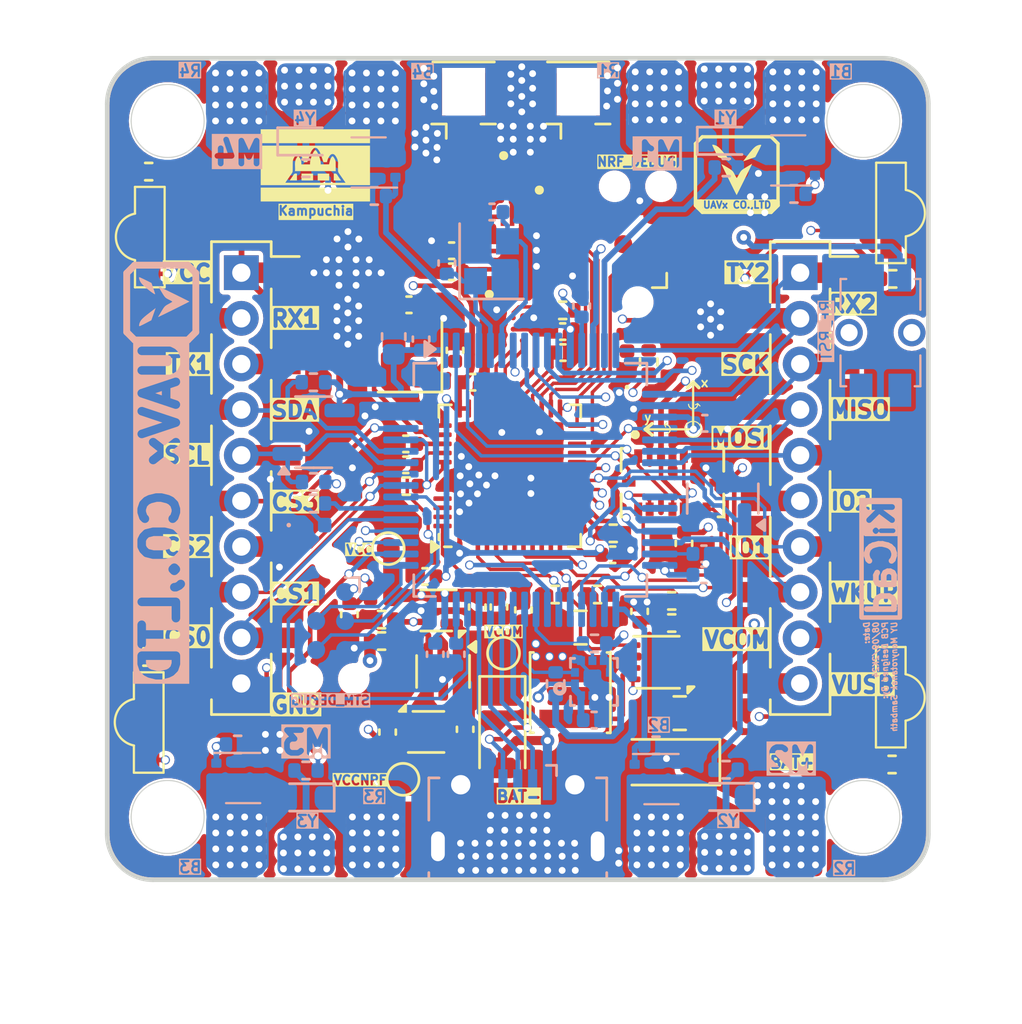
<source format=kicad_pcb>
(kicad_pcb (version 20240108) (generator "pcbnew") (generator_version "8.0")
  (layers (0 "F.Cu" signal "Front_L1") (1 "In1.Cu" power "Gnd_L2") (2 "In2.Cu" power "Vcc_L3") (31 "B.Cu" signal "Back_L4") (34 "B.Paste" user) (35 "F.Paste" user) (36 "B.SilkS" user "B.Silkscreen") (37 "F.SilkS" user "F.Silkscreen") (38 "B.Mask" user) (39 "F.Mask" user) (44 "Edge.Cuts" user))
  (net 0 "")
  (net 1 "GND")
  (net 2 "VCC")
  (net 3 "STM_NRST")
  (net 4 "Net-(U101-PH0)")
  (net 5 "Net-(U101-PH1)")
  (net 6 "/MCU/VCAP1")
  (net 7 "/MCU/VCAP2")
  (net 8 "VCCA")
  (net 9 "+BATT")
  (net 10 "VCOM")
  (net 11 "VCCNRF")
  (net 12 "/pm_radio/VBAT")
  (net 13 "Net-(U308-DEC2)")
  (net 14 "Net-(U308-DEC1)")
  (net 15 "VDD_PA")
  (net 16 "/pm_radio/XC1")
  (net 17 "/pm_radio/XC2")
  (net 18 "/MCU/D1")
  (net 19 "/MCU/D2")
  (net 20 "/MCU/D3")
  (net 21 "/MCU/D4")
  (net 22 "Net-(D105-A)")
  (net 23 "/MCU/LED_RED_L")
  (net 24 "Net-(D106-K)")
  (net 25 "Net-(D107-K)")
  (net 26 "/MCU/LED_RED_R")
  (net 27 "/MCU/LED_GREEN_L")
  (net 28 "Net-(D108-K)")
  (net 29 "Net-(D109-K)")
  (net 30 "/MCU/LED_GREEN_R")
  (net 31 "VUSB")
  (net 32 "Net-(D303-A)")
  (net 33 "Net-(FL301-IN{slash}OUT)")
  (net 34 "Net-(FL301-OUT{slash}IN)")
  (net 35 "Net-(FL302-OUT{slash}IN)")
  (net 36 "Net-(FL302-IN{slash}OUT)")
  (net 37 "/MCU/USB_DP")
  (net 38 "/MCU/USB_ID")
  (net 39 "/MCU/USB_DM")
  (net 40 "/MCU/STM_SWO")
  (net 41 "STM_SWCLK")
  (net 42 "STM_SWDIO")
  (net 43 "/pm_radio/NRF_SWDIO")
  (net 44 "/pm_radio/NRF_SWCLK")
  (net 46 "Net-(U302-SW)")
  (net 47 "Net-(U304-IND)")
  (net 48 "/MCU/MOTOR_1")
  (net 49 "/MCU/MOTOR_2")
  (net 50 "/MCU/M1_OVERIDE")
  (net 51 "/MCU/M2_OVERIDE")
  (net 52 "STM_BOOT0")
  (net 53 "/MCU/MOTOR_3")
  (net 54 "/MCU/MOTOR_4")
  (net 55 "/MCU/M3_OVERIDE")
  (net 56 "/MCU/M4_OVERIDE")
  (net 57 "/MCU/LED_BLUE_L")
  (net 58 "E_SDA")
  (net 59 "E_SCL")
  (net 60 "IMU_SCL")
  (net 61 "IMU_SDA")
  (net 62 "/pm_radio/VEN_D")
  (net 63 "Net-(U302-FB)")
  (net 64 "Net-(U304-TXEN)")
  (net 65 "E_OW{slash}WKUP")
  (net 66 "/pm_radio/OW_PU")
  (net 67 "/pm_radio/LED_BLUE")
  (net 68 "/pm_radio/SWITCH")
  (net 69 "INT_GYR")
  (net 70 "IMU_SDI")
  (net 71 "IMU_SCK")
  (net 72 "E_SCK")
  (net 73 "E_MISO")
  (net 74 "E_CS0")
  (net 75 "E_RX1")
  (net 76 "IMU_SDO")
  (net 77 "NRF_RX")
  (net 78 "INT_ACC")
  (net 79 "E_RX2")
  (net 80 "E_CS1")
  (net 81 "E_CS3")
  (net 82 "E_TX2")
  (net 83 "NRF_FLOW_CTRL")
  (net 84 "IMU_CS_GYR")
  (net 85 "E_TX1")
  (net 86 "IMU_CS_ACC")
  (net 87 "E_MOSI")
  (net 88 "NRF_TX")
  (net 89 "E_CS2")
  (net 90 "E_NRF_IO1")
  (net 91 "E_NRF_IO2")
  (net 92 "/pm_radio/PM_GOOD")
  (net 93 "/pm_radio/PA_RX_EN")
  (net 94 "/pm_radio/PA_ANT_SW")
  (net 96 "/pm_radio/UNBAL")
  (net 97 "/pm_radio/PA_MODE")
  (net 109 "Net-(U308-ANT1)")
  (net 110 "Net-(U308-ANT2)")
  (net 111 "/MCU/signal_InM1")
  (net 112 "/MCU/signal_InM2")
  (net 113 "/MCU/signal_InM3")
  (net 114 "/MCU/signal_InM4")
  (footprint "Capacitor_SMD:C_0402_1005Metric" (layer "F.Cu") (at 66.54 68.27 180)
    (property "Reference" "C107" (hide yes))
    (property "Value" "100nF")
  )
  (footprint "Capacitor_SMD:C_0402_1005Metric" (layer "F.Cu") (at 73.43 63.35)
    (property "Reference" "C315" (hide yes))
    (property "Value" "47nF")
  )
  (footprint "Capacitor_SMD:C_0402_1005Metric" (layer "F.Cu") (at 66.68 61.255)
    (property "Reference" "C319" (hide yes))
    (property "Value" "10pF")
  )
  (footprint "Resistor_SMD:R_0402_1005Metric" (layer "F.Cu") (at 65.48 75.05 180)
    (property "Reference" "R304" (hide yes))
    (property "Value" "10k")
  )
  (footprint "Capacitor_SMD:C_0805_2012Metric" (layer "F.Cu") (at 78.55 79.15 180)
    (property "Reference" "C301" (hide yes))
    (property "Value" "10uF")
  )
  (footprint "MyLogo:flag5_5" (layer "F.Cu") (at 62.575 55.146574)
    (property "Reference" "G***" (hide yes))
    (property "Value" "LOGO" (hide yes))
  )
  (footprint "Connector_Coaxial:U.FL_Hirose_U.FL-R-SMT-1_Vertical" (layer "F.Cu") (at 69.075 52.45 90)
    (property "Reference" "J301" (hide yes))
    (property "Value" "Conn_Coaxial")
  )
  (footprint "Capacitor_SMD:C_0402_1005Metric" (layer "F.Cu") (at 64.07 74.83 -90)
    (property "Reference" "C309" (hide yes))
    (property "Value" "4.7uF")
  )
  (footprint "Capacitor_SMD:C_0402_1005Metric" (layer "F.Cu") (at 70.625 74.5 -90)
    (property "Reference" "C307" (hide yes))
    (property "Value" "1uF")
  )
  (footprint "Capacitor_SMD:C_0402_1005Metric" (layer "F.Cu") (at 68.55 58.8875)
    (property "Reference" "C310" (hide yes))
    (property "Value" "220pF")
  )
  (footprint "Capacitor_SMD:C_0402_1005Metric" (layer "F.Cu") (at 68.55 59.81)
    (property "Reference" "C311" (hide yes))
    (property "Value" "4.7uF")
  )
  (footprint "Capacitor_SMD:C_0402_1005Metric" (layer "F.Cu") (at 78.735 71.71 -90)
    (property "Reference" "C201" (hide yes))
    (property "Value" "100nF")
  )
  (footprint "Crystal:Crystal_SMD_2520-4Pin_2.5x2.0mm" (layer "F.Cu") (at 66.725 63.43 90)
    (property "Reference" "Y301" (hide yes))
    (property "Value" "16MHz")
  )
  (footprint "Resistor_SMD:R_0402_1005Metric" (layer "F.Cu") (at 87.86 81.4 180)
    (property "Reference" "R120" (hide yes))
    (property "Value" "47R")
  )
  (footprint "Capacitor_SMD:C_0402_1005Metric" (layer "F.Cu") (at 69.475 64.65)
    (property "Reference" "C314" (hide yes))
    (property "Value" "100nF")
  )
  (footprint "RFX2411N:QFN40P300X300X60-21N-D" (layer "F.Cu") (at 71.6 58.9 90)
    (property "Reference" "U304" (hide yes))
    (property "Value" "RFX2411N" (hide yes))
  )
  (footprint "Inductor_SMD:L_0402_1005Metric" (layer "F.Cu") (at 68.54 57.95)
    (property "Reference" "L303" (hide yes))
    (property "Value" "2nH")
  )
  (footprint "libs:CF-Expension" (layer "F.Cu") (at 83.83 68.85)
    (property "Reference" "U104" (hide yes))
    (property "Value" "CF-Expansion-Right")
  )
  (footprint "Connector_Coaxial:U.FL_Hirose_U.FL-R-SMT-1_Vertical" (layer "F.Cu") (at 74.1 52.45 90)
    (property "Reference" "J302" (hide yes))
    (property "Value" "Conn_Coaxial")
  )
  (footprint "Resistor_SMD:R_0402_1005Metric" (layer "F.Cu") (at 87.89 60.12 180)
    (property "Reference" "R118" (hide yes))
    (property "Value" "100R")
  )
  (footprint "Capacitor_SMD:C_0402_1005Metric" (layer "F.Cu") (at 69.1425 79.8575 -90)
    (property "Reference" "C303" (hide yes))
    (property "Value" "1uF")
  )
  (footprint "MyLogo:UAV_5x5mm" (layer "F.Cu") (at 81.05 55.35)
    (property "Reference" "G***" (hide yes))
    (property "Value" "LOGO" (hide yes))
  )
  (footprint "Resistor_SMD:R_0402_1005Metric" (layer "F.Cu") (at 65.48 75.99)
    (property "Reference" "R301" (hide yes))
    (property "Value" "10k")
  )
  (footprint "Resistor_SMD:R_0402_1005Metric" (layer "F.Cu") (at 55.19 76.69)
    (property "Reference" "R119" (hide yes))
    (property "Value" "47R")
  )
  (footprint "BMI088:PAD" (layer "F.Cu") (at 86.05 84.35 90)
    (property "Reference" "J107" (hide yes))
    (property "Value" "Battery +")
  )
  (footprint "Package_TO_SOT_SMD:SOT-363_SC-70-6" (layer "F.Cu") (at 68.175 77.325 -90)
    (property "Reference" "U305" (hide yes))
    (property "Value" "SiP32431DR3")
  )
  (footprint "TestPoint:TestPoint_Pad_D1.0mm" (layer "F.Cu") (at 65.77 71.94 135)
    (property "Reference" "TP103" (hide yes))
    (property "Value" "")
  )
  (footprint "LED_SMD:LED_0402_1005Metric" (layer "F.Cu") (at 76.24 63.77 90)
    (property "Reference" "D303" (hide yes))
    (property "Value" "LEDB")
  )
  (footprint "Package_SON:WSON-8-1EP_2x2mm_P0.5mm_EP0.9x1.6mm_ThermalVias" (layer "F.Cu") (at 77.53 76.92 180)
    (property "Reference" "U302" (hide yes))
    (property "Value" "TPS62170DSG")
  )
  (footprint "ADFC15-2450.00-A-T:FIL_ADFC15-2450.00-A-T" (layer "F.Cu") (at 70.1 55.475 180)
    (property "Reference" "FL301" (hide yes))
    (property "Value" "ADFC15-2450.00-A-T")
  )
  (footprint "ADFC15-2450.00-A-T:FIL_ADFC15-2450.00-A-T" (layer "F.Cu") (at 73.125 55.474999)
    (property "Reference" "FL302" (hide yes))
    (property "Value" "ADFC15-2450.00-A-T")
  )
  (footprint "MyLogo:IMU_Axes" (layer "F.Cu") (at 83.1375 64.7125 90)
    (property "Reference" "REF**" (hide yes))
    (property "Value" "IMU_Axes")
  )
  (footprint "Inductor_SMD:L_0402_1005Metric" (layer "F.Cu") (at 65.48 74.11 180)
    (property "Reference" "L302" (hide yes))
    (property "Value" "1uH")
  )
  (footprint "libs:LED_XL_3210SURC" (layer "F.Cu") (at 87.812043 57.23 -90)
    (property "Reference" "D107" (hide yes))
    (property "Value" "RED_R")
  )
  (footprint "Diode_SMD:D_SOD-123F" (layer "F.Cu") (at 78.1 81.3 180)
    (property "Reference" "D302" (hide yes))
    (property "Value" "SMF4L17A")
  )
  (footprint "libs:LED_XL_3210SURC" (layer "F.Cu") (at 55.27 79.56 90)
    (property "Reference" "D108" (hide yes))
    (property "Value" "GREEN_L")
  )
  (footprint "Capacitor_SMD:C_0402_1005Metric" (layer "F.Cu") (at 68.7 63.25 90)
    (property "Reference" "C318" (hide yes))
    (property "Value" "10pF")
  )
  (footprint "Resistor_SMD:R_0402_1005Metric" (layer "F.Cu") (at 73.09 73.95)
    (property "Reference" "R303" (hide yes))
    (property "Value" "430k")
  )
  (footprint "Capacitor_SMD:C_0402_1005Metric" (layer "F.Cu") (at 66.54 67.35 180)
    (property "Reference" "C316" (hide yes))
    (property "Value" "100nF")
  )
  (footprint "Resistor_SMD:R_0402_1005Metric" (layer "F.Cu") (at 75.635 71.27 180)
    (property "Reference" "R308" (hide yes))
    (property "Value" "1k")
  )
  (footprint "libs:CF-Expension" (layer "F.Cu") (at 59.33 68.85)
    (property "Reference" "U103" (hide yes))
    (property "Value" "CF-Expansion-Left")
  )
  (footprint "Capacitor_SMD:C_0402_1005Metric" (layer "F.Cu") (at 65.7425 79.98 90)
    (property "Reference" "C304" (hide yes))
    (property "Value" "1uF")
  )
  (footprint "Capacitor_SMD:C_0805_2012Metric" (layer "F.Cu") (at 74.2 75.4)
    (property "Reference" "C302" (hide yes))
    (property "Value" "22uF")
  )
  (footprint "Connector:Tag-Connect_TC2030-IDC-NL_2x03_P1.27mm_Vertical" (layer "F.Cu") (at 76.710001 58.6 90)
    (property "Reference" "J303" (hide yes))
    (property "Value" "NRF Debug")
  )
  (footprint "TestPoint:TestPoint_Pad_D1.0mm" (layer "F.Cu") (at 66.42 82.05 135)
    (property "Reference" "TP101" (hide yes))
    (property "Value" "")
  )
  (footprint "Capacitor_SMD:C_0402_1005Metric" (layer "F.Cu") (at 69.675 74.5 -90)
    (property "Reference" "C308" (hide yes))
    (property "Value" "4.7uF")
  )
  (footprint "BMI088:PAD" (layer "F.Cu") (at 69.01 85.25 -90)
    (property "Reference" "J108" (hide yes))
    (property "Value" "Battery _")
  )
  (footprint "libs:LED_XL_3210SURC" (layer "F.Cu") (at 55.317958 58.29 90)
    (property "Reference" "D106" (hide yes))
    (property "Value" "RED_L")
  )
  (footprint "libs:LED_XL_3210SURC" (layer "F.Cu") (at 87.802043 78.452421 -90)
    (property "Reference" "D109" (hide yes))
    (property "Value" "GREEN_R")
  )
  (footprint "Capacitor_SMD:C_0402_1005Metric" (layer "F.Cu") (at 73.42 62.43)
    (property "Reference" "C317" (hide yes))
    (property "Value" "2.2nF")
  )
  (footprint "Diode_SMD:D_SOD-123" (layer "F.Cu") (at 70.775 79.9 -90)
    (property "Reference" "D301" (hide yes))
    (property "Value" "D5819")
  )
  (footprint "Capacitor_SMD:C_0402_1005Metric" (layer "F.Cu") (at 75.615 72.21 45)
    (property "Reference" "C312" (hide yes))
    (property "Value" "100nF")
  )
  (footprint "Resistor_SMD:R_0402_1005Metric" (layer "F.Cu") (at 66.56 69.2)
    (property "Reference" "R105" (hide yes))
    (property "Value" "10k")
  )
  (footprint "Package_SON:WSON-6_1.5x1.5mm_P0.5mm" (layer "F.Cu") (at 67.975 74.65 180)
    (property "Reference" "U303" (hide yes))
    (property "Value" "TLV70030_WSON6")
  )
  (footprint "Package_SON:WSON-6_1.5x1.5mm_P0.5mm" (layer "F.Cu") (at 67.4325 79.9725)
    (property "Reference" "U301" (hide yes))
    (property "Value" "TLV70030_WSON6")
  )
  (footprint "Resistor_SMD:R_0402_1005Metric" (layer "F.Cu") (at 78.2 74.23 180)
    (property "Reference" "R306" (hide yes))
    (property "Value" "110k")
  )
  (footprint "BMI088:PQFN50P450X300X100-16N" (layer "F.Cu") (at 78.23 69.05)
    (property "Reference" "U201" (hide yes))
    (property "Value" "BMI088")
  )
  (footprint "Resistor_SMD:R_0402_1005Metric" (layer "F.Cu") (at 73.42 61.5 180)
    (property "Reference" "R307" (hide yes))
    (property "Value" "1k")
  )
  (footprint "Package_DFN_QFN:QFN-48-1EP_6x6mm_P0.4mm_EP4.6x4.6mm" (layer "F.Cu") (at 71.1 68.75 90)
    (property "Reference" "U308" (hide yes))
    (property "Value" "nRF51x22-QFxx")
  )
  (footprint "TestPoint:TestPoint_Pad_D1.0mm" (layer "F.Cu") (at 70.825 76.525 135)
    (property "Reference" "TP102" (hide yes))
    (property "Value" "")
  )
  (footprint "Resistor_SMD:R_0402_1005Metric" (layer "F.Cu") (at 55.27 55.42)
    (property "Reference" "R117" (hide yes))
    (property "Value" "100R")
  )
  (footprint "Resistor_SMD:R_0402_1005Metric" (layer "F.Cu") (at 78.2 75.2 -135)
    (property "Reference" "R302" (hide yes))
    (property "Value" "110k")
  )
  (footprint "Resistor_SMD:R_0402_1005Metric" (layer "F.Cu") (at 74.95 73.95 180)
    (property "Reference" "R305" (hide yes))
    (property "Value" "82k")
  )
  (footprint "Inductor_SMD:L_Changjiang_FNR3015S" (layer "F.Cu") (at 73.75 78.25 90)
    (property "Reference" "L301" (hide yes))
    (property "Value" "2.2uH")
  )
  (footprint "Capacitor_SMD:C_0402_1005Metric" (layer "F.Cu") (at 67.38 73.16 180)
    (property "Reference" "C313" (hide yes))
    (property "Value" "100nF")
  )
  (footprint "Capacitor_SMD:C_0402_1005Metric" (layer "F.Cu") (at 76.79 74.69 90)
    (property "Reference" "C305" (hide yes))
    (property "Value" "10nF")
  )
  (footprint "Resistor_SMD:R_0402_1005Metric" (layer "F.Cu") (at 77.19 63.76 90)
    (property "Reference" "R309" (hide yes))
    (property "Value" "47R")
  )
  (footprint "BAL-NRF02D3:BAL-NRF02D3" (layer "F.Cu") (at 71.45 62.325 -90)
    (property "Reference" "B101" (hide yes))
    (property "Value" "BAL-NRF02D3")
  )
  (footprint "Capacitor_SMD:C_0402_1005Metric" (layer "F.Cu") (at 71.7 74.625 90)
    (property "Reference" "C306" (hide yes))
    (property "Value" "1uF")
  )
  (footprint "Diode_SMD:D_SOD-523" (layer "B.Cu") (at 62.182501 54.1)
    (property "Reference" "D104" (hide yes))
    (property "Value" "1N5819")
  )
  (footprint "Resistor_SMD:R_0402_1005Metric" (layer "B.Cu") (at 59.169999 80.522501 180)
    (property "Reference" "R113" (hide yes))
    (property "Value" "10k")
  )
  (footprint "libs:motor" (layer "B.Cu") (at 62.160001 52.18162 180)
    (property "Reference" "J106" (hide yes))
    (property "Value" "Conn_01x03")
  )
  (footprint "Package_TO_SOT_SMD:SOT-23-5" (layer "B.Cu") (at 62.5 66.8375)
    (property "Reference" "U102" (hide yes))
    (property "Value" "24LC64F")
  )
  (footprint "Resistor_SMD:R_0402_1005Metric" (layer "B.Cu") (at 74.814126 76.095163)
    (property "Reference" "R202" (hide yes))
    (property "Value" "2.2k")
  )
  (footprint "Resistor_SMD:R_0402_1005Metric" (layer "B.Cu") (at 62.49 69.96 180)
    (property "Reference" "R114" (hide yes))
    (property "Value" "470R")
  )
  (footprint "Capacitor_SMD:C_0402_1005Metric" (layer "B.Cu") (at 67.83 76.57 -90)
    (property "Reference" "C102" (hide yes))
    (property "Value" "100nF")
  )
  (footprint "Package_TO_SOT_SMD:SOT-23" (layer "B.Cu") (at 80.4375 69.75 90)
    (property "Reference" "U306" (hide yes))
    (property "Value" "DS28E05")
  )
  (footprint "libs:motor" (layer "B.Cu") (at 80.58 84.750001 2.842170943e-14)
    (property "Reference" "J103" (hide yes))
    (property "Value" "Conn_01x03")
  )
  (footprint "Capacitor_SMD:C_0402_1005Metric" (layer "B.Cu") (at 79.61 72.17)
    (property "Reference" "C110" (hide yes))
    (property "Value" "4.7uF")
  )
  (footprint "libs:motor" (layer "B.Cu") (at 80.557501 52.15 180)
    (property "Reference" "J102" (hide yes))
    (property "Value" "Conn_01x03")
  )
  (footprint "Connector:Tag-Connect_TC2030-IDC-NL_2x03_P1.27mm_Vertical" (layer "B.Cu") (at 63.245004 75.110008 -90)
    (property "Reference" "J104" (hide yes))
    (property "Value" "STM Debug")
  )
  (footprint "Capacitor_SMD:C_0402_1005Metric" (layer "B.Cu") (at 79.65 66.45 45)
    (property "Reference" "C104" (hide yes))
    (property "Value" "100nF")
  )
  (footprint "Resistor_SMD:R_0402_1005Metric" (layer "B.Cu") (at 83.557501 56.4)
    (property "Reference" "R106" (hide yes))
    (property "Value" "10k")
  )
  (footprint "Resistor_SMD:R_0402_1005Metric" (layer "B.Cu") (at 80.58 81.63)
    (property "Reference" "R102" (hide yes))
    (property "Value" "100R")
  )
  (footprint "Resistor_SMD:R_0402_1005Metric" (layer "B.Cu") (at 77.51 80.56 180)
    (property "Reference" "R107" (hide yes))
    (property "Value" "10k")
  )
  (footprint "libs:WSD2018ADN22" (layer "B.Cu") (at 77.5 82.040001 90)
    (property "Reference" "Q102" (hide yes))
    (property "Value" "WSD2018ADN22")
  )
  (footprint "EVQ-PUD02K:EVQPUD02K" (layer "B.Cu") (at 87.35 62.475 90)
    (property "Reference" "SW301" (hide yes))
    (property "Value" "SW1" (hide yes))
  )
  (footprint "Capacitor_SMD:C_0603_1608Metric" (layer "B.Cu") (at 66.01 62.65 90)
    (property "Reference" "C105" (hide yes))
    (property "Value" "4.7uF")
  )
  (footprint "Capacitor_SMD:C_0402_1005Metric" (layer "B.Cu") (at 68.75 76.57 -90)
    (property "Reference" "C111" (hide yes))
    (property "Value" "4.7uF")
  )
  (footprint "Resistor_SMD:R_0402_1005Metric" (layer "B.Cu") (at 65.16 56.49)
    (property "Reference" "R112" (hide yes))
    (property "Value" "10k")
  )
  (footprint "Connector_USB:USB_Micro-B_Molex-105017-0001" (layer "B.Cu") (at 71.45 83.75 180)
    (property "Reference" "J101" (hide yes))
    (property "Value" "USB_B_Micro")
  )
  (footprint "Capacitor_SMD:C_0402_1005Metric" (layer "B.Cu") (at 74.797371 79.455687)
    (property "Reference" "C202" (hide yes))
    (property "Value" "100nF")
  )
  (footprint "Capacitor_SMD:C_0402_1005Metric" (layer "B.Cu") (at 74.25 61.31 135)
    (property "Reference" "C101" (hide yes))
    (property "Value" "100nF")
  )
  (footprint "Diode_SMD:D_SOD-523" (layer "B.Cu") (at 80.5575 82.82 180)
    (property "Reference" "D102" (hide yes))
    (property "Value" "1N5819")
  )
  (footprint "Resistor_SMD:R_0402_1005Metric" (layer "B.Cu") (at 73.11 77.87 -90)
    (property "Reference" "R201" (hide yes))
    (property "Value" "2.2k")
  )
  (footprint "Diode_SMD:D_SOD-523" (layer "B.Cu") (at 80.580001 54.07)
    (property "Reference" "D101" (hide yes))
    (property "Value" "1N5819")
  )
  (footprint "Capacitor_SMD:C_0402_1005Metric" (layer "B.Cu") (at 67.21 62.76 90)
    (property "Reference" "C106" (hide yes))
    (property "Value" "10nF")
  )
  (footprint "Resistor_SMD:R_0402_1005Metric" (layer "B.Cu") (at 80.59 55.24)
    (property "Reference" "R101" (hide yes))
    (property "Value" "100R")
  )
  (footprint "MyLogo:UAV_5x5mm" (layer "B.Cu") (at 55.955 61.12 -90)
    (property "Reference" "G***" (hide yes))
    (property "Value" "LOGO" (hide yes))
  )
  (footprint "Capacitor_SMD:C_0402_1005Metric" (layer "B.Cu") (at 68.34 59.425 90)
    (property "Reference" "C108" (hide yes))
    (property "Value" "10pF")
  )
  (footprint "Crystal:Crystal_SMD_2520-4Pin_2.5x2.0mm" (layer "B.Cu") (at 70.3 59.35 90)
    (property "Reference" "Y101" (hide yes))
    (property "Value" "8MHz")
  )
  (footprint "Resistor_SMD:R_0402_1005Metric" (layer "B.Cu") (at 62.5 69.02)
    (property "Reference" "R116" (hide yes))
    (property "Value" "2.2k")
  )
  (footprint "Package_QFP:LQFP-64_10x10mm_P0.5mm" (layer "B.Cu") (at 72 68.925 -90)
    (property "Reference" "U101" (hide yes))
    (property "Value" "STM32F405RGTx")
  )
  (footprint "Capacitor_SMD:C_0402_1005Metric" (layer "B.Cu") (at 79.61 73.09)
    (property "Reference" "C103" (hide yes))
    (property "Value" "100nF")
  )
  (footprint "BMP388:PQFN50P200X200X80-10N" (layer "B.Cu") (at 74.722202 77.615441 45)
    (property "Reference" "U202" (hide yes))
    (property "Value" "BMP388")
  )
  (footprint "libs:WSD2018ADN22" (layer "B.Cu") (at 83.555 54.93 -90)
    (property "Reference" "Q101" (hide yes))
    (property "Value" "WSD2018ADN22")
  )
  (footprint "Resistor_SMD:R_0402_1005Metric" (layer "B.Cu") (at 62.49 64.65)
    (property "Reference" "R115" (hide yes))
    (property "Value" "2.2k")
  )
  (footprint "Resistor_SMD:R_0402_1005Metric" (layer "B.Cu") (at 62.160001 55.27 180)
    (property "Reference" "R109" (hide yes))
    (property "Value" "100R")
  )
  (footprint "Resistor_SMD:R_0402_1005Metric" (layer "B.Cu") (at 62.164999 81.662501 180)
    (property "Reference" "R108" (hide yes))
    (property "Value" "100R")
  )
  (footprint "libs:motor" (layer "B.Cu") (at 62.164999 84.767501)
    (property "Reference" "J105" (hide yes))
    (property "Value" "Conn_01x03")
  )
  (footprint "libs:WSD2018ADN22" (layer "B.Cu") (at 59.159999 81.992501 90)
    (property "Reference" "Q103" (hide yes))
    (property "Value" "WSD2018ADN22")
  )
  (footprint "Capacitor_SMD:C_0402_1005Metric" (layer "B.Cu") (at 70.32 57.19 180)
    (property "Reference" "C109" (hide yes))
    (property "Value" "10pF")
  )
  (footprint "Diode_SMD:D_SOD-523" (layer "B.Cu") (at 62.142499 82.842501 180)
    (property "Reference" "D103" (hide yes))
    (property "Value" "1N5819")
  )
  (footprint "LED_SMD:LED_0402_1005Metric" (layer "B.Cu") (at 62.5 70.91)
    (property "Reference" "D105" (hide yes))
    (property "Value" "LEDB")
  )
  (footprint "libs:WSD2018ADN22" (layer "B.Cu") (at 65.160001 55.020001 -90)
    (property "Reference" "Q104" (hide yes))
    (property "Value" "WSD2018ADN22")
  )
  (gr_line (start 54.305 59.87) (end 54.305 62.45) (stroke (width 0.3)) (layer "B.SilkS"))
  (gr_line (start 86.845 71.025) (end 86.875 70.965) (stroke (width 0.2)) (layer "B.SilkS"))
  (gr_line (start 56.985 59.52) (end 57.335 59.87) (stroke (width 0.3)) (layer "B.SilkS"))
  (gr_line (start 86.945 71.295) (end 86.845 71.025) (stroke (width 0.2)) (layer "B.SilkS"))
  (gr_rect (start 86.52 69.82) (end 88.2 74.96) (stroke (width 0.2)) (fill none) (layer "B.SilkS"))
  (gr_line (start 54.655 59.52) (end 54.305 59.87) (stroke (width 0.3)) (layer "B.SilkS"))
  (gr_line (start 56.985 59.52) (end 54.655 59.52) (stroke (width 0.3)) (layer "B.SilkS"))
  (gr_line (start 54.655 62.8) (end 54.305 62.45) (stroke (width 0.3)) (layer "B.SilkS"))
  (gr_line (start 57.335 62.45) (end 56.985 62.8) (stroke (width 0.3)) (layer "B.SilkS"))
  (gr_line (start 86.705 70.925) (end 86.705 71.295) (stroke (width 0.2)) (layer "B.SilkS"))
  (gr_line (start 57.335 59.87) (end 57.335 62.45) (stroke (width 0.3)) (layer "B.SilkS"))
  (gr_line (start 86.705 71.295) (end 86.945 71.295) (stroke (width 0.2)) (layer "B.SilkS"))
  (gr_line (start 56.985 62.8) (end 54.655 62.8) (stroke (width 0.3)) (layer "B.SilkS"))
  (gr_line (start 79.539878 57.205) (end 82.559164 57.205) (stroke (width 0.15)) (layer "F.SilkS"))
  (gr_poly (pts (xy 82.594164 57.076574) (xy 82.834164 56.886574) (xy 82.834164 56.736574) (xy 82.624164 56.736574) (xy 82.654164 57.046574)) (stroke (width 0.2)) (fill solid) (layer "F.SilkS"))
  (gr_line (start 82.559164 57.205) (end 82.859164 56.905) (stroke (width 0.15)) (layer "F.SilkS"))
  (gr_line (start 82.859164 54.195) (end 82.559164 53.895) (stroke (width 0.15)) (layer "F.SilkS"))
  (gr_line (start 79.539878 57.205) (end 79.239878 56.905) (stroke (width 0.15)) (layer "F.SilkS"))
  (gr_line (start 79.239878 54.195) (end 79.539878 53.895) (stroke (width 0.15)) (layer "F.SilkS"))
  (gr_poly (pts (xy 79.364164 56.996574) (xy 79.274164 56.896574) (xy 79.274164 56.736574) (xy 79.494164 56.736574) (xy 79.454164 57.056574)) (stroke (width 0.2)) (fill solid) (layer "F.SilkS"))
  (gr_line (start 82.859164 56.905) (end 82.859164 54.195) (stroke (width 0.15)) (layer "F.SilkS"))
  (gr_line (start 79.539878 53.895) (end 82.559164 53.895) (stroke (width 0.15)) (layer "F.SilkS"))
  (gr_line (start 79.239878 56.905) (end 79.239878 54.195) (stroke (width 0.15)) (layer "F.SilkS"))
  (gr_circle (center 56.1 83.7) (end 56.1 82.1) (stroke (width 0.05)) (fill none) (layer "Edge.Cuts"))
  (gr_arc (start 55.45 86.45) (mid 54.035786 85.864214) (end 53.45 84.45) (stroke (width 0.2)) (layer "Edge.Cuts"))
  (gr_circle (center 86.6 53.2) (end 86.6 51.6) (stroke (width 0.05)) (fill none) (layer "Edge.Cuts"))
  (gr_line (start 55.45 50.45) (end 87.45 50.45) (stroke (width 0.2)) (layer "Edge.Cuts"))
  (gr_circle (center 86.6 83.7) (end 86.6 82.1) (stroke (width 0.05)) (fill none) (layer "Edge.Cuts"))
  (gr_arc (start 53.45 52.45) (mid 54.035786 51.035786) (end 55.45 50.45) (stroke (width 0.2)) (layer "Edge.Cuts"))
  (gr_line (start 89.45 52.45) (end 89.45 84.45) (stroke (width 0.2)) (layer "Edge.Cuts"))
  (gr_line (start 87.45 86.45) (end 55.45 86.45) (stroke (width 0.2)) (layer "Edge.Cuts"))
  (gr_line (start 53.45 84.45) (end 53.45 52.45) (stroke (width 0.2)) (layer "Edge.Cuts"))
  (gr_circle (center 56.1 53.2) (end 56.1 51.6) (stroke (width 0.05)) (fill none) (layer "Edge.Cuts"))
  (gr_arc (start 87.45 50.45) (mid 88.864214 51.035786) (end 89.45 52.45) (stroke (width 0.2)) (layer "Edge.Cuts"))
  (gr_arc (start 89.45 84.45) (mid 88.864214 85.864214) (end 87.45 86.45) (stroke (width 0.2)) (layer "Edge.Cuts"))
  (gr_text "i\n" (at 88.015 70.835 90) (layer "B.SilkS" knockout) (effects (font (size 0.8 0.8) (thickness 0.2) (bold yes)) (justify left bottom mirror)))
  (gr_text "Y4\n" (at 62.625 53.4 0) (layer "B.SilkS" knockout) (effects (font (size 0.5 0.5) (thickness 0.1)) (justify left bottom mirror)))
  (gr_text "B2\n" (at 78.2 79.975 0) (layer "B.SilkS" knockout) (effects (font (size 0.5 0.5) (thickness 0.1)) (justify left bottom mirror)))
  (gr_text "M3" (at 63.4 81.025 -0) (layer "B.SilkS" knockout) (effects (font (size 1 1) (thickness 0.25) (bold yes)) (justify left bottom mirror)))
  (gr_text "R1\n" (at 75.975 51.3 0) (layer "B.SilkS" knockout) (effects (font (size 0.5 0.5) (thickness 0.1)) (justify left bottom mirror)))
  (gr_text "R2\n" (at 86.325 86.25 0) (layer "B.SilkS" knockout) (effects (font (size 0.5 0.5) (thickness 0.1)) (justify left bottom mirror)))
  (gr_text "B3\n\n" (at 57.65 87 0) (layer "B.SilkS" knockout) (effects (font (size 0.5 0.5) (thickness 0.1)) (justify left bottom mirror)))
  (gr_text "B4\n" (at 67.85 51.35 0) (layer "B.SilkS" knockout) (effects (font (size 0.5 0.5) (thickness 0.1)) (justify left bottom mirror)))
  (gr_text "Cad" (at 88.11 71.34 90) (layer "B.SilkS") (effects (font (size 1.2 1.2) (thickness 0.25) (bold yes)) (justify left bottom mirror)))
  (gr_text "STM_DEBUG\n" (at 65.025 78.825 0) (layer "B.SilkS" knockout) (effects (font (size 0.4 0.4) (thickness 0.1) (bold yes)) (justify left bottom mirror)))
  (gr_text "Y3\n" (at 62.725 84.175 0) (layer "B.SilkS" knockout) (effects (font (size 0.5 0.5) (thickness 0.1)) (justify left bottom mirror)))
  (gr_text "K" (at 87.995 69.715 90) (layer "B.SilkS" knockout) (effects (font (size 1.005 1) (thickness 0.25) (bold yes)) (justify left bottom mirror)))
  (gr_text "Y1\n\n" (at 81.05 54.175 0) (layer "B.SilkS" knockout) (effects (font (size 0.5 0.5) (thickness 0.1)) (justify left bottom mirror)))
  (gr_text "UAVx CO.,LTD\n" (at 56.665 62.67 90) (layer "B.SilkS" knockout) (effects (font (size 1.5 1.5) (thickness 0.375) (bold yes)) (justify left bottom mirror)))
  (gr_text "M4" (at 60.4 55.2 -0) (layer "B.SilkS" knockout) (effects (font (size 1 1) (thickness 0.25) (bold yes)) (justify left bottom mirror)))
  (gr_text "RF_RST" (at 85.25 61 90) (layer "B.SilkS" knockout) (effects (font (size 0.5 0.5) (thickness 0.08) (bold yes)) (justify left bottom mirror)))
  (gr_text "M1" (at 78.8 55.26 -0) (layer "B.SilkS" knockout) (effects (font (size 1 1) (thickness 0.25) (bold yes)) (justify left bottom mirror)))
  (gr_text "Date: \n08/09/2K24\nPCB Designed By: \nUY Monyrotanak Sambath" (at 87.35 75.1 90) (layer "B.SilkS") (effects (font (size 0.25 0.25) (thickness 0.0625) (bold yes) (italic yes)) (justify left mirror)))
  (gr_text "Y2\n" (at 81.175 84.15 0) (layer "B.SilkS" knockout) (effects (font (size 0.5 0.5) (thickness 0.1)) (justify left bottom mirror)))
  (gr_text "M2" (at 84.675 81.775 -0) (layer "B.SilkS" knockout) (effects (font (size 1 1) (thickness 0.25) (bold yes)) (justify left bottom mirror)))
  (gr_text "R3\n" (at 65.725 83.1 0) (layer "B.SilkS" knockout) (effects (font (size 0.5 0.5) (thickness 0.1)) (justify left bottom mirror)))
  (gr_text "R4\n" (at 57.65 51.3 0) (layer "B.SilkS" knockout) (effects (font (size 0.5 0.5) (thickness 0.1)) (justify left bottom mirror)))
  (gr_text "B1\n" (at 86.175 51.35 0) (layer "B.SilkS" knockout) (effects (font (size 0.5 0.5) (thickness 0.1)) (justify left bottom mirror)))
  (gr_text "VCC\n" (at 55.875 60.275 0) (layer "F.SilkS" knockout) (effects (font (size 0.7 0.7) (thickness 0.175) (bold yes)) (justify left bottom)))
  (gr_text "CS3" (at 60.55 70.325 0) (layer "F.SilkS" knockout) (effects (font (size 0.7 0.7) (thickness 0.175) (bold yes)) (justify left bottom)))
  (gr_text "VCCNRF" (at 63.325 82.325 0) (layer "F.SilkS" knockout) (effects (font (size 0.4 0.4) (thickness 0.1) (bold yes)) (justify left bottom)))
  (gr_text "CS1" (at 60.55 74.35 0) (layer "F.SilkS" knockout) (effects (font (size 0.7 0.7) (thickness 0.175) (bold yes)) (justify left bottom)))
  (gr_text "VCOM\n" (at 79.533334 76.35 0) (layer "F.SilkS" knockout) (effects (font (size 0.7 0.7) (thickness 0.175) (bold yes)) (justify left bottom)))
  (gr_text "SCL" (at 55.85 68.275 0) (layer "F.SilkS" knockout) (effects (font (size 0.7 0.7) (thickness 0.175) (bold yes)) (justify left bottom)))
  (gr_text "CS2" (at 55.825 72.275 0) (layer "F.SilkS" knockout) (effects (font (size 0.7 0.7) (thickness 0.175) (bold yes)) (justify left bottom)))
  (gr_text "MISO\n" (at 85.075 66.26875 0) (layer "F.SilkS" knockout) (effects (font (size 0.7 0.7) (thickness 0.175) (bold yes)) (justify left bottom)))
  (gr_text "IO1\n" (at 80.633334 72.33125 0) (layer "F.SilkS" knockout) (effects (font (size 0.7 0.7) (thickness 0.175) (bold yes)) (justify left bottom)))
  (gr_text "IO2" (at 85.075 70.2875 0) (layer "F.SilkS" knockout) (effects (font (size 0.7 0.7) (thickness 0.175) (bold yes)) (justify left bottom)))
  (gr_text "BAT-\n" (at 70.45 83.1 0) (layer "F.SilkS" knockout) (effects (font (size 0.5 0.5) (thickness 0.125) (bold yes)) (justify left bottom)))
  (gr_text "SDA" (at 60.55 66.3 0) (layer "F.SilkS" knockout) (effects (font (size 0.7 0.7) (thickness 0.175) (bold yes)) (justify left bottom)))
  (gr_text "BAT+" (at 82.425 81.6 0) (layer "F.SilkS" knockout) (effects (font (size 0.5 0.5) (thickness 0.125) (bold yes)) (justify left bottom)))
  (gr_text "SCK" (at 80.3 64.29375 0) (layer "F.SilkS" knockout) (effects (font (size 0.7 0.7) (thickness 0.175) (bold yes)) (justify left bottom)))
  (gr_text "TX1" (at 56.008333 64.3 0) (layer "F.SilkS" knockout) (effects (font (size 0.7 0.7) (thickness 0.175) (bold yes)) (justify left bottom)))
  (gr_text "NRF_DEBUG\n" (at 74.875 55.225 0) (layer "F.SilkS" knockout) (effects (font (size 0.4 0.4) (thickness 0.1) (bold yes)) (justify left bottom)))
  (gr_text "MOSI" (at 79.833334 67.525 0) (layer "F.SilkS" knockout) (effects (font (size 0.7 0.7) (thickness 0.175) (bold yes)) (justify left bottom)))
  (gr_text "RX2\n" (at 85 61.65 0) (layer "F.SilkS" knockout) (effects (font (size 0.7 0.7) (thickness 0.175) (bold yes)) (justify left bottom)))
  (gr_text "WKUP\n" (at 85.075 74.30625 0) (layer "F.SilkS" knockout) (effects (font (size 0.7 0.7) (thickness 0.175) (bold yes)) (justify left bottom)))
  (gr_text "CS0" (at 55.841666 76.225 0) (layer "F.SilkS" knockout) (effects (font (size 0.7 0.7) (thickness 0.175) (bold yes)) (justify left bottom)))
  (gr_text "VUSB\n" (at 85.125 78.325 0) (layer "F.SilkS" knockout) (effects (font (size 0.7 0.7) (thickness 0.175) (bold yes)) (justify left bottom)))
  (gr_text "VCC\n" (at 63.875 72.225 0) (layer "F.SilkS" knockout) (effects (font (size 0.4 0.4) (thickness 0.1) (bold yes)) (justify left bottom)))
  (gr_text "TX2" (at 80.5 60.275 0) (layer "F.SilkS" knockout) (effects (font (size 0.7 0.7) (thickness 0.175) (bold yes)) (justify left bottom)))
  (gr_text "Kampuchia" (at 60.9 57.371574 0) (layer "F.SilkS" knockout) (effects (font (size 0.4 0.4) (thickness 0.095) (bold yes)) (justify left bottom)))
  (gr_text "RX1" (at 60.55 62.275 0) (layer "F.SilkS" knockout) (effects (font (size 0.7 0.7) (thickness 0.175) (bold yes)) (justify left bottom)))
  (gr_text "VCOM\n" (at 69.975 75.825 0) (layer "F.SilkS" knockout) (effects (font (size 0.4 0.4) (thickness 0.1) (bold yes)) (justify left bottom)))
  (gr_text "GND" (at 60.55 79.21 0) (layer "F.SilkS" knockout) (effects (font (size 0.7 0.7) (thickness 0.175) (bold yes)) (justify left bottom)))
  (gr_text ".UAVx CO.,LTD.\n" (at 79.389878 57.055 0) (layer "F.SilkS" knockout) (effects (font (size 0.3 0.3) (thickness 0.075) (bold yes)) (justify left bottom)))
  (segment (start 67.4225 79.9725) (end 68.18 80.73) (width 0.25) (layer "F.Cu") (net 1))
  (segment (start 66.8575 79.9725) (end 67.4225 79.9725) (width 0.25) (layer "F.Cu") (net 1))
  (segment (start 66.215 79.9725) (end 66.8575 79.9725) (width 0.25) (layer "F.Cu") (net 1))
  (segment (start 71.7 74.145) (end 71.27 74.575) (width 0.3) (layer "F.Cu") (net 1))
  (segment (start 69.345 74.65) (end 69.675 74.98) (width 0.25) (layer "F.Cu") (net 1))
  (segment (start 71.27 74.575) (end 71.03 74.575) (width 0.3) (layer "F.Cu") (net 1))
  (segment (start 68.55 74.65) (end 69.345 74.65) (width 0.25) (layer "F.Cu") (net 1))
  (segment (start 71.6 57.4) (end 71.6 58.9) (width 0.2) (layer "F.Cu") (net 1))
  (segment (start 65.7425 79.5) (end 66.215 79.9725) (width 0.25) (layer "F.Cu") (net 1))
  (segment (start 71.03 74.575) (end 70.625 74.98) (width 0.3) (layer "F.Cu") (net 1))
  (segment (start 70.1 59.3) (end 71.2 59.3) (width 0.2) (layer "F.Cu") (net 1))
  (segment (start 71.2 59.3) (end 71.6 58.9) (width 0.2) (layer "F.Cu") (net 1))
  (via (at 72.761666 85.42) (size 0.4) (drill 0.3) (layers "F.Cu" "B.Cu") (net 1))
  (via (at 63.610006 59.28) (size 0.4) (drill 0.3) (layers "F.Cu" "B.Cu") (net 1))
  (via (at 64.360006 60.405003) (size 0.4) (drill 0.3) (layers "F.Cu" "B.Cu") (net 1))
  (via (at 67.804175 52.569875) (size 0.4) (drill 0.3) (layers "F.Cu" "B.Cu") (net 1))
  (via (at 71.465 84.85) (size 0.4) (drill 0.3) (layers "F.Cu" "B.Cu") (net 1))
  (via (at 75.875 85.725) (size 0.4) (drill 0.3) (layers "F.Cu" "B.Cu") (net 1))
  (via (at 70.893333 83.63) (size 0.4) (drill 0.3) (layers "F.Cu" "B.Cu") (net 1))
  (via (at 75.82 51.55) (size 0.4) (drill 0.3) (layers "F.Cu" "B.Cu") (net 1))
  (via (at 64 62.985) (size 0.4) (drill 0.3) (layers "F.Cu" "B.Cu") (net 1))
  (via (at 75.379903 51.220125) (size 0.4) (drill 0.3) (layers "F.Cu" "B.Cu") (net 1))
  (via (at 68.923736 68.752434) (size 0.4) (drill 0.3) (layers "F.Cu" "B.Cu") (net 1))
  (via (at 72.761666 86.04) (size 0.4) (drill 0.3) (layers "F.Cu" "B.Cu") (net 1))
  (via (at 71.145779 51.771827) (size 0.4) (drill 0.3) (layers "F.Cu" "B.Cu") (net 1))
  (via (at 71.145779 52.445026) (size 0.4) (drill 0.3) (layers "F.Cu" "B.Cu") (net 1))
  (via (at 73.365 84.85) (size 0.4) (drill 0.3) (layers "F.Cu" "B.Cu") (net 1))
  (via (at 64.2 68.4) (size 0.4) (drill 0.3) (layers "F.Cu" "B.Cu") (net 1))
  (via (at 76.4 72) (size 0.4) (drill 0.3) (layers "F.Cu" "B.Cu") (net 1))
  (via (at 70.236666 85.42) (size 0.4) (drill 0.3) (layers "F.Cu" "B.Cu") (net 1))
  (via (at 62.3 66.8) (size 0.4) (drill 0.3) (layers "F.Cu" "B.Cu") (net 1))
  (via (at 64.936167 59.28) (size 0.4) (drill 0.3) (layers "F.Cu" "B.Cu") (net 1))
  (via (at 67.329175 50.894875) (size 0.4) (drill 0.3) (layers "F.Cu" "B.Cu") (net 1))
  (via (at 71.145779 51.155093) (size 0.4) (drill 0.3) (layers "F.Cu" "B.Cu") (net 1))
  (via (at 72.27 58.87) (size 0.4) (drill 0.3) (layers "F.Cu" "B.Cu") (net 1))
  (via (at 72.145 84.28) (size 0.4) (drill 0.3) (layers "F.Cu" "B.Cu") (net 1))
  (via (at 82.28 56.52) (size 0.4) (drill 0.3) (layers "F.Cu" "B.Cu") (net 1))
  (via (at 72.128333 85.42) (size 0.4) (drill 0.3) (layers "F.Cu" "B.Cu") (net 1))
  (via (at 75.82 52.25) (size 0.4) (drill 0.3) (layers "F.Cu" "B.Cu") (net 1))
  (via (at 80.328777 62.240278) (size 0.4) (drill 0.3) (layers "F.Cu" "B.Cu") (net 1))
  (via (at 64.910009 59.855) (size 0.4) (drill 0.3) (layers "F.Cu" "B.Cu") (net 1))
  (via (at 60.386667 80.78) (size 0.4) (drill 0.3) (layers "F.Cu" "B.Cu") (net 1))
  (via (at 63.060003 59.855) (size 0.4) (drill 0.3) (layers "F.Cu" "B.Cu") (net 1))
  (via (at 77.97 81.14) (size 0.4) (drill 0.3) (layers "F.Cu" "B.Cu") (net 1))
  (via (at 71.625 50.825) (size 0.4) (drill 0.3) (layers "F.Cu" "B.Cu") (net 1))
  (via (at 69.683766 69.538591) (size 0.4) (drill 0.3) (layers "F.Cu" "B.Cu") (net 1))
  (via (at 64.360006 59.855) (size 0.4) (drill 0.3) (layers "F.Cu" "B.Cu") (net 1))
  (via (at 71.25 54) (size 0.4) (drill 0.3) (layers "F.Cu" "B.Cu") (net 1))
  (via (at 68.94 84.85) (size 0.4) (drill 0.3) (layers "F.Cu" "B.Cu") (net 1))
  (via (at 72.1 51.125) (size 0.4) (drill 0.3) (layers "F.Cu" "B.Cu") (net 1))
  (via (at 72.27 58.23) (size 0.4) (drill 0.3) (layers "F.Cu" "B.Cu") (net 1))
  (via (at 71.526666 83.63) (size 0.4) (drill 0.3) (layers "F.Cu" "B.Cu") (net 1))
  (via (at 63.610006 59.855) (size 0.4) (drill 0.3) (layers "F.Cu" "B.Cu") (net 1))
  (via (at 63.610006 60.405003) (size 0.4) (drill 0.3) (layers "F.Cu" "B.Cu") (net 1))
  (via (at 74.83 78.46) (size 0.4) (drill 0.3) (layers "F.Cu" "B.Cu") (net 1))
  (via (at 64 61.61) (size 0.4) (drill 0.3) (layers "F.Cu" "B.Cu") (net 1))
  (via (at 73.75 62.325) (size 0.4) (drill 0.3) (layers "F.Cu" "B.Cu") (net 1))
  (via (at 69.35 69.1) (size 0.4) (drill 0.3) (layers "F.Cu" "B.Cu") (net 1))
  (via (at 79.903361 61.88888) (size 0.4) (drill 0.3) (layers "F.Cu" "B.Cu") (net 1))
  (via (at 70.07835 69.155437) (size 0.4) (drill 0.3) (layers "F.Cu" "B.Cu") (net 1))
  (via (at 75.9 65.1) (size 0.4) (drill 0.3) (layers "F.Cu" "B.Cu") (net 1))
  (via (at 66.942201 54.340972) (size 0.4) (drill 0.3) (layers "F.Cu" "B.Cu") (net 1))
  (via (at 64 61.01) (size 0.4) (drill 0.3) (layers "F.Cu" "B.Cu") (net 1))
  (via (at 70.525 61.475) (size 0.4) (drill 0.3) (layers "F.Cu" "B.Cu") (net 1))
  (via (at 76.53 74.28) (size 0.4) (drill 0.3) (layers "F.Cu" "B.Cu") (net 1))
  (via (at 68.97 85.42) (size 0.4) (drill 0.3) (layers "F.Cu" "B.Cu") (net 1))
  (via (at 70.45 68.75) (size 0.4) (drill 0.3) (layers "F.Cu" "B.Cu") (net 1))
  (via (at 72.27 59.57) (size 0.4) (drill 0.3) (layers "F.Cu" "B.Cu") (net 1))
  (via (at 71.495 86.04) (size 0.4) (drill 0.3) (layers "F.Cu" "B.Cu") (net 1))
  (via (at 69.31186 69.943793) (size 0.4) (drill 0.3) (layers "F.Cu" "B.Cu") (net 1))
  (via (at 80.65 66.7) (size 0.4) (drill 0.3) (layers "F.Cu" "B.Cu") (net 1))
  (via (at 73.395 86.04) (size 0.4) (drill 0.3) (layers "F.Cu" "B.Cu") (net 1))
  (via (at 73.97 86.04) (size 0.4) (drill 0.3) (layers "F.Cu" "B.Cu") (net 1))
  (via (at 70.87 86.04) (size 0.4) (drill 0.3) (layers "F.Cu" "B.Cu") (net 1))
  (via (at 72 54) (size 0.4) (drill 0.3) (layers "F.Cu" "B.Cu") (net 1))
  (via (at 81.646667 57.22) (size 0.4) (drill 0.3) (layers "F.Cu" "B.Cu") (net 1))
  (via (at 64.360006 59.28) (size 0.4) (drill 0.3) (layers "F.Cu" "B.Cu") (net 1))
  (via (at 63.525779 58.370026) (size 0.4) (drill 0.3) (layers "F.Cu" "B.Cu") (net 1))
  (via (at 79.903361 62.58888) (size 0.4) (drill 0.3) (layers "F.Cu" "B.Cu") (net 1))
  (via (at 67.67 58.45) (size 0.4) (drill 0.3) (layers "F.Cu" "B.Cu") (net 1))
  (via (at 67.899873 54.906309) (size 0.4) (drill 0.3) (layers "F.Cu" "B.Cu") (net 1))
  (via (at 68.939717 69.538809) (size 0.4) (drill 0.3) (layers "F.Cu" "B.Cu") (net 1))
  (via (at 66.946631 53.746727) (size 0.4) (drill 0.3) (layers "F.Cu" "B.Cu") (net 1))
  (via (at 71.625 52.8) (size 0.4) (drill 0.3) (layers "F.Cu" "B.Cu") (net 1))
  (via (at 73.94 84.85) (size 0.4) (drill 0.3) (layers "F.Cu" "B.Cu") (net 1))
  (via (at 75.345728 52.55) (size 0.4) (drill 0.3) (layers "F.Cu" "B.Cu") (net 1))
  (via (at 69.3 68.35) (size 0.4) (drill 0.3) (layers "F.Cu" "B.Cu") (net 1))
  (via (at 71.625 51.425) (size 0.4) (drill 0.3) (layers "F.Cu" "B.Cu") (net 1))
  (via (at 61.02 80.78) (size 0.4) (drill 0.3) (layers "F.Cu" "B.Cu") (net 1))
  (via (at 68.9 70.325) (size 0.4) (drill 0.3) (layers "F.Cu" "B.Cu") (net 1))
  (via (at 72.550003 54) (size 0.4) (drill 0.3) (layers "F.Cu" "B.Cu") (net 1))
  (via (at 79.7 68.4) (size 0.4) (drill 0.3) (layers "F.Cu" "B.Cu") (net 1))
  (via (at 60.6 68.9) (size 0.4) (drill 0.3) (layers "F.Cu" "B.Cu") (net 1))
  (via (at 67.42241 54.609118) (size 0.4) (drill 0.3) (layers "F.Cu" "B.Cu") (net 1))
  (via (at 71.25 54.57) (size 0.4) (drill 0.3) (layers "F.Cu" "B.Cu") (net 1))
  (via (at 76.525 65.825) (size 0.4) (drill 0.3) (layers "F.Cu" "B.Cu") (net 1))
  (via (at 64.75 66.125) (size 0.4) (drill 0.3) (layers "F.Cu" "B.Cu") (net 1))
  (via (at 67.766525 51.904335) (size 0.4) (drill 0.3) (layers "F.Cu" "B.Cu") (net 1))
  (via (at 64.005 58.725) (size 0.4) (drill 0.3) (layers "F.Cu" "B.Cu") (net 1))
  (via (at 72.1 51.767944) (size 0.4) (drill 0.3) (layers "F.Cu" "B.Cu") (net 1))
  (via (at 65.460006 59.855) (size 0.4) (drill 0.3) (layers "F.Cu" "B.Cu") (net 1))
  (via (at 79.7 72.6) (size 0.4) (drill 0.3) (layers "F.Cu" "B.Cu") (net 1))
  (via (at 67.329903 51.569875) (size 0.4) (drill 0.3) (layers "F.Cu" "B.Cu") (net 1))
  (via (at 67.925 53.746727) (size 0.4) (drill 0.3) (layers "F.Cu" "B.Cu") (net 1))
  (via (at 81.646667 56.52) (size 0.4) (drill 0.3) (layers "F.Cu" "B.Cu") (net 1))
  (via (at 69.603333 86.04) (size 0.4) (drill 0.3) (layers "F.Cu" "B.Cu") (net 1))
  (via (at 72.025 69.525) (size 0.4) (drill 0.3) (layers "F.Cu" "B.Cu") (net 1))
  (via (at 76.8 56.7) (size 0.4) (drill 0.3) (layers "F.Cu" "B.Cu") (net 1))
  (via (at 72.128333 86.04) (size 0.4) (drill 0.3) (layers "F.Cu" "B.Cu") (net 1))
  (via (at 72.576161 53.43) (size 0.4) (drill 0.3) (layers "F.Cu" "B.Cu") (net 1))
  (via (at 71.495 85.42) (size 0.4) (drill 0.3) (layers "F.Cu" "B.Cu") (net 1))
  (via (at 72.4 66.825) (size 0.4) (drill 0.3) (layers "F.Cu" "B.Cu") (net 1))
  (via (at 68.15 77.675) (size 0.4) (drill 0.3) (layers "F.Cu" "B.Cu") (net 1))
  (via (at 75.383378 51.88446) (size 0.4) (drill 0.3) (layers "F.Cu" "B.Cu") (net 1))
  (via (at 70.699997 54) (size 0.4) (drill 0.3) (layers "F.Cu" "B.Cu") (net 1))
  (via (at 72.72 84.28) (size 0.4) (drill 0.3) (layers "F.Cu" "B.Cu") (net 1))
  (via (at 67.77 51.24) (size 0.4) (drill 0.3) (layers "F.Cu" "B.Cu") (net 1))
  (via (at 64.475 61.31) (size 0.4) (drill 0.3) (layers "F.Cu" "B.Cu") (net 1))
  (via (at 61.02 80.08) (size 0.4) (drill 0.3) (layers "F.Cu" "B.Cu") (net 1))
  (via (at 67.329903 52.269875) (size 0.4) (drill 0.3) (layers "F.Cu" "B.Cu") (net 1))
  (via (at 72.025 68.85) (size 0.4) (drill 0.3) (layers "F.Cu" "B.Cu") (net 1))
  (via (at 72.735 83.63) (size 0.4) (drill 0.3) (layers "F.Cu" "B.Cu") (net 1))
  (via (at 73.395 85.42) (size 0.4) (drill 0.3) (layers "F.Cu" "B.Cu") (net 1))
  (via (at 62.51 59.855) (size 0.4) (drill 0.3) (layers "F.Cu" "B.Cu") (net 1))
  (via (at 70.26 83.63) (size 0.4) (drill 0.3) (layers "F.Cu" "B.Cu") (net 1))
  (via (at 72.731666 84.85) (size 0.4) (drill 0.3) (layers "F.Cu" "B.Cu") (net 1))
  (via (at 71.625 52.125) (size 0.4) (drill 0.3) (layers "F.Cu" "B.Cu") (net 1))
  (via (at 68.97 86.04) (size 0.4) (drill 0.3) (layers "F.Cu" "B.Cu") (net 1))
  (via (at 72 54.57) (size 0.4) (drill 0.3) (layers "F.Cu" "B.Cu") (net 1))
  (via (at 72.15 61.825) (size 0.4) (drill 0.3) (layers "F.Cu" "B.Cu") (net 1))
  (via (at 75.820728 50.875) (size 0.4) (drill 0.3) (layers "F.Cu" "B.Cu") (net 1))
  (via (at 68.975 67.9) (size 0.4) (drill 0.3) (layers "F.Cu" "B.Cu") (net 1))
  (via (at 70.245 84.28) (size 0.4) (drill 0.3) (layers "F.Cu" "B.Cu") (net 1))
  (via (at 70.206666 84.85) (size 0.4) (drill 0.3) (layers "F.Cu" "B.Cu") (net 1))
  (via (at 70.236666 86.04) (size 0.4) (drill 0.3) (layers "F.Cu" "B.Cu") (net 1))
  (via (at 80.350198 61.568194) (size 0.4) (drill 0.3) (layers "F.Cu" "B.Cu") (net 1))
  (via (at 82 55.5) (size 0.4) (drill 0.3) (layers "F.Cu" "B.Cu") (net 1))
  (via (at 64.48 58.375) (size 0.4) (drill 0.3) (layers "F.Cu" "B.Cu") (net 1))
  (via (at 82.28 57.22) (size 0.4) (drill 0.3) (layers "F.Cu" "B.Cu") (net 1))
  (via (at 63.520779 61.340093) (size 0.4) (drill 0.3) (layers "F.Cu" "B.Cu") (net 1))
  (via (at 67.424823 54.042059) (size 0.4) (drill 0.3) (layers "F.Cu" "B.Cu") (net 1))
  (via (at 77.12 74.28) (size 0.4) (drill 0.3) (layers "F.Cu" "B.Cu") (net 1))
  (via (at 75.449054 78.457297) (size 0.4) (drill 0.3) (layers "F.Cu" "B.Cu") (net 1))
  (via (at 61 72.75) (size 0.4) (drill 0.3) (layers "F.Cu" "B.Cu") (net 1))
  (via (at 70.699998 53.43) (size 0.4) (drill 0.3) (layers "F.Cu" "B.Cu") (net 1))
  (via (at 73.97 85.42) (size 0.4) (drill 0.3) (layers "F.Cu" "B.Cu") (net 1))
  (via (at 70.84 84.85) (size 0.4) (drill 0.3) (layers "F.Cu" "B.Cu") (net 1))
  (via (at 72.098333 84.85) (size 0.4) (drill 0.3) (layers "F.Cu" "B.Cu") (net 1))
  (via (at 64.28 76.3) (size 0.4) (drill 0.3) (layers "F.Cu" "B.Cu") (net 1))
  (via (at 70.75 66.85) (size 0.4) (drill 0.3) (layers "F.Cu" "B.Cu") (net 1))
  (via (at 67.424823 53.475) (size 0.4) (drill 0.3) (layers "F.Cu" "B.Cu") (net 1))
  (via (at 72.16 83.63) (size 0.4) (drill 0.3) (layers "F.Cu" "B.Cu") (net 1))
  (via (at 63.060004 59.28) (size 0.4) (drill 0.3) (layers "F.Cu" "B.Cu") (net 1))
  (via (at 64 62.31) (size 0.4) (drill 0.3) (layers "F.Cu" "B.Cu") (net 1))
  (via (at 64.005 58.05) (size 0.4) (drill 0.3) (layers "F.Cu" "B.Cu") (net 1))
  (via (at 65.2 65.725) (size 0.4) (drill 0.3) (layers "F.Cu" "B.Cu") (net 1))
  (via (at 73.85116 59.991542) (size 0.4) (drill 0.3) (layers "F.Cu" "B.Cu") (net 1))
  (via (at 63.520779 62.630026) (size 0.4) (drill 0.3) (layers "F.Cu" "B.Cu") (net 1))
  (via (at 67.21 74.66) (size 0.4) (drill 0.3) (layers "F.Cu" "B.Cu") (net 1))
  (via (at 70.87 85.42) (size 0.4) (drill 0.3) (layers "F.Cu" "B.Cu") (net 1))
  (via (at 67.910923 54.356417) (size 0.4) (drill 0.3) (layers "F.Cu" "B.Cu") (net 1))
  (via (at 63.520779 61.956827) (size 0.4) (drill 0.3) (layers "F.Cu" "B.Cu") (net 1))
  (via (at 79.463264 61.559005) (size 0.4) (drill 0.3) (layers "F.Cu" "B.Cu") (net 1))
  (via (at 60.386667 80.08) (size 0.4) (drill 0.3) (layers "F.Cu" "B.Cu") (net 1))
  (via (at 68.2 61.85) (size 0.635) (drill 0.3) (layers "F.Cu" "B.Cu") (net 1))
  (via (at 71.25 53.43) (size 0.4) (drill 0.3) (layers "F.Cu" "B.Cu") (net 1))
  (via (at 64.475 61.952944) (size 0.4) (drill 0.3) (layers "F.Cu" "B.Cu") (net 1))
  (via (at 79.904089 61.21388) (size 0.4) (drill 0.3) (layers "F.Cu" "B.Cu") (net 1))
  (via (at 69.573333 84.85) (size 0.4) (drill 0.3) (layers "F.Cu" "B.Cu") (net 1))
  (via (at 70.878333 84.28) (size 0.4) (drill 0.3) (layers "F.Cu" "B.Cu") (net 1))
  (via (at 72.1 52.45) (size 0.4) (drill 0.3) (layers "F.Cu" "B.Cu") (net 1))
  (via (at 75.875 85.174997) (size 0.4) (drill 0.3) (layers "F.Cu" "B.Cu") (net 1))
  (via (at 69.742334 68.714544) (size 0.4) (drill 0.3) (layers "F.Cu" "B.Cu") (net 1))
  (via (at 72 53.43) (size 0.4) (drill 0.3) (layers "F.Cu" "B.Cu") (net 1))
  (via (at 79.466739 62.22334) (size 0.4) (drill 0.3) (layers "F.Cu" "B.Cu") (net 1))
  (via (at 69.603333 85.42) (size 0.4) (drill 0.3) (layers "F.Cu" "B.Cu") (net 1))
  (via (at 64.475 62.635) (size 0.4) (drill 0.3) (layers "F.Cu" "B.Cu") (net 1))
  (via (at 71.511666 84.28) (size 0.4) (drill 0.3) (layers "F.Cu" "B.Cu") (net 1))
  (segment (start 74.222202 76.982424) (end 74.739778 77.5) (width 0.15) (layer "B.Cu") (net 1))
  (segment (start 74.739778 77.5) (end 74.8 77.5) (width 0.15) (layer "B.Cu") (net 1))
  (segment (start 76.376041 70.175) (end 75.958591 70.175) (width 0.15) (layer "B.Cu") (net 1))
  (segment (start 77.675 70.675) (end 76.876041 70.675) (width 0.15) (layer "B.Cu") (net 1))
  (segment (start 75.7 70.433591) (end 75.7 70.8) (width 0.15) (layer "B.Cu") (net 1))
  (segment (start 74.222202 76.850441) (end 74.222202 76.982424) (width 0.15) (layer "B.Cu") (net 1))
  (segment (start 75.958591 70.175) (end 75.7 70.433591) (width 0.15) (layer "B.Cu") (net 1))
  (segment (start 76.876041 70.675) (end 76.376041 70.175) (width 0.15) (layer "B.Cu") (net 1))
  (segment (start 59.628758 78.96) (end 56.88 78.96) (width 0.2) (layer "F.Cu") (net 2))
  (segment (start 55.78 55.42) (end 56.43 55.42) (width 0.25) (layer "F.Cu") (net 2))
  (segment (start 60.44 77.16) (end 60.44 78.148758) (width 0.2) (layer "F.Cu") (net 2))
  (segment (start 81.29 79.96) (end 86.01 79.96) (width 0.3) (layer "F.Cu") (net 2))
  (segment (start 60.44 78.148758) (end 59.628758 78.96) (width 0.2) (layer "F.Cu") (net 2))
  (segment (start 56.25 78.33) (end 56.25 77.24) (width 0.2) (layer "F.Cu") (net 2))
  (segment (start 86.195 58.675) (end 87.38 59.86) (width 0.25) (layer "F.Cu") (net 2))
  (segment (start 56.88 78.96) (end 56.25 78.33) (width 0.2) (layer "F.Cu") (net 2))
  (segment (start 80.88 77.23) (end 80.88 79.55) (width 0.3) (layer "F.Cu") (net 2))
  (segment (start 63.642501 64.162501) (end 63.642501 65.175001) (width 0.3) (layer "F.Cu") (net 2))
  (segment (start 81.41 60.09) (end 82.825 58.675) (width 0.25) (layer "F.Cu") (net 2))
  (segment (start 81.82 75.25) (end 81.82 76.29) (width 0.3) (layer "F.Cu") (net 2))
  (segment (start 80.88 79.55) (end 81.29 79.96) (width 0.3) (layer "F.Cu") (net 2))
  (segment (start 87.38 59.86) (end 87.38 60.12) (width 0.25) (layer "F.Cu") (net 2))
  (segment (start 56.25 77.24) (end 55.7 76.69) (width 0.2) (layer "F.Cu") (net 2))
  (segment (start 81.82 76.29) (end 80.88 77.23) (width 0.3) (layer "F.Cu") (net 2))
  (segment (start 56.43 55.42) (end 59.34 58.33) (width 0.25) (layer "F.Cu") (net 2))
  (segment (start 59.34 58.33) (end 59.34 59.86) (width 0.25) (layer "F.Cu") (net 2))
  (segment (start 82.825 58.675) (end 86.195 58.675) (width 0.25) (layer "F.Cu") (net 2))
  (segment (start 86.01 79.96) (end 87.35 81.3) (width 0.3) (layer "F.Cu") (net 2))
  (segment (start 59.34 59.86) (end 63.642501 64.162501) (width 0.3) (layer "F.Cu") (net 2))
  (via (at 68.25 73.9) (size 0.4) (drill 0.3) (layers "F.Cu" "B.Cu") (net 2))
  (via (at 73.425 60.75) (size 0.4) (drill 0.3) (layers "F.Cu" "B.Cu") (net 2))
  (via (at 81.41 60.09) (size 0.4) (drill 0.3) (layers "F.Cu" "B.Cu") (net 2))
  (via (at 63.5 69.1) (size 0.4) (drill 0.3) (layers "F.Cu" "B.Cu") (net 2))
  (via (at 77.9 72.9) (size 0.4) (drill 0.3) (layers "F.Cu" "B.Cu") (net 2))
  (via (at 76.1 75.725) (size 0.4) (drill 0.3) (layers "F.Cu" "B.Cu") (net 2))
  (via (at 63.642501 65.175001) (size 0.4) (drill 0.3) (layers "F.Cu" "B.Cu") (net 2))
  (via (at 67.22 73.97) (size 0.4) (drill 0.3) (layers "F.Cu" "B.Cu") (net 2))
  (via (at 64.25 73.7) (size 0.4) (drill 0.3) (layers "F.Cu" "B.Cu") (net 2))
  (via (at 81.82 75.25) (size 0.5) (drill 0.3) (layers "F.Cu" "B.Cu") (net 2))
  (via (at 79.15 66.7) (size 0.4) (drill 0.3) (layers "F.Cu" "B.Cu") (net 2))
  (via (at 60.44 77.16) (size 0.4) (drill 0.3) (layers "F.Cu" "B.Cu") (net 2))
  (segment (start 75.222202 76.552798) (end 75.222202 76.850441) (width 0.3) (layer "B.Cu") (net 2))
  (segment (start 67.83 75.82) (end 68.250001 75.399999) (width 0.2) (layer "B.Cu") (net 2))
  (segment (start 74.25 61.79) (end 73.425 60.965) (width 0.2) (layer "B.Cu") (net 2))
  (segment (start 66.325 64.895) (end 66.325 65.175001) (width 0.254) (layer "B.Cu") (net 2))
  (segment (start 63.42 69.02) (end 63.01 69.02) (width 0.2) (layer "B.Cu") (net 2))
  (segment (start 66.325 65.175001) (end 63.642501 65.175001) (width 0.254) (layer "B.Cu") (net 2))
  (segment (start 73.11 79.585) (end 73.665 80.14) (width 0.3) (layer "B.Cu") (net 2))
  (segment (start 75.61 80.14) (end 75.96 79.79) (width 0.3) (layer "B.Cu") (net 2))
  (segment (start 67.83 76.09) (end 67.83 75.82) (width 0.2) (layer "B.Cu") (net 2))
  (segment (start 74.25 61.79) (end 74.25 63.25) (width 0.2) (layer "B.Cu") (net 2))
  (segment (start 75.487201 76.962201) (end 75.487201 77.365441) (width 0.3) (layer "B.Cu") (net 2))
  (segment (start 68.240001 63.24) (end 68.250001 63.25) (width 0.254) (layer "B.Cu") (net 2))
  (segment (start 79.13 66.49) (end 79.17 66.45) (width 0.2) (layer "B.Cu") (net 2))
  (segment (start 79.13 73.09) (end 79.1 73.2) (width 0.25) (layer "B.Cu") (net 2))
  (segment (start 63.5 69.1) (end 63.42 69.02) (width 0.2) (layer "B.Cu") (net 2))
  (segment (start 63.44 64.65) (end 63 64.65) (width 0.254) (layer "B.Cu") (net 2))
  (segment (start 73.425 60.965) (end 73.425 60.75) (width 0.2) (layer "B.Cu") (net 2))
  (segment (start 67.21 63.24) (end 68.240001 63.24) (width 0.254) (layer "B.Cu") (net 2))
  (segment (start 79.15 66.7) (end 79.13 66.68) (width 0.2) (layer "B.Cu") (net 2))
  (segment (start 77.675 66.175) (end 78.895 66.175) (width 0.25) (layer "B.Cu") (net 2))
  (segment (start 63.6375 65.17) (end 63.6375 64.8475) (width 0.254) (layer "B.Cu") (net 2))
  (segment (start 68.250001 75.399999) (end 68.250001 74.6) (width 0.2) (layer "B.Cu") (net 2))
  (segment (start 75.96 79.79) (end 75.96 77.83824) (width 0.3) (layer "B.Cu") (net 2))
  (segment (start 63.6375 64.8475) (end 63.44 64.65) (width 0.254) (layer "B.Cu") (net 2))
  (segment (start 75.729837 76.095163) (end 75.324125 76.095163) (width 0.3) (layer "B.Cu") (net 2))
  (segment (start 79.13 73.09) (end 78.090001 73.09) (width 0.25) (layer "B.Cu") (net 2))
  (segment (start 73.11 78.379999) (end 73.11 79.585) (width 0.3) (layer "B.Cu") (net 2))
  (segment (start 67.21 63.24) (end 66.195 63.24) (width 0.254) (layer "B.Cu") (net 2))
  (segment (start 75.375441 76.850441) (end 75.487201 76.962201) (width 0.3) (layer "B.Cu") (net 2))
  (segment (start 77.9 72.899999) (end 77.675 72.674999) (width 0.25) (layer "B.Cu") (net 2))
  (segment (start 79.13 66.68) (end 79.13 66.49) (width 0.2) (layer "B.Cu") (net 2))
  (segment (start 75.222202 76.850441) (end 75.375441 76.850441) (width 0.3) (layer "B.Cu") (net 2))
  (segment (start 77.900001 72.9) (end 77.9 72.9) (width 0.25) (layer "B.Cu") (net 2))
  (segment (start 78.895 66.175) (end 79.17 66.45) (width 0.25) (layer "B.Cu") (net 2))
  (segment (start 63.6375 65.8875) (end 63.6375 65.180002) (width 0.254) (layer "B.Cu") (net 2))
  (segment (start 73.665 80.14) (end 75.61 80.14) (width 0.3) (layer "B.Cu") (net 2))
  (segment (start 75.324125 76.095163) (end 75.324125 76.450875) (width 0.3) (layer "B.Cu") (net 2))
  (segment (start 63.642501 65.175001) (end 63.6375 65.17) (width 0.254) (layer "B.Cu") (net 2))
  (segment (start 66.01 63.425) (end 66.01 64.58) (width 0.254) (layer "B.Cu") (net 2))
  (segment (start 78.090001 73.09) (end 77.900001 72.9) (width 0.25) (layer "B.Cu") (net 2))
  (segment (start 75.324125 76.450875) (end 75.222202 76.552798) (width 0.3) (layer "B.Cu") (net 2))
  (segment (start 77.9 72.9) (end 77.9 72.899999) (width 0.25) (layer "B.Cu") (net 2))
  (segment (start 75.96 77.83824) (end 75.487201 77.365441) (width 0.3) (layer "B.Cu") (net 2))
  (segment (start 66.195 63.24) (end 66.01 63.425) (width 0.254) (layer "B.Cu") (net 2))
  (segment (start 76.1 75.725) (end 75.729837 76.095163) (width 0.3) (layer "B.Cu") (net 2))
  (segment (start 66.01 64.58) (end 66.325 64.895) (width 0.254) (layer "B.Cu") (net 2))
  (segment (start 63.6375 65.180002) (end 63.642501 65.175001) (width 0.254) (layer "B.Cu") (net 2))
  (segment (start 66.605 69.575) (end 66.605 68.685) (width 0.15) (layer "F.Cu") (net 3))
  (segment (start 67.52 70.49) (end 66.605 69.575) (width 0.15) (layer "F.Cu") (net 3))
  (segment (start 66.605 68.685) (end 67.02 68.27) (width 0.15) (layer "F.Cu") (net 3))
  (segment (start 68.15 67.75) (end 67.54 67.75) (width 0.15) (layer "F.Cu") (net 3))
  (segment (start 67.54 67.75) (end 67.02 68.27) (width 0.15) (layer "F.Cu") (net 3))
  (segment (start 67.52 71.31) (end 67.52 70.49) (width 0.15) (layer "F.Cu") (net 3))
  (via (at 67.52 71.31) (size 0.4) (drill 0.3) (layers "F.Cu" "B.Cu") (net 3))
  (via (at 71.33 64.2) (size 0.4) (drill 0.3) (layers "F.Cu" "B.Cu") (net 3))
  (segment (start 67.52 71.31) (end 67.675 71.465) (width 0.15) (layer "B.Cu") (net 3))
  (segment (start 67.675 72.532121) (end 65.097113 75.110008) (width 0.15) (layer "B.Cu") (net 3))
  (segment (start 67.675 71.465) (end 67.675 72.532121) (width 0.15) (layer "B.Cu") (net 3))
  (segment (start 71.25 64.12) (end 71.25 63.25) (width 0.15) (layer "B.Cu") (net 3))
  (segment (start 71.33 64.2) (end 71.25 64.12) (width 0.15) (layer "B.Cu") (net 3))
  (segment (start 65.097113 75.110008) (end 63.879994 75.110008) (width 0.15) (layer "B.Cu") (net 3))
  (segment (start 70.25 62.18545) (end 69.6 61.53545) (width 0.2) (layer "B.Cu") (net 4))
  (segment (start 69.6 61.53545) (end 69.6 60.225) (width 0.2) (layer "B.Cu") (net 4))
  (segment (start 70.25 63.25) (end 70.25 62.18545) (width 0.2) (layer "B.Cu") (net 4))
  (segment (start 68.725 59.905) (end 68.34 59.905) (width 0.2) (layer "B.Cu") (net 4))
  (segment (start 69.6 60.225) (end 69.045 60.225) (width 0.2) (layer "B.Cu") (net 4))
  (segment (start 69.045 60.225) (end 68.725 59.905) (width 0.2) (layer "B.Cu") (net 4))
  (segment (start 71.555 58.475) (end 71 58.475) (width 0.2) (layer "B.Cu") (net 5))
  (segment (start 71 57.79) (end 70.8 57.59) (width 0.2) (layer "B.Cu") (net 5))
  (segment (start 71.79 61.15) (end 71.79 58.71) (width 0.2) (layer "B.Cu") (net 5))
  (segment (start 70.750001 62.189999) (end 71.79 61.15) (width 0.2) (layer "B.Cu") (net 5))
  (segment (start 70.8 57.59) (end 70.8 57.19) (width 0.2) (layer "B.Cu") (net 5))
  (segment (start 71.79 58.71) (end 71.555 58.475) (width 0.2) (layer "B.Cu") (net 5))
  (segment (start 70.750001 63.25) (end 70.750001 62.189999) (width 0.2) (layer "B.Cu") (net 5))
  (segment (start 71 58.475) (end 71 57.79) (width 0.2) (layer "B.Cu") (net 5))
  (segment (start 79.13 72.17) (end 77.68 72.17) (width 0.15) (layer "B.Cu") (net 6))
  (segment (start 77.68 72.17) (end 77.675 72.175) (width 0.15) (layer "B.Cu") (net 6))
  (segment (start 68.75 76.09) (end 68.75 74.6) (width 0.2) (layer "B.Cu") (net 7))
  (segment (start 64.995 74.11) (end 64.61 74.11) (width 0.25) (layer "F.Cu") (net 8))
  (segment (start 78.735 71.23) (end 79.57 71.23) (width 0.25) (layer "F.Cu") (net 8))
  (segment (start 77.73 68.83) (end 78.74 69.84) (width 0.2) (layer "F.Cu") (net 8))
  (segment (start 77.73 67.885) (end 77.73 68.83) (width 0.2) (layer "F.Cu") (net 8))
  (segment (start 64.61 74.11) (end 64.37 74.35) (width 0.25) (layer "F.Cu") (net 8))
  (segment (start 77.73 65.67) (end 78.8 64.6) (width 0.25) (layer "F.Cu") (net 8))
  (segment (start 77.73 67.885) (end 77.73 65.67) (width 0.25) (layer "F.Cu") (net 8))
  (segment (start 64.995 73.475) (end 64.995 74.11) (width 0.25) (layer "F.Cu") (net 8))
  (segment (start 78.74 69.84) (end 78.74 70.215) (width 0.2) (layer "F.Cu") (net 8))
  (segment (start 64.75 73.23) (end 64.995 73.475) (width 0.25) (layer "F.Cu") (net 8))
  (segment (start 64.37 74.35) (end 64.07 74.35) (width 0.25) (layer "F.Cu") (net 8))
  (segment (start 79.57 71.23) (end 79.8 71) (width 0.25) (layer "F.Cu") (net 8))
  (via (at 79.8 71) (size 0.4) (drill 0.3) (layers "F.Cu" "B.Cu") (net 8))
  (via (at 72.35 78.44) (size 0.5) (drill 0.3) (layers "F.Cu" "B.Cu") (net 8))
  (via (at 78.8 64.6) (size 0.4) (drill 0.3) (layers "F.Cu" "B.Cu") (net 8))
  (via (at 64.75 73.23) (size 0.4) (drill 0.3) (layers "F.Cu" "B.Cu") (net 8))
  (segment (start 73.957203 78.115442) (end 74.222202 78.380441) (width 0.3) (layer "B.Cu") (net 8))
  (segment (start 72.35 78.44) (end 72.35 78.314211) (width 0.2) (layer "B.Cu") (net 8))
  (segment (start 72.79877 77.865441) (end 73.957203 77.865441) (width 0.2) (layer "B.Cu") (net 8))
  (segment (start 72.35 78.314211) (end 72.79877 77.865441) (width 0.2) (layer "B.Cu") (net 8))
  (segment (start 73.957203 77.865441) (end 73.957203 78.115442) (width 0.3) (layer "B.Cu") (net 8))
  (segment (start 74.317371 79.455687) (end 74.222202 79.360518) (width 0.3) (layer "B.Cu") (net 8))
  (segment (start 74.222202 79.360518) (end 74.222202 78.380441) (width 0.3) (layer "B.Cu") (net 8))
  (via (at 84.5 83.7) (size 0.4) (drill 0.3) (layers "F.Cu" "B.Cu") (net 9))
  (via (at 60.1 51.1) (size 0.4) (drill 0.3) (layers "F.Cu" "B.Cu") (net 9))
  (via (at 77.866666 52.45) (size 0.4) (drill 0.3) (layers "F.Cu" "B.Cu") (net 9))
  (via (at 84.508334 83.025) (size 0.4) (drill 0.3) (layers "F.Cu" "B.Cu") (net 9))
  (via (at 84.5 85.8) (size 0.4) (drill 0.3) (layers "F.Cu" "B.Cu") (net 9))
  (via (at 83.233333 84.4) (size 0.4) (drill 0.3) (layers "F.Cu" "B.Cu") (net 9))
  (via (at 65.466666 85.8) (size 0.4) (drill 0.3) (layers "F.Cu" "B.Cu") (net 9))
  (via (at 77.233333 52.45) (size 0.4) (drill 0.3) (layers "F.Cu" "B.Cu") (net 9))
  (via (at 66.1 85.1) (size 0.4) (drill 0.3) (layers "F.Cu" "B.Cu") (net 9))
  (via (at 64.833333 84.4) (size 0.4) (drill 0.3) (layers "F.Cu" "B.Cu") (net 9))
  (via (at 83.233333 85.8) (size 0.4) (drill 0.3) (layers "F.Cu" "B.Cu") (net 9))
  (via (at 58.2 52.5) (size 0.4) (drill 0.3) (layers "F.Cu" "B.Cu") (net 9))
  (via (at 58.833333 51.1) (size 0.4) (drill 0.3) (layers "F.Cu" "B.Cu") (net 9))
  (via (at 59.466666 53.2) (size 0.4) (drill 0.3) (layers "F.Cu" "B.Cu") (net 9))
  (via (at 83.875 82.35) (size 0.4) (drill 0.3) (layers "F.Cu" "B.Cu") (net 9))
  (via (at 64.2 85.8) (size 0.4) (drill 0.3) (layers "F.Cu" "B.Cu") (net 9))
  (via (at 64.2 84.4) (size 0.4) (drill 0.3) (layers "F.Cu" "B.Cu") (net 9))
  (via (at 65.466666 85.1) (size 0.4) (drill 0.3) (layers "F.Cu" "B.Cu") (net 9))
  (via (at 82.6 85.8) (size 0.4) (drill 0.3) (layers "F.Cu" "B.Cu") (net 9))
  (via (at 58.833333 51.8) (size 0.4) (drill 0.3) (layers "F.Cu" "B.Cu") (net 9))
  (via (at 81.958333 83.025) (size 0.4) (drill 0.3) (layers "F.Cu" "B.Cu") (net 9))
  (via (at 84.5 84.4) (size 0.4) (drill 0.3) (layers "F.Cu" "B.Cu") (net 9))
  (via (at 76.6 51.75) (size 0.4) (drill 0.3) (layers "F.Cu" "B.Cu") (net 9))
  (via (at 65.466666 84.4) (size 0.4) (drill 0.3) (layers "F.Cu" "B.Cu") (net 9))
  (via (at 76.6 52.45) (size 0.4) (drill 0.3) (layers "F.Cu" "B.Cu") (net 9))
  (via (at 78.5 52.45) (size 0.4) (drill 0.3) (layers "F.Cu" "B.Cu") (net 9))
  (via (at 60.1 51.8) (size 0.4) (drill 0.3) (layers "F.Cu" "B.Cu") (net 9))
  (via (at 58.833333 53.2) (size 0.4) (drill 0.3) (layers "F.Cu" "B.Cu") (net 9))
  (via (at 77.866666 53.15) (size 0.4) (drill 0.3) (layers "F.Cu" "B.Cu") (net 9))
  (via (at 83.233333 85.1) (size 0.4) (drill 0.3) (layers "F.Cu" "B.Cu") (net 9))
  (via (at 78.5 51.75) (size 0.4) (drill 0.3) (layers "F.Cu" "B.Cu") (net 9))
  (via (at 77.233333 51.05) (size 0.4) (drill 0.3) (layers "F.Cu" "B.Cu") (net 9))
  (via (at 64.833333 83.7) (size 0.4) (drill 0.3) (layers "F.Cu" "B.Cu") (net 9))
  (via (at 64.2 83.7) (size 0.4) (drill 0.3) (layers "F.Cu" "B.Cu") (net 9))
  (via (at 82.591666 82.325) (size 0.4) (drill 0.3) (layers "F.Cu" "B.Cu") (net 9))
  (via (at 76.6 53.15) (size 0.4) (drill 0.3) (layers "F.Cu" "B.Cu") (net 9))
  (via (at 59.466666 52.5) (size 0.4) (drill 0.3) (layers "F.Cu" "B.Cu") (net 9))
  (via (at 83.225 83.025) (size 0.4) (drill 0.3) (layers "F.Cu" "B.Cu") (net 9))
  (via (at 59.466666 51.1) (size 0.4) (drill 0.3) (layers "F.Cu" "B.Cu") (net 9))
  (via (at 81.958333 82.325) (size 0.4) (drill 0.3) (layers "F.Cu" "B.Cu") (net 9))
  (via (at 64.833333 85.1) (size 0.4) (drill 0.3) (layers "F.Cu" "B.Cu") (net 9))
  (via (at 64.2 85.1) (size 0.4) (drill 0.3) (layers "F.Cu" "B.Cu") (net 9))
  (via (at 65.466666 83.7) (size 0.4) (drill 0.3) (layers "F.Cu" "B.Cu") (net 9))
  (via (at 84.5 85.1) (size 0.4) (drill 0.3) (layers "F.Cu" "B.Cu") (net 9))
  (via (at 83.866666 83.7) (size 0.4) (drill 0.3) (layers "F.Cu" "B.Cu") (net 9))
  (via (at 60.1 53.2) (size 0.4) (drill 0.3) (layers "F.Cu" "B.Cu") (net 9))
  (via (at 83.866666 85.1) (size 0.4) (drill 0.3) (layers "F.Cu" "B.Cu") (net 9))
  (via (at 59.466666 51.8) (size 0.4) (drill 0.3) (layers "F.Cu" "B.Cu") (net 9))
  (via (at 58.833333 52.5) (size 0.4) (drill 0.3) (layers "F.Cu" "B.Cu") (net 9))
  (via (at 78.5 53.15) (size 0.4) (drill 0.3) (layers "F.Cu" "B.Cu") (net 9))
  (via (at 82.6 83.7) (size 0.4) (drill 0.3) (layers "F.Cu" "B.Cu") (net 9))
  (via (at 60.1 52.5) (size 0.4) (drill 0.3) (layers "F.Cu" "B.Cu") (net 9))
  (via (at 77.866666 51.05) (size 0.4) (drill 0.3) (layers "F.Cu" "B.Cu") (net 9))
  (via (at 77.866666 51.75) (size 0.4) (drill 0.3) (layers "F.Cu" "B.Cu") (net 9))
  (via (at 82.6 84.4) (size 0.4) (drill 0.3) (layers "F.Cu" "B.Cu") (net 9))
  (via (at 83.225 82.325) (size 0.4) (drill 0.3) (layers "F.Cu" "B.Cu") (net 9))
  (via (at 66.1 84.4) (size 0.4) (drill 0.3) (layers "F.Cu" "B.Cu") (net 9))
  (via (at 58.2 51.8) (size 0.4) (drill 0.3) (layers "F.Cu" "B.Cu") (net 9))
  (via (at 76.6 51.05) (size 0.4) (drill 0.3) (layers "F.Cu" "B.Cu") (net 9))
  (via (at 83.866666 84.4) (size 0.4) (drill 0.3) (layers "F.Cu" "B.Cu") (net 9))
  (via (at 64.833333 85.8) (size 0.4) (drill 0.3) (layers "F.Cu" "B.Cu") (net 9))
  (via (at 82.6 85.1) (size 0.4) (drill 0.3) (layers "F.Cu" "B.Cu") (net 9))
  (via (at 58.2 51.1) (size 0.4) (drill 0.3) (layers "F.Cu" "B.Cu") (net 9))
  (via (at 82.591666 83.025) (size 0.4) (drill 0.3) (layers "F.Cu" "B.Cu") (net 9))
  (via (at 66.1 85.8) (size 0.4) (drill 0.3) (layers "F.Cu" "B.Cu") (net 9))
  (via (at 77.233333 51.75) (size 0.4) (drill 0.3) (layers "F.Cu" "B.Cu") (net 9))
  (via (at 83.875 83.025) (size 0.4) (drill 0.3) (layers "F.Cu" "B.Cu") (net 9))
  (via (at 66.1 83.7) (size 0.4) (drill 0.3) (layers "F.Cu" "B.Cu") (net 9))
  (via (at 78.5 51.05) (size 0.4) (drill 0.3) (layers "F.Cu" "B.Cu") (net 9))
  (via (at 83.233333 83.7) (size 0.4) (drill 0.3) (layers "F.Cu" "B.Cu") (net 9))
  (via (at 58.2 53.2) (size 0.4) (drill 0.3) (layers "F.Cu" "B.Cu") (net 9))
  (via (at 83.866666 85.8) (size 0.4) (drill 0.3) (layers "F.Cu" "B.Cu") (net 9))
  (via (at 77.233333 53.15) (size 0.4) (drill 0.3) (layers "F.Cu" "B.Cu") (net 9))
  (via (at 72.24 76.67) (size 0.4) (drill 0.3) (layers "F.Cu" "B.Cu") (net 10))
  (via (at 72.84 76.67) (size 0.4) (drill 0.3) (layers "F.Cu" "B.Cu") (net 10))
  (via (at 73.41 76.67) (size 0.4) (drill 0.3) (layers "F.Cu" "B.Cu") (net 10))
  (via (at 72.24 76.11) (size 0.4) (drill 0.3) (layers "F.Cu" "B.Cu") (net 10))
  (segment (start 68.94 60.42) (end 69.03 60.33) (width 0.2) (layer "F.Cu") (net 11))
  (segment (start 65.5 80.46) (end 65.7425 80.46) (width 0.25) (layer "F.Cu") (net 11))
  (segment (start 69.0425 58.9) (end 69.03 58.8875) (width 0.2) (layer "F.Cu") (net 11))
  (segment (start 77.5053 60.030298) (end 77.344998 59.869996) (width 0.2) (layer "F.Cu") (net 11))
  (segment (start 69.001767 64.648232) (end 69.225 64.425) (width 0.25) (layer "F.Cu") (net 11))
  (segment (start 77.039424 61.935296) (end 77.5053 61.46942) (width 0.2) (layer "F.Cu") (net 11))
  (segment (start 77.5053 61.46942) (end 77.5053 60.030298) (width 0.2) (layer "F.Cu") (net 11))
  (segment (start 68.29 73.16) (end 68.3 73.15) (width 0.25) (layer "F.Cu") (net 11))
  (segment (start 64.9 79.86) (end 65.5 80.46) (width 0.25) (layer "F.Cu") (net 11))
  (segment (start 68.995 64.65) (end 68.9 64.745) (width 0.2) (layer "F.Cu") (net 11))
  (segment (start 75.05 71.95) (end 75.135 72.035) (width 0.25) (layer "F.Cu") (net 11))
  (segment (start 68.9 65.8) (end 68.75 65.8) (width 0.25) (layer "F.Cu") (net 11))
  (segment (start 69.03 60.53) (end 69.03 60.33) (width 0.25) (layer "F.Cu") (net 11))
  (segment (start 74.41 72.21) (end 75.135 72.21) (width 0.2) (layer "F.Cu") (net 11))
  (segment (start 76.095296 61.935296) (end 77.039424 61.935296) (width 0.2) (layer "F.Cu") (net 11))
  (segment (start 70.1 58.9) (end 69.0425 58.9) (width 0.2) (layer "F.Cu") (net 11))
  (segment (start 68.75 65.8) (end 68.325 65.375) (width 0.25) (layer "F.Cu") (net 11))
  (segment (start 69.03 60.33) (end 69.03 59.81) (width 0.25) (layer "F.Cu") (net 11))
  (segment (start 66.87 60.42) (end 68.94 60.42) (width 0.2) (layer "F.Cu") (net 11))
  (segment (start 69.45 61.9125) (end 69.45 61.446984) (width 0.25) (layer "F.Cu") (net 11))
  (segment (start 69.171421 60.871421) (end 69.24 60.94) (width 0.25) (layer "F.Cu") (net 11))
  (segment (start 68.9975 64.65) (end 68.995 64.65) (width 0.25) (layer "F.Cu") (net 11))
  (segment (start 66.8575 80.4725) (end 65.755 80.4725) (width 0.25) (layer "F.Cu") (net 11))
  (segment (start 69.03 59.81) (end 69.03 58.8875) (width 0.25) (layer "F.Cu") (net 11))
  (segment (start 70.1 59.7) (end 69.14 59.7) (width 0.2) (layer "F.Cu") (net 11))
  (segment (start 76.04 61.88) (end 76.095296 61.935296) (width 0.2) (layer "F.Cu") (net 11))
  (segment (start 68.9 64.745) (end 68.9 65.8) (width 0.2) (layer "F.Cu") (net 11))
  (segment (start 67.86 73.16) (end 68.29 73.16) (width 0.25) (layer "F.Cu") (net 11))
  (segment (start 75.135 72.035) (end 75.135 72.21) (width 0.25) (layer "F.Cu") (net 11))
  (segment (start 73.9 71.7) (end 74.41 72.21) (width 0.2) (layer "F.Cu") (net 11))
  (segment (start 69.45 61.9125) (end 69.45 63.4375) (width 0.25) (layer "F.Cu") (net 11))
  (segment (start 68.9 71.7) (end 68.9 72.14) (width 0.25) (layer "F.Cu") (net 11))
  (segment (start 73.3 71.7) (end 73.9 71.7) (width 0.2) (layer "F.Cu") (net 11))
  (segment (start 69.14 59.7) (end 69.03 59.81) (width 0.2) (layer "F.Cu") (net 11))
  (segment (start 69.45 63.4375) (end 69.45 63.881801) (width 0.25) (layer "F.Cu") (net 11))
  (segment (start 69.3 65.8) (end 68.9 65.8) (width 0.2) (layer "F.Cu") (net 11))
  (segment (start 65.755 80.4725) (end 65.7425 80.46) (width 0.25) (layer "F.Cu") (net 11))
  (via (at 68.325 65.375) (size 0.4) (drill 0.3) (layers "F.Cu" "B.Cu") (net 11))
  (via (at 68.9 72.14) (size 0.4) (drill 0.3) (layers "F.Cu" "B.Cu") (net 11))
  (via (at 66.87 60.42) (size 0.4) (drill 0.3) (layers "F.Cu" "B.Cu") (net 11))
  (via (at 64.9 79.86) (size 0.4) (drill 0.3) (layers "F.Cu" "B.Cu") (net 11))
  (via (at 68.3 73.15) (size 0.4) (drill 0.3) (layers "F.Cu" "B.Cu") (net 11))
  (via (at 75.05 71.95) (size 0.4) (drill 0.3) (layers "F.Cu" "B.Cu") (net 11))
  (via (at 76.04 61.88) (size 0.4) (drill 0.3) (layers "F.Cu" "B.Cu") (net 11))
  (arc (start 69.03 60.53) (mid 69.066754 60.714775) (end 69.171421 60.871421) (width 0.25) (layer "F.Cu") (net 11))
  (arc (start 69.001767 64.648232) (mid 68.999809 64.64954) (end 68.9975 64.65) (width 0.25) (layer "F.Cu") (net 11))
  (arc (start 69.45 63.881801) (mid 69.391524 64.175778) (end 69.225 64.425) (width 0.25) (layer "F.Cu") (net 11))
  (arc (start 69.24 60.94) (mid 69.395422 61.172606) (end 69.45 61.446984) (width 0.25) (layer "F.Cu") (net 11))
  (segment (start 68.9 72.14) (end 68.3 72.74) (width 0.25) (layer "B.Cu") (net 11))
  (segment (start 68.325 71.565) (end 68.9 72.14) (width 0.25) (layer "B.Cu") (net 11))
  (segment (start 68.3 72.74) (end 68.3 73.15) (width 0.25) (layer "B.Cu") (net 11))
  (segment (start 68.325 65.375) (end 68.325 71.565) (width 0.25) (layer "B.Cu") (net 11))
  (segment (start 75.05 71.95) (end 74.875 72.125) (width 0.25) (layer "B.Cu") (net 11))
  (segment (start 68.915 72.125) (end 68.9 72.14) (width 0.25) (layer "B.Cu") (net 11))
  (segment (start 74.875 72.125) (end 68.915 72.125) (width 0.25) (layer "B.Cu") (net 11))
  (segment (start 70.5 72.23) (end 70.85 72.58) (width 0.15) (layer "F.Cu") (net 12))
  (segment (start 70.5 71.7) (end 70.5 72.23) (width 0.15) (layer "F.Cu") (net 12))
  (segment (start 73.511041 72.58) (end 74.046041 73.115) (width 0.15) (layer "F.Cu") (net 12))
  (segment (start 78.660001 74.23) (end 77.690001 75.2) (width 0.2) (layer "F.Cu") (net 12))
  (segment (start 78.19 73.71) (end 78.71 74.23) (width 0.15) (layer "F.Cu") (net 12))
  (segment (start 75.415432 73.115) (end 76.010432 73.71) (width 0.15) (layer "F.Cu") (net 12))
  (segment (start 70.85 72.58) (end 73.511041 72.58) (width 0.15) (layer "F.Cu") (net 12))
  (segment (start 76.010432 73.71) (end 78.19 73.71) (width 0.15) (layer "F.Cu") (net 12))
  (segment (start 77.660001 75.17) (end 77.690001 75.2) (width 0.2) (layer "F.Cu") (net 12))
  (segment (start 78.71 74.23) (end 78.660001 74.23) (width 0.2) (layer "F.Cu") (net 12))
  (segment (start 76.79 75.17) (end 77.660001 75.17) (width 0.2) (layer "F.Cu") (net 12))
  (segment (start 74.046041 73.115) (end 75.415432 73.115) (width 0.15) (layer "F.Cu") (net 12))
  (segment (start 71.7 65.24) (end 72.95 63.99) (width 0.15) (layer "F.Cu") (net 13))
  (segment (start 71.7 65.8) (end 71.7 65.24) (width 0.15) (layer "F.Cu") (net 13))
  (segment (start 72.95 63.99) (end 72.95 63.35) (width 0.15) (layer "F.Cu") (net 13))
  (segment (start 68.15 67.35) (end 67.02 67.35) (width 0.2) (layer "F.Cu") (net 14))
  (segment (start 72.2 62.325) (end 72.305 62.43) (width 0.2) (layer "F.Cu") (net 15))
  (segment (start 73.875 61.5) (end 73.93 61.5) (width 0.2) (layer "F.Cu") (net 15))
  (segment (start 72.94 62.43) (end 72.945 62.43) (width 0.2) (layer "F.Cu") (net 15))
  (segment (start 72.945 62.43) (end 73.875 61.5) (width 0.2) (layer "F.Cu") (net 15))
  (segment (start 72.2 64.125) (end 71.3 65.025) (width 0.2) (layer "F.Cu") (net 15))
  (segment (start 71.25 62.325) (end 72.2 62.325) (width 0.2) (layer "F.Cu") (net 15))
  (segment (start 72.2 62.325) (end 72.2 64.125) (width 0.2) (layer "F.Cu") (net 15))
  (segment (start 72.305 62.43) (end 72.94 62.43) (width 0.2) (layer "F.Cu") (net 15))
  (segment (start 71.3 65.025) (end 71.3 65.8) (width 0.2) (layer "F.Cu") (net 15))
  (segment (start 67.765 64.305) (end 67.425 64.305) (width 0.25) (layer "F.Cu") (net 16))
  (segment (start 68.7 63.73) (end 68.34 63.73) (width 0.25) (layer "F.Cu") (net 16))
  (segment (start 67.425 65.295) (end 67.425 64.305) (width 0.2) (layer "F.Cu") (net 16))
  (segment (start 68.15 66.55) (end 68.15 66.02) (width 0.2) (layer "F.Cu") (net 16))
  (segment (start 68.34 63.73) (end 67.765 64.305) (width 0.25) (layer "F.Cu") (net 16))
  (segment (start 68.15 66.02) (end 67.425 65.295) (width 0.2) (layer "F.Cu") (net 16))
  (segment (start 65.15 62.77) (end 65.365 62.555) (width 0.2) (layer "F.Cu") (net 17))
  (segment (start 67.442998 66.95) (end 67.312998 66.82) (width 0.2) (layer "F.Cu") (net 17))
  (segment (start 65.15 64.98) (end 65.15 62.77) (width 0.2) (layer "F.Cu") (net 17))
  (segment (start 66.2 61.255) (end 66.2 61.69) (width 0.25) (layer "F.Cu") (net 17))
  (segment (start 67.312998 66.82) (end 66.99 66.82) (width 0.2) (layer "F.Cu") (net 17))
  (segment (start 68.15 66.95) (end 67.442998 66.95) (width 0.2) (layer "F.Cu") (net 17))
  (segment (start 66.2 61.69) (end 66.025 61.865) (width 0.25) (layer "F.Cu") (net 17))
  (segment (start 66.025 61.865) (end 66.025 62.555) (width 0.25) (layer "F.Cu") (net 17))
  (segment (start 66.99 66.82) (end 65.15 64.98) (width 0.2) (layer "F.Cu") (net 17))
  (segment (start 65.365 62.555) (end 66.025 62.555) (width 0.2) (layer "F.Cu") (net 17))
  (via (at 83.9 53.15) (size 0.4) (drill 0.3) (layers "F.Cu" "B.Cu") (net 18))
  (via (at 82.633334 51.05) (size 0.4) (drill 0.3) (layers "F.Cu" "B.Cu") (net 18))
  (via (at 83.266667 51.75) (size 0.4) (drill 0.3) (layers "F.Cu" "B.Cu") (net 18))
  (via (at 83.266667 52.45) (size 0.4) (drill 0.3) (layers "F.Cu" "B.Cu") (net 18))
  (via (at 83.266667 51.05) (size 0.4) (drill 0.3) (layers "F.Cu" "B.Cu") (net 18))
  (via (at 83.266667 53.15) (size 0.4) (drill 0.3) (layers "F.Cu" "B.Cu") (net 18))
  (via (at 84.533334 51.05) (size 0.4) (drill 0.3) (layers "F.Cu" "B.Cu") (net 18))
  (via (at 82.633334 53.15) (size 0.4) (drill 0.3) (layers "F.Cu" "B.Cu") (net 18))
  (via (at 82.633334 52.45) (size 0.4) (drill 0.3) (layers "F.Cu" "B.Cu") (net 18))
  (via (at 83.9 52.45) (size 0.4) (drill 0.3) (layers "F.Cu" "B.Cu") (net 18))
  (via (at 83.9 51.05) (size 0.4) (drill 0.3) (layers "F.Cu" "B.Cu") (net 18))
  (via (at 84.533334 52.45) (size 0.4) (drill 0.3) (layers "F.Cu" "B.Cu") (net 18))
  (via (at 83.9 51.75) (size 0.4) (drill 0.3) (layers "F.Cu" "B.Cu") (net 18))
  (via (at 82.633334 51.75) (size 0.4) (drill 0.3) (layers "F.Cu" "B.Cu") (net 18))
  (via (at 84.533334 53.15) (size 0.4) (drill 0.3) (layers "F.Cu" "B.Cu") (net 18))
  (via (at 84.533334 51.75) (size 0.4) (drill 0.3) (layers "F.Cu" "B.Cu") (net 18))
  (via (at 76.675 85.8) (size 0.4) (drill 0.3) (layers "F.Cu" "B.Cu") (net 19))
  (via (at 77.308333 85.8) (size 0.4) (drill 0.3) (layers "F.Cu" "B.Cu") (net 19))
  (via (at 77.941666 83.7) (size 0.4) (drill 0.3) (layers "F.Cu" "B.Cu") (net 19))
  (via (at 78.575 85.1) (size 0.4) (drill 0.3) (layers "F.Cu" "B.Cu") (net 19))
  (via (at 77.941666 85.8) (size 0.4) (drill 0.3) (layers "F.Cu" "B.Cu") (net 19))
  (via (at 78.575 83.7) (size 0.4) (drill 0.3) (layers "F.Cu" "B.Cu") (net 19))
  (via (at 77.941666 85.1) (size 0.4) (drill 0.3) (layers "F.Cu" "B.Cu") (net 19))
  (via (at 76.675 84.4) (size 0.4) (drill 0.3) (layers "F.Cu" "B.Cu") (net 19))
  (via (at 76.675 83.7) (size 0.4) (drill 0.3) (layers "F.Cu" "B.Cu") (net 19))
  (via (at 78.575 84.4) (size 0.4) (drill 0.3) (layers "F.Cu" "B.Cu") (net 19))
  (via (at 77.308333 83.7) (size 0.4) (drill 0.3) (layers "F.Cu" "B.Cu") (net 19))
  (via (at 77.308333 84.4) (size 0.4) (drill 0.3) (layers "F.Cu" "B.Cu") (net 19))
  (via (at 77.308333 85.1) (size 0.4) (drill 0.3) (layers "F.Cu" "B.Cu") (net 19))
  (via (at 77.941666 84.4) (size 0.4) (drill 0.3) (layers "F.Cu" "B.Cu") (net 19))
  (via (at 78.575 85.8) (size 0.4) (drill 0.3) (layers "F.Cu" "B.Cu") (net 19))
  (via (at 76.675 85.1) (size 0.4) (drill 0.3) (layers "F.Cu" "B.Cu") (net 19))
  (via (at 58.841667 85.1) (size 0.4) (drill 0.3) (layers "F.Cu" "B.Cu") (net 20))
  (via (at 58.208334 85.8) (size 0.4) (drill 0.3) (layers "F.Cu" "B.Cu") (net 20))
  (via (at 58.208334 84.4) (size 0.4) (drill 0.3) (layers "F.Cu" "B.Cu") (net 20))
  (via (at 59.475 85.1) (size 0.4) (drill 0.3) (layers "F.Cu" "B.Cu") (net 20))
  (via (at 58.208334 83.7) (size 0.4) (drill 0.3) (layers "F.Cu" "B.Cu") (net 20))
  (via (at 58.841667 84.4) (size 0.4) (drill 0.3) (layers "F.Cu" "B.Cu") (net 20))
  (via (at 58.208334 85.1) (size 0.4) (drill 0.3) (layers "F.Cu" "B.Cu") (net 20))
  (via (at 60.108334 85.8) (size 0.4) (drill 0.3) (layers "F.Cu" "B.Cu") (net 20))
  (via (at 59.475 84.4) (size 0.4) (drill 0.3) (layers "F.Cu" "B.Cu") (net 20))
  (via (at 60.108334 83.7) (size 0.4) (drill 0.3) (layers "F.Cu" "B.Cu") (net 20))
  (via (at 58.841667 85.8) (size 0.4) (drill 0.3) (layers "F.Cu" "B.Cu") (net 20))
  (via (at 60.108334 85.1) (size 0.4) (drill 0.3) (layers "F.Cu" "B.Cu") (net 20))
  (via (at 58.841667 83.7) (size 0.4) (drill 0.3) (layers "F.Cu" "B.Cu") (net 20))
  (via (at 59.475 83.7) (size 0.4) (drill 0.3) (layers "F.Cu" "B.Cu") (net 20))
  (via (at 59.475 85.8) (size 0.4) (drill 0.3) (layers "F.Cu" "B.Cu") (net 20))
  (via (at 60.108334 84.4) (size 0.4) (drill 0.3) (layers "F.Cu" "B.Cu") (net 20))
  (via (at 64.183334 53.2) (size 0.4) (drill 0.3) (layers "F.Cu" "B.Cu") (net 21))
  (via (at 64.816667 51.1) (size 0.4) (drill 0.3) (layers "F.Cu" "B.Cu") (net 21))
  (via (at 66.083334 51.8) (size 0.4) (drill 0.3) (layers "F.Cu" "B.Cu") (net 21))
  (via (at 64.816667 53.2) (size 0.4) (drill 0.3) (layers "F.Cu" "B.Cu") (net 21))
  (via (at 64.183334 51.1) (size 0.4) (drill 0.3) (layers "F.Cu" "B.Cu") (net 21))
  (via (at 65.45 52.5) (size 0.4) (drill 0.3) (layers "F.Cu" "B.Cu") (net 21))
  (via (at 65.45 53.2) (size 0.4) (drill 0.3) (layers "F.Cu" "B.Cu") (net 21))
  (via (at 66.083334 52.5) (size 0.4) (drill 0.3) (layers "F.Cu" "B.Cu") (net 21))
  (via (at 65.45 51.8) (size 0.4) (drill 0.3) (layers "F.Cu" "B.Cu") (net 21))
  (via (at 64.183334 52.5) (size 0.4) (drill 0.3) (layers "F.Cu" "B.Cu") (net 21))
  (via (at 66.083334 51.1) (size 0.4) (drill 0.3) (layers "F.Cu" "B.Cu") (net 21))
  (via (at 65.45 51.1) (size 0.4) (drill 0.3) (layers "F.Cu" "B.Cu") (net 21))
  (via (at 64.816667 51.8) (size 0.4) (drill 0.3) (layers "F.Cu" "B.Cu") (net 21))
  (via (at 64.816667 52.5) (size 0.4) (drill 0.3) (layers "F.Cu" "B.Cu") (net 21))
  (via (at 66.083334 53.2) (size 0.4) (drill 0.3) (layers "F.Cu" "B.Cu") (net 21))
  (via (at 64.183334 51.8) (size 0.4) (drill 0.3) (layers "F.Cu" "B.Cu") (net 21))
  (segment (start 62.035 69.96) (end 62.985 70.91) (width 0.2) (layer "B.Cu") (net 22))
  (segment (start 61.98 69.96) (end 62.035 69.96) (width 0.2) (layer "B.Cu") (net 22))
  (segment (start 56.1 59.9) (end 55.377958 59.9) (width 0.2) (layer "F.Cu") (net 23))
  (segment (start 55.377958 59.9) (end 55.317958 59.84) (width 0.2) (layer "F.Cu") (net 23))
  (via (at 56.1 59.9) (size 0.4) (drill 0.3) (layers "F.Cu" "B.Cu") (net 23))
  (via (at 75.175 66.5) (size 0.4) (drill 0.3) (layers "F.Cu" "B.Cu") (net 23))
  (segment (start 73.599479 66.5) (end 72.725 65.625521) (width 0.2) (layer "B.Cu") (net 23))
  (segment (start 71.85 64.75) (end 71.85 64.118959) (width 0.2) (layer "B.Cu") (net 23))
  (segment (start 71.75 64.018959) (end 71.75 63.25) (width 0.2) (layer "B.Cu") (net 23))
  (segment (start 72.725 65.625521) (end 72.725 65.625) (width 0.2) (layer "B.Cu") (net 23))
  (segment (start 75.175 66.5) (end 73.599479 66.5) (width 0.2) (layer "B.Cu") (net 23))
  (segment (start 72.725 65.625) (end 71.85 64.75) (width 0.2) (layer "B.Cu") (net 23))
  (segment (start 71.85 64.118959) (end 71.75 64.018959) (width 0.2) (layer "B.Cu") (net 23))
  (segment (start 55.317958 56.74) (end 55.317958 55.977958) (width 0.25) (layer "F.Cu") (net 24))
  (segment (start 55.317958 55.977958) (end 54.76 55.42) (width 0.25) (layer "F.Cu") (net 24))
  (segment (start 87.812043 59.532043) (end 88.4 60.12) (width 0.25) (layer "F.Cu") (net 25))
  (segment (start 87.812043 58.78) (end 87.812043 59.532043) (width 0.25) (layer "F.Cu") (net 25))
  (segment (start 87 57.6) (end 87 56) (width 0.15) (layer "F.Cu") (net 26))
  (segment (start 84.3 58) (end 86.6 58) (width 0.15) (layer "F.Cu") (net 26))
  (segment (start 87 56) (end 87.32 55.68) (width 0.15) (layer "F.Cu") (net 26))
  (segment (start 86.6 58) (end 87 57.6) (width 0.15) (layer "F.Cu") (net 26))
  (segment (start 87.32 55.68) (end 87.812043 55.68) (width 0.15) (layer "F.Cu") (net 26))
  (via (at 78 63.7) (size 0.4) (drill 0.3) (layers "F.Cu" "B.Cu") (net 26))
  (via (at 84.3 58) (size 0.4) (drill 0.3) (layers "F.Cu" "B.Cu") (net 26))
  (segment (start 73.249999 64.024999) (end 73.47 64.245) (width 0.2) (layer "B.Cu") (net 26))
  (segment (start 73.249999 63.25) (end 73.249999 64.024999) (width 0.2) (layer "B.Cu") (net 26))
  (segment (start 73.47 64.245) (end 77.455 64.245) (width 0.2) (layer "B.Cu") (net 26))
  (segment (start 77.455 64.245) (end 78 63.7) (width 0.2) (layer "B.Cu") (net 26))
  (segment (start 56 81.2) (end 55.36 81.2) (width 0.2) (layer "F.Cu") (net 27))
  (segment (start 55.36 81.2) (end 55.27 81.11) (width 0.2) (layer "F.Cu") (net 27))
  (via (at 75.3 65.3) (size 0.4) (drill 0.3) (layers "F.Cu" "B.Cu") (net 27))
  (via (at 56 81.2) (size 0.4) (drill 0.3) (layers "F.Cu" "B.Cu") (net 27))
  (segment (start 72.25 63.25) (end 72.25 64.25) (width 0.15) (layer "B.Cu") (net 27))
  (segment (start 73.3 65.3) (end 75.3 65.3) (width 0.15) (layer "B.Cu") (net 27))
  (segment (start 72.25 64.25) (end 73.3 65.3) (width 0.15) (layer "B.Cu") (net 27))
  (segment (start 55.27 78.01) (end 55.27 77.28) (width 0.25) (layer "F.Cu") (net 28))
  (segment (start 55.27 77.28) (end 54.68 76.69) (width 0.25) (layer "F.Cu") (net 28))
  (segment (start 87.802043 80.002421) (end 87.802043 80.832043) (width 0.25) (layer "F.Cu") (net 29))
  (segment (start 87.802043 80.832043) (end 88.37 81.4) (width 0.25) (layer "F.Cu") (net 29))
  (segment (start 84.63 79.3) (end 87.027579 76.902421) (width 0.2) (layer "F.Cu") (net 30))
  (segment (start 81.3 68.4) (end 80.94 68.76) (width 0.2) (layer "F.Cu") (net 30))
  (segment (start 80.94 68.76) (end 80.94 73.96) (width 0.2) (layer "F.Cu") (net 30))
  (segment (start 87.027579 76.902421) (end 87.802043 76.902421) (width 0.2) (layer "F.Cu") (net 30))
  (segment (start 80.94 73.96) (end 80.6 74.3) (width 0.2) (layer "F.Cu") (net 30))
  (segment (start 82.04 79.3) (end 84.63 79.3) (width 0.2) (layer "F.Cu") (net 30))
  (via (at 80.6 74.3) (size 0.4) (drill 0.3) (layers "F.Cu" "B.Cu") (net 30))
  (via (at 82.04 79.3) (size 0.4) (drill 0.3) (layers "F.Cu" "B.Cu") (net 30))
  (via (at 79.086799 64.130693) (size 0.4) (drill 0.3) (layers "F.Cu" "B.Cu") (net 30))
  (via (at 81.3 68.4) (size 0.4) (drill 0.3) (layers "F.Cu" "B.Cu") (net 30))
  (segment (start 79.067492 64.15) (end 78.25 64.15) (width 0.2) (layer "B.Cu") (net 30))
  (segment (start 72.75 64.024999) (end 72.75 63.25) (width 0.2) (layer "B.Cu") (net 30))
  (segment (start 77.835 64.565) (end 73.290001 64.565) (width 0.2) (layer "B.Cu") (net 30))
  (segment (start 79.086799 64.130693) (end 79.067492 64.15) (width 0.2) (layer "B.Cu") (net 30))
  (segment (start 78.25 64.15) (end 77.835 64.565) (width 0.2) (layer "B.Cu") (net 30))
  (segment (start 73.290001 64.565) (end 72.75 64.024999) (width 0.2) (layer "B.Cu") (net 30))
  (segment (start 70.775 80.965) (end 71.39 80.35) (width 0.4) (layer "F.Cu") (net 31))
  (segment (start 71.39 80.35) (end 72.75 80.35) (width 0.4) (layer "F.Cu") (net 31))
  (segment (start 64.97 75.99) (end 64.97 76.85) (width 0.5) (layer "F.Cu") (net 31))
  (segment (start 70.775 81.55) (end 70.775 80.965) (width 0.4) (layer "F.Cu") (net 31))
  (via (at 64.97 76.85) (size 0.635) (drill 0.3) (layers "F.Cu" "B.Cu") (net 31))
  (via (at 72.75 80.35) (size 0.6) (drill 0.3) (layers "F.Cu" "B.Cu") (net 31))
  (segment (start 71.25 78.42) (end 71.25 74.6) (width 0.25) (layer "B.Cu") (net 31))
  (segment (start 72.75 82.2875) (end 72.75 80.35) (width 0.4) (layer "B.Cu") (net 31))
  (segment (start 72.75 79.92) (end 71.25 78.42) (width 0.25) (layer "B.Cu") (net 31))
  (segment (start 72.75 80.35) (end 72.75 79.92) (width 0.25) (layer "B.Cu") (net 31))
  (segment (start 76.275 63.25) (end 76.24 63.285) (width 0.15) (layer "F.Cu") (net 32))
  (segment (start 77.19 63.25) (end 76.275 63.25) (width 0.15) (layer "F.Cu") (net 32))
  (segment (start 71.2 56.75) (end 71.2 56.285875) (width 0.29) (layer "F.Cu") (net 33))
  (segment (start 71.2 56.75) (end 71.2 57.4) (width 0.2) (layer "F.Cu") (net 33))
  (segment (start 70.9625 55.7125) (end 70.725 55.475) (width 0.29) (layer "F.Cu") (net 33))
  (arc (start 71.2 56.285875) (mid 71.138275 55.975566) (end 70.9625 55.7125) (width 0.29) (layer "F.Cu") (net 33))
  (segment (start 69.475 54.882842) (end 69.475 55.475) (width 0.29) (layer "F.Cu") (net 34))
  (segment (start 69.075 53.917157) (end 69.075 53.5) (width 0.29) (layer "F.Cu") (net 34))
  (arc (start 69.275 54.4) (mid 69.423021 54.621529) (end 69.475 54.882842) (width 0.29) (layer "F.Cu") (net 34))
  (arc (start 69.075 53.917157) (mid 69.126978 54.178469) (end 69.275 54.4) (width 0.29) (layer "F.Cu") (net 34))
  (segment (start 74.1 53.955012) (end 74.1 53.5) (width 0.29) (layer "F.Cu") (net 35))
  (segment (start 73.75 54.799987) (end 73.75 55.474999) (width 0.29) (layer "F.Cu") (net 35))
  (arc (start 74.1 53.955012) (mid 74.054518 54.18366) (end 73.925 54.3775) (width 0.29) (layer "F.Cu") (net 35))
  (arc (start 73.925 54.3775) (mid 73.795481 54.571338) (end 73.75 54.799987) (width 0.29) (layer "F.Cu") (net 35))
  (segment (start 72.25 55.724999) (end 72.5 55.474999) (width 0.29) (layer "F.Cu") (net 36))
  (segment (start 72 56.775) (end 72 56.328552) (width 0.29) (layer "F.Cu") (net 36))
  (segment (start 72 56.775) (end 72 57.4) (width 0.2) (layer "F.Cu") (net 36))
  (arc (start 72 56.328552) (mid 72.064972 56.001911) (end 72.25 55.724999) (width 0.29) (layer "F.Cu") (net 36))
  (segment (start 71.45 80.82) (end 71.45 82.2875) (width 0.2) (layer "B.Cu") (net 37))
  (segment (start 69.75 79.12) (end 71.45 80.82) (width 0.2) (layer "B.Cu") (net 37))
  (segment (start 69.75 74.6) (end 69.75 79.12) (width 0.2) (layer "B.Cu") (net 37))
  (segment (start 71.25 79.78) (end 71.87 79.78) (width 0.2) (layer "F.Cu") (net 38))
  (segment (start 70.74 80.29) (end 71.25 79.78) (width 0.2) (layer "F.Cu") (net 38))
  (segment (start 70.21 80.29) (end 70.74 80.29) (width 0.2) (layer "F.Cu") (net 38))
  (via (at 71.87 79.78) (size 0.4) (drill 0.3) (layers "F.Cu" "B.Cu") (net 38))
  (via (at 70.21 80.29) (size 0.4) (drill 0.3) (layers "F.Cu" "B.Cu") (net 38))
  (segment (start 70.21 80.29) (end 70.8 80.88) (width 0.2) (layer "B.Cu") (net 38))
  (segment (start 71.87 79.78) (end 70.750001 78.660001) (width 0.2) (layer "B.Cu") (net 38))
  (segment (start 70.8 80.88) (end 70.8 82.2875) (width 0.2) (layer "B.Cu") (net 38))
  (segment (start 70.750001 78.660001) (end 70.750001 74.6) (width 0.2) (layer "B.Cu") (net 38))
  (segment (start 70.25 78.86) (end 70.25 74.6) (width 0.2) (layer "B.Cu") (net 39))
  (segment (start 72.1 80.71) (end 70.25 78.86) (width 0.2) (layer "B.Cu") (net 39))
  (segment (start 72.1 82.2875) (end 72.1 80.71) (width 0.2) (layer "B.Cu") (net 39))
  (segment (start 63.26501 75.725) (end 64.863959 75.725) (width 0.15) (layer "B.Cu") (net 40))
  (segment (start 67.945 72.643959) (end 67.945 70.195) (width 0.15) (layer "B.Cu") (net 40))
  (segment (start 64.863959 75.725) (end 67.945 72.643959) (width 0.15) (layer "B.Cu") (net 40))
  (segment (start 67.425 69.675) (end 66.325 69.675) (width 0.15) (layer "B.Cu") (net 40))
  (segment (start 62.61001 76.38) (end 63.26501 75.725) (width 0.15) (layer "B.Cu") (net 40))
  (segment (start 67.945 70.195) (end 67.425 69.675) (width 0.15) (layer "B.Cu") (net 40))
  (segment (start 65.345283 74.48) (end 63.240022 74.48) (width 0.15) (layer "B.Cu") (net 41))
  (segment (start 66.325 72.674999) (end 66.325 73.500283) (width 0.15) (layer "B.Cu") (net 41))
  (segment (start 63.240022 74.48) (end 62.610014 75.110008) (width 0.15) (layer "B.Cu") (net 41))
  (segment (start 66.325 73.500283) (end 65.345283 74.48) (width 0.15) (layer "B.Cu") (net 41))
  (segment (start 68.077642 78.51) (end 69.255 77.332642) (width 0.15) (layer "B.Cu") (net 42))
  (segment (start 61.39 75.060024) (end 61.39 77.93) (width 0.15) (layer "B.Cu") (net 42))
  (segment (start 69.255 75.379999) (end 69.25 75.374999) (width 0.15) (layer "B.Cu") (net 42))
  (segment (start 61.97 78.51) (end 68.077642 78.51) (width 0.15) (layer "B.Cu") (net 42))
  (segment (start 69.25 75.374999) (end 69.25 74.6) (width 0.15) (layer "B.Cu") (net 42))
  (segment (start 61.39 77.93) (end 61.97 78.51) (width 0.15) (layer "B.Cu") (net 42))
  (segment (start 62.610008 73.840016) (end 61.39 75.060024) (width 0.15) (layer "B.Cu") (net 42))
  (segment (start 69.255 77.332642) (end 69.255 75.379999) (width 0.15) (layer "B.Cu") (net 42))
  (segment (start 75.5 60.05) (end 75.680003 59.869997) (width 0.15) (layer "F.Cu") (net 43))
  (segment (start 74.72 66.83) (end 74.72 65.09) (width 0.15) (layer "F.Cu") (net 43))
  (segment (start 74.05 66.95) (end 74.6 66.95) (width 0.15) (layer "F.Cu") (net 43))
  (segment (start 75.680003 59.869997) (end 76.075004 59.869997) (width 0.15) (layer "F.Cu") (net 43))
  (segment (start 74.72 65.09) (end 75.5 64.31) (width 0.15) (layer "F.Cu") (net 43))
  (segment (start 75.5 64.31) (end 75.5 60.05) (width 0.15) (layer "F.Cu") (net 43))
  (segment (start 74.6 66.95) (end 74.72 66.83) (width 0.15) (layer "F.Cu") (net 43))
  (segment (start 75.23 64.198162) (end 75.23 59.3) (width 0.15) (layer "F.Cu") (net 44))
  (segment (start 74.193162 65.235) (end 75.23 64.198162) (width 0.15) (layer "F.Cu") (net 44))
  (segment (start 75.23 59.3) (end 75.930001 58.599999) (width 0.15) (layer "F.Cu") (net 44))
  (segment (start 74.05 65.38) (end 74.193162 65.236838) (width 0.15) (layer "F.Cu") (net 44))
  (segment (start 75.930001 58.599999) (end 76.075005 58.599999) (width 0.15) (layer "F.Cu") (net 44))
  (segment (start 74.193162 65.236838) (end 74.193162 65.235) (width 0.15) (layer "F.Cu") (net 44))
  (segment (start 74.05 66.55) (end 74.05 65.38) (width 0.15) (layer "F.Cu") (net 44))
  (segment (start 76.37 77.17) (end 76.05 77.49) (width 0.2) (layer "F.Cu") (net 46))
  (segment (start 75.88 79.4) (end 73.75 79.4) (width 0.2) (layer "F.Cu") (net 46))
  (segment (start 76.05 77.49) (end 76.05 79.23) (width 0.2) (layer "F.Cu") (net 46))
  (segment (start 76.58 77.17) (end 76.37 77.17) (width 0.2) (layer "F.Cu") (net 46))
  (segment (start 76.05 79.23) (end 75.88 79.4) (width 0.2) (layer "F.Cu") (net 46))
  (segment (start 69.025 57.575) (end 69.025 57.95) (width 0.2) (layer "F.Cu") (net 47))
  (segment (start 69.2 57.4) (end 69.025 57.575) (width 0.2) (layer "F.Cu") (net 47))
  (segment (start 70.8 57.4) (end 69.2 57.4) (width 0.2) (layer "F.Cu") (net 47))
  (segment (start 78.76 57.07) (end 80.080001 55.749999) (width 0.25) (layer "B.Cu") (net 48))
  (segment (start 80.080001 55.749999) (end 80.080001 55.24) (width 0.25) (layer "B.Cu") (net 48))
  (segment (start 75.25 59.35) (end 77.53 57.07) (width 0.25) (layer "B.Cu") (net 48))
  (segment (start 77.53 57.07) (end 78.76 57.07) (width 0.25) (layer "B.Cu") (net 48))
  (segment (start 75.25 63.25) (end 75.25 59.35) (width 0.25) (layer "B.Cu") (net 48))
  (segment (start 80.43 71.53) (end 78.76 71.53) (width 0.25) (layer "B.Cu") (net 49))
  (segment (start 78.615 71.675) (end 77.675 71.675) (width 0.25) (layer "B.Cu") (net 49))
  (segment (start 78.76 71.53) (end 78.615 71.675) (width 0.25) (layer "B.Cu") (net 49))
  (segment (start 80.070001 81.63) (end 80.070001 81.089999) (width 0.25) (layer "B.Cu") (net 49))
  (segment (start 81.19 72.29) (end 80.43 71.53) (width 0.25) (layer "B.Cu") (net 49))
  (segment (start 81.19 79.97) (end 81.19 72.29) (width 0.25) (layer "B.Cu") (net 49))
  (segment (start 80.070001 81.089999) (end 81.19 79.97) (width 0.25) (layer "B.Cu") (net 49))
  (via (at 84.48 55.9875) (size 0.4) (drill 0.3) (layers "F.Cu" "B.Cu") (net 50))
  (via (at 75.1 58.8) (size 0.4) (drill 0.3) (layers "F.Cu" "B.Cu") (net 50))
  (segment (start 74.75 62.16) (end 74.75 63.25) (width 0.25) (layer "B.Cu") (net 50))
  (segment (start 84.48 55.9875) (end 84.48 55.58) (width 0.2) (layer "B.Cu") (net 50))
  (segment (start 84.0675 56.4) (end 84.48 55.9875) (width 0.2) (layer "B.Cu") (net 50))
  (segment (start 75.1 58.8) (end 74.88 59.02) (width 0.25) (layer "B.Cu") (net 50))
  (segment (start 74.88 62.03) (end 74.75 62.16) (width 0.25) (layer "B.Cu") (net 50))
  (segment (start 74.88 59.02) (end 74.88 62.03) (width 0.25) (layer "B.Cu") (net 50))
  (segment (start 75.749999 74.6) (end 76.125 74.6) (width 0.25) (layer "B.Cu") (net 51))
  (segment (start 76.575 80.665) (end 76.575 81.390001) (width 0.25) (layer "B.Cu") (net 51))
  (segment (start 76.125 74.6) (end 77.000001 75.475001) (width 0.25) (layer "B.Cu") (net 51))
  (segment (start 77.000001 80.56) (end 76.68 80.56) (width 0.25) (layer "B.Cu") (net 51))
  (segment (start 76.68 80.56) (end 76.575 80.665) (width 0.25) (layer "B.Cu") (net 51))
  (segment (start 77.000001 75.475001) (end 77.000001 80.56) (width 0.25) (layer "B.Cu") (net 51))
  (segment (start 67.455 69.145) (end 67.98 68.62) (width 0.15) (layer "F.Cu") (net 52))
  (segment (start 67.98 68.62) (end 68.15 68.45) (width 0.15) (layer "F.Cu") (net 52))
  (segment (start 68.15 68.45) (end 68.15 68.15) (width 0.15) (layer "F.Cu") (net 52))
  (segment (start 67.4 69.2) (end 67.07 69.2) (width 0.15) (layer "F.Cu") (net 52))
  (segment (start 67.455 69.145) (end 67.4 69.2) (width 0.15) (layer "F.Cu") (net 52))
  (via (at 67.455 69.145) (size 0.4) (drill 0.3) (layers "F.Cu" "B.Cu") (net 52))
  (segment (start 67.285 67.175) (end 67.455 67.345) (width 0.15) (layer "B.Cu") (net 52))
  (segment (start 67.455 67.345) (end 67.455 69.145) (width 0.15) (layer "B.Cu") (net 52))
  (segment (start 66.325 67.175) (end 67.285 67.175) (width 0.15) (layer "B.Cu") (net 52))
  (segment (start 62.35 76.404282) (end 61.433708 77.320574) (width 0.2) (layer "F.Cu") (net 53))
  (segment (start 61.433708 77.320574) (end 61.433708 79.76621) (width 0.2) (layer "F.Cu") (net 53))
  (segment (start 61.433708 79.76621) (end 62.689999 81.022501) (width 0.2) (layer "F.Cu") (net 53))
  (segment (start 62.35 74.75) (end 62.35 76.404282) (width 0.2) (layer "F.Cu") (net 53))
  (segment (start 64.05 73.05) (end 62.35 74.75) (width 0.2) (layer "F.Cu") (net 53))
  (via (at 62.689999 81.022501) (size 0.4) (drill 0.3) (layers "F.Cu" "B.Cu") (net 53))
  (via (at 64.05 73.05) (size 0.4) (drill 0.3) (layers "F.Cu" "B.Cu") (net 53))
  (segment (start 62.689999 81.6475) (end 62.674998 81.662501) (width 0.2) (layer "B.Cu") (net 53))
  (segment (start 62.689999 81.022501) (end 62.689999 81.6475) (width 0.2) (layer "B.Cu") (net 53))
  (segment (start 64.05 73.05) (end 64.925 72.175) (width 0.2) (layer "B.Cu") (net 53))
  (segment (start 64.925 72.175) (end 66.325 72.175) (width 0.2) (layer "B.Cu") (net 53))
  (via (at 76.2 70.6) (size 0.4) (drill 0.3) (layers "F.Cu" "B.Cu") (net 54))
  (via (at 63.13 56.24) (size 0.4) (drill 0.3) (layers "F.Cu" "B.Cu") (net 54))
  (segment (start 63.13 56.24) (end 63.13 55.73) (width 0.25) (layer "B.Cu") (net 54))
  (segment (start 63.13 55.73) (end 62.67 55.27) (width 0.25) (layer "B.Cu") (net 54))
  (segment (start 76.2 70.6) (end 76.2 70.7) (width 0.2) (layer "B.Cu") (net 54))
  (segment (start 76.2 70.7) (end 76.675 71.175) (width 0.2) (layer "B.Cu") (net 54))
  (segment (start 76.675 71.175) (end 77.675 71.175) (width 0.2) (layer "B.Cu") (net 54))
  (via (at 69.34 72.66) (size 0.4) (drill 0.3) (layers "F.Cu" "B.Cu") (net 55))
  (via (at 58.234999 80.617501) (size 0.4) (drill 0.3) (layers "F.Cu" "B.Cu") (net 55))
  (segment (start 71.66 72.66) (end 72.75 73.75) (width 0.2) (layer "B.Cu") (net 55))
  (segment (start 69.34 72.66) (end 71.66 72.66) (width 0.2) (layer "B.Cu") (net 55))
  (segment (start 58.234999 80.617501) (end 58.329999 80.522501) (width 0.25) (layer "B.Cu") (net 55))
  (segment (start 58.234999 81.342501) (end 58.234999 80.617501) (width 0.25) (layer "B.Cu") (net 55))
  (segment (start 72.75 73.75) (end 72.75 74.6) (width 0.2) (layer "B.Cu") (net 55))
  (segment (start 58.329999 80.522501) (end 58.66 80.522501) (width 0.25) (layer "B.Cu") (net 55))
  (segment (start 66.085001 56.394999) (end 65.99 56.49) (width 0.25) (layer "B.Cu") (net 56))
  (segment (start 69.75 62.173354) (end 65.669999 58.093353) (width 0.25) (layer "B.Cu") (net 56))
  (segment (start 65.99 56.49) (end 65.669999 56.49) (width 0.25) (layer "B.Cu") (net 56))
  (segment (start 65.669999 58.093353) (end 65.669999 56.49) (width 0.25) (layer "B.Cu") (net 56))
  (segment (start 66.085001 55.670001) (end 66.085001 56.394999) (width 0.25) (layer "B.Cu") (net 56))
  (segment (start 69.75 63.25) (end 69.75 62.173354) (width 0.25) (layer "B.Cu") (net 56))
  (segment (start 63 69.96) (end 63.43 69.96) (width 0.2) (layer "B.Cu") (net 57))
  (segment (start 63.644999 70.174999) (end 66.325 70.174999) (width 0.2) (layer "B.Cu") (net 57))
  (segment (start 63.43 69.96) (end 63.644999 70.174999) (width 0.2) (layer "B.Cu") (net 57))
  (segment (start 59.3675 65.8875) (end 59.34 65.86) (width 0.2) (layer "B.Cu") (net 58))
  (segment (start 66.325 67.675001) (end 65.335001 67.675001) (width 0.2) (layer "B.Cu") (net 58))
  (segment (start 65.335001 67.675001) (end 64.32 66.66) (width 0.2) (layer "B.Cu") (net 58))
  (segment (start 64.32 66.66) (end 63.07 66.66) (width 0.2) (layer "B.Cu") (net 58))
  (segment (start 61.6 64.65) (end 61.3625 64.8875) (width 0.2) (layer "B.Cu") (net 58))
  (segment (start 61.98 64.65) (end 61.6 64.65) (width 0.2) (layer "B.Cu") (net 58))
  (segment (start 61.3625 65.8875) (end 59.3675 65.8875) (width 0.2) (layer "B.Cu") (net 58))
  (segment (start 62.2975 65.8875) (end 61.3625 65.8875) (width 0.2) (layer "B.Cu") (net 58))
  (segment (start 61.3625 64.8875) (end 61.3625 65.8875) (width 0.2) (layer "B.Cu") (net 58))
  (segment (start 63.07 66.66) (end 62.2975 65.8875) (width 0.2) (layer "B.Cu") (net 58))
  (segment (start 59.4125 67.7875) (end 59.34 67.86) (width 0.2) (layer "B.Cu") (net 59))
  (segment (start 64.15 66.98) (end 63.08 66.98) (width 0.2) (layer "B.Cu") (net 59))
  (segment (start 66.325 68.175) (end 65.345 68.175) (width 0.2) (layer "B.Cu") (net 59))
  (segment (start 61.99 69.02) (end 61.53 69.02) (width 0.2) (layer "B.Cu") (net 59))
  (segment (start 61.53 69.02) (end 61.3625 68.8525) (width 0.2) (layer "B.Cu") (net 59))
  (segment (start 63.08 66.98) (end 62.2725 67.7875) (width 0.2) (layer "B.Cu") (net 59))
  (segment (start 61.3625 68.8525) (end 61.3625 67.7875) (width 0.2) (layer "B.Cu") (net 59))
  (segment (start 62.2725 67.7875) (end 61.3625 67.7875) (width 0.2) (layer "B.Cu") (net 59))
  (segment (start 65.345 68.175) (end 64.15 66.98) (width 0.2) (layer "B.Cu") (net 59))
  (segment (start 61.3625 67.7875) (end 59.4125 67.7875) (width 0.2) (layer "B.Cu") (net 59))
  (segment (start 72.160001 77.360001) (end 71.75 76.95) (width 0.15) (layer "B.Cu") (net 60))
  (segment (start 73.11 77.360001) (end 72.160001 77.360001) (width 0.15) (layer "B.Cu") (net 60))
  (segment (start 71.75 76.95) (end 71.75 74.6) (width 0.15) (layer "B.Cu") (net 60))
  (segment (start 73.957203 77.365441) (end 73.11544 77.365441) (width 0.15) (layer "B.Cu") (net 60))
  (segment (start 73.11544 77.365441) (end 73.11 77.360001) (width 0.15) (layer "B.Cu") (net 60))
  (segment (start 74.304127 76.095163) (end 72.835163 76.095163) (width 0.15) (layer "B.Cu") (net 61))
  (segment (start 74.722202 76.513238) (end 74.304127 76.095163) (width 0.15) (layer "B.Cu") (net 61))
  (segment (start 72.835163 76.095163) (end 72.25 75.51) (width 0.15) (layer "B.Cu") (net 61))
  (segment (start 74.722202 76.850442) (end 74.722202 76.513238) (width 0.15) (layer "B.Cu") (net 61))
  (segment (start 72.25 75.51) (end 72.25 74.6) (width 0.15) (layer "B.Cu") (net 61))
  (segment (start 66.955 76.375) (end 66.57 75.99) (width 0.25) (layer "F.Cu") (net 62))
  (segment (start 67.525 76.375) (end 66.955 76.375) (width 0.25) (layer "F.Cu") (net 62))
  (segment (start 66.09 75.15) (end 65.99 75.05) (width 0.25) (layer "F.Cu") (net 62))
  (segment (start 66.875 75.15) (end 66.09 75.15) (width 0.25) (layer "F.Cu") (net 62))
  (segment (start 67.4 75.61) (end 67.53 75.74) (width 0.25) (layer "F.Cu") (net 62))
  (segment (start 75.04 70.04) (end 74.75 69.75) (width 0.15) (layer "F.Cu") (net 62))
  (segment (start 67.4 75.15) (end 67.4 75.61) (width 0.25) (layer "F.Cu") (net 62))
  (segment (start 74.75 69.75) (end 74.05 69.75) (width 0.15) (layer "F.Cu") (net 62))
  (segment (start 66.57 75.99) (end 65.99 75.99) (width 0.25) (layer "F.Cu") (net 62))
  (segment (start 67.53 75.74) (end 67.53 76.37) (width 0.25) (layer "F.Cu") (net 62))
  (segment (start 67.53 76.37) (end 67.525 76.375) (width 0.25) (layer "F.Cu") (net 62))
  (segment (start 67.4 75.15) (end 66.875 75.15) (width 0.25) (layer "F.Cu") (net 62))
  (via (at 66.875 75.15) (size 0.4) (drill 0.3) (layers "F.Cu" "B.Cu") (net 62))
  (via (at 75.04 70.04) (size 0.4) (drill 0.3) (layers "F.Cu" "B.Cu") (net 62))
  (segment (start 74.14 73.41) (end 74.887452 73.41) (width 0.2) (layer "F.Cu") (net 63))
  (segment (start 75.755 76.17) (end 75.6 76.325) (width 0.15) (layer "F.Cu") (net 63))
  (segment (start 74.645 76.325) (end 74.2 75.88) (width 0.15) (layer "F.Cu") (net 63))
  (segment (start 75.427452 73.95) (end 75.46 73.95) (width 0.2) (layer "F.Cu") (net 63))
  (segment (start 74.2 74.55) (end 73.6 73.95) (width 0.15) (layer "F.Cu") (net 63))
  (segment (start 74.887452 73.41) (end 75.427452 73.95) (width 0.2) (layer "F.Cu") (net 63))
  (segment (start 73.6 73.95) (end 74.14 73.41) (width 0.2) (layer "F.Cu") (net 63))
  (segment (start 75.6 76.325) (end 74.645 76.325) (width 0.15) (layer "F.Cu") (net 63))
  (segment (start 74.2 75.88) (end 74.2 74.55) (width 0.15) (layer "F.Cu") (net 63))
  (segment (start 76.58 76.17) (end 75.755 76.17) (width 0.15) (layer "F.Cu") (net 63))
  (segment (start 73.1 59.7) (end 73.1 60.36) (width 0.15) (layer "F.Cu") (net 64))
  (segment (start 73.1 60.36) (end 72.91 60.55) (width 0.15) (layer "F.Cu") (net 64))
  (segment (start 72.91 60.55) (end 72.91 61.5) (width 0.15) (layer "F.Cu") (net 64))
  (segment (start 74.05 70.55) (end 74.433224 70.55) (width 0.2) (layer "F.Cu") (net 65))
  (segment (start 74.625743 71.599988) (end 74.955731 71.27) (width 0.2) (layer "F.Cu") (net 65))
  (segment (start 74.433224 70.55) (end 75.125 71.241776) (width 0.2) (layer "F.Cu") (net 65))
  (segment (start 74.955731 71.27) (end 75.125 71.27) (width 0.2) (layer "F.Cu") (net 65))
  (segment (start 75.125 71.241776) (end 75.125 71.27) (width 0.2) (layer "F.Cu") (net 65))
  (via (at 74.625743 71.599988) (size 0.4) (drill 0.3) (layers "F.Cu" "B.Cu") (net 65))
  (segment (start 76.525 68.845) (end 79.126765 68.845) (width 0.2) (layer "B.Cu") (net 65))
  (segment (start 79.6475 69.669256) (end 80.028244 70.05) (width 0.2) (layer "B.Cu") (net 65))
  (segment (start 83.46 73.86) (end 83.84 73.86) (width 0.15) (layer "B.Cu") (net 65))
  (segment (start 81.3875 70.6875) (end 81.3875 71.7875) (width 0.15) (layer "B.Cu") (net 65))
  (segment (start 74.625743 71.090654) (end 75.62 70.096397) (width 0.2) (layer "B.Cu") (net 65))
  (segment (start 79.126765 68.845) (end 79.6475 69.365735) (width 0.2) (layer "B.Cu") (net 65))
  (segment (start 81.0125 70.6875) (end 81.3875 70.6875) (width 0.2) (layer "B.Cu") (net 65))
  (segment (start 75.62 69.38) (end 75.855 69.145) (width 0.2) (layer "B.Cu") (net 65))
  (segment (start 79.6475 69.365735) (end 79.6475 69.669256) (width 0.2) (layer "B.Cu") (net 65))
  (segment (start 81.3875 71.7875) (end 83.46 73.86) (width 0.15) (layer "B.Cu") (net 65))
  (segment (start 75.855 69.145) (end 76.225 69.145) (width 0.2) (layer "B.Cu") (net 65))
  (segment (start 80.375 70.05) (end 81.0125 70.6875) (width 0.2) (layer "B.Cu") (net 65))
  (segment (start 74.625743 71.599988) (end 74.625743 71.090654) (width 0.2) (layer "B.Cu") (net 65))
  (segment (start 75.62 70.096397) (end 75.62 69.38) (width 0.2) (layer "B.Cu") (net 65))
  (segment (start 76.225 69.145) (end 76.525 68.845) (width 0.2) (layer "B.Cu") (net 65))
  (segment (start 80.028244 70.05) (end 80.375 70.05) (width 0.2) (layer "B.Cu") (net 65))
  (segment (start 75.43 70.73) (end 75.97 71.27) (width 0.2) (layer "F.Cu") (net 66))
  (segment (start 74.05 70.15) (end 74.485772 70.15) (width 0.2) (layer "F.Cu") (net 66))
  (segment (start 75.065772 70.73) (end 75.43 70.73) (width 0.2) (layer "F.Cu") (net 66))
  (segment (start 75.97 71.27) (end 76.145 71.27) (width 0.2) (layer "F.Cu") (net 66))
  (segment (start 74.485772 70.15) (end 75.065772 70.73) (width 0.2) (layer "F.Cu") (net 66))
  (segment (start 74.823959 68.425) (end 75.272457 68.425) (width 0.15) (layer "F.Cu") (net 67))
  (segment (start 74.698959 68.55) (end 74.823959 68.425) (width 0.15) (layer "F.Cu") (net 67))
  (segment (start 76.5 64.96) (end 77.19 64.27) (width 0.15) (layer "F.Cu") (net 67))
  (segment (start 76.5 65.1) (end 76.5 64.96) (width 0.15) (layer "F.Cu") (net 67))
  (segment (start 74.05 68.55) (end 74.698959 68.55) (width 0.15) (layer "F.Cu") (net 67))
  (segment (start 75.272457 68.425) (end 75.305087 68.39237) (width 0.15) (layer "F.Cu") (net 67))
  (via (at 75.305087 68.39237) (size 0.4) (drill 0.3) (layers "F.Cu" "B.Cu") (net 67))
  (via (at 76.5 65.1) (size 0.4) (drill 0.3) (layers "F.Cu" "B.Cu") (net 67))
  (segment (start 73.575 65.8) (end 73.625 65.75) (width 0.15) (layer "F.Cu") (net 68))
  (segment (start 73.3 65.8) (end 73.575 65.8) (width 0.15) (layer "F.Cu") (net 68))
  (via (at 81.352607 58.302607) (size 0.635) (drill 0.3) (layers "F.Cu" "B.Cu") (net 68))
  (via (at 73.625 65.75) (size 0.4) (drill 0.3) (layers "F.Cu" "B.Cu") (net 68))
  (segment (start 81.75 58.7) (end 87.825 58.7) (width 0.254) (layer "B.Cu") (net 68))
  (segment (start 81.352607 58.302607) (end 81.75 58.7) (width 0.254) (layer "B.Cu") (net 68))
  (segment (start 87.825 58.7) (end 88.2 59.075) (width 0.254) (layer "B.Cu") (net 68))
  (segment (start 88.2 59.075) (end 88.2 59.95) (width 0.254) (layer "B.Cu") (net 68))
  (segment (start 76.23 67.72) (end 76.23 67.59) (width 0.15) (layer "F.Cu") (net 69))
  (segment (start 76.73 67.885) (end 76.395 67.885) (width 0.15) (layer "F.Cu") (net 69))
  (segment (start 76.395 67.885) (end 76.23 67.72) (width 0.15) (layer "F.Cu") (net 69))
  (segment (start 76.73 68.3) (end 76.73 67.885) (width 0.15) (layer "F.Cu") (net 69))
  (segment (start 78.24 70.215) (end 78.24 69.81) (width 0.15) (layer "F.Cu") (net 69))
  (segment (start 78.24 69.81) (end 76.73 68.3) (width 0.15) (layer "F.Cu") (net 69))
  (via (at 76.23 67.59) (size 0.4) (drill 0.3) (layers "F.Cu" "B.Cu") (net 69))
  (segment (start 70.1 67.45) (end 69.25 66.6) (width 0.15) (layer "B.Cu") (net 69))
  (segment (start 76.23 67.59) (end 76.09 67.45) (width 0.15) (layer "B.Cu") (net 69))
  (segment (start 76.09 67.45) (end 70.1 67.45) (width 0.15) (layer "B.Cu") (net 69))
  (segment (start 69.25 66.6) (end 69.25 63.25) (width 0.15) (layer "B.Cu") (net 69))
  (segment (start 79.9125 73.1) (end 79.275 73.1) (width 0.15) (layer "F.Cu") (net 70))
  (segment (start 80.36 70.56) (end 80.36 72.6525) (width 0.15) (layer "F.Cu") (net 70))
  (segment (start 77.025 73.325) (end 76.9 73.2) (width 0.15) (layer "F.Cu") (net 70))
  (segment (start 79.05 73.325) (end 77.025 73.325) (width 0.15) (layer "F.Cu") (net 70))
  (segment (start 80.36 72.6525) (end 79.9125 73.1) (width 0.15) (layer "F.Cu") (net 70))
  (segment (start 80.015 70.215) (end 80.36 70.56) (width 0.15) (layer "F.Cu") (net 70))
  (segment (start 79.275 73.1) (end 79.05 73.325) (width 0.15) (layer "F.Cu") (net 70))
  (segment (start 79.73 70.215) (end 80.015 70.215) (width 0.15) (layer "F.Cu") (net 70))
  (via (at 76.9 73.2) (size 0.4) (drill 0.3) (layers "F.Cu" "B.Cu") (net 70))
  (segment (start 76.9 73.2) (end 76.7 73) (width 0.15) (layer "B.Cu") (net 70))
  (segment (start 76.7 72.998959) (end 76.401041 72.7) (width 0.15) (layer "B.Cu") (net 70))
  (segment (start 76.7 73) (end 76.7 72.998959) (width 0.15) (layer "B.Cu") (net 70))
  (segment (start 75 72.7) (end 74.25 73.45) (width 0.15) (layer "B.Cu") (net 70))
  (segment (start 76.401041 72.7) (end 75 72.7) (width 0.15) (layer "B.Cu") (net 70))
  (segment (start 74.25 73.45) (end 74.25 74.6) (width 0.15) (layer "B.Cu") (net 70))
  (segment (start 80.63 73.12) (end 80.63 69.83) (width 0.15) (layer "F.Cu") (net 71))
  (segment (start 80.63 69.83) (end 80.145 69.345) (width 0.15) (layer "F.Cu") (net 71))
  (segment (start 79.575 73.65) (end 80.1 73.65) (width 0.15) (layer "F.Cu") (net 71))
  (segment (start 80.145 69.345) (end 80.145 69.05) (width 0.15) (layer "F.Cu") (net 71))
  (segment (start 80.1 73.65) (end 80.63 73.12) (width 0.15) (layer "F.Cu") (net 71))
  (via (at 79.575 73.65) (size 0.4) (drill 0.3) (layers "F.Cu" "B.Cu") (net 71))
  (segment (start 79.575 73.65) (end 79.555 73.63) (width 0.15) (layer "B.Cu") (net 71))
  (segment (start 79.555 73.63) (end 75.39 73.63) (width 0.15) (layer "B.Cu") (net 71))
  (segment (start 75.25 73.77) (end 75.25 74.6) (width 0.15) (layer "B.Cu") (net 71))
  (segment (start 75.39 73.63) (end 75.25 73.77) (width 0.15) (layer "B.Cu") (net 71))
  (segment (start 77.675 67.175) (end 80.855 67.175) (width 0.2) (layer "B.Cu") (net 72))
  (segment (start 83.84 64.19) (end 83.84 63.86) (width 0.2) (layer "B.Cu") (net 72))
  (segment (start 80.855 67.175) (end 83.84 64.19) (width 0.2) (layer "B.Cu") (net 72))
  (segment (start 82.165 67.535) (end 83.84 65.86) (width 0.2) (layer "B.Cu") (net 73))
  (segment (start 78.699999 67.675001) (end 78.84 67.535) (width 0.2) (layer "B.Cu") (net 73))
  (segment (start 77.675 67.675001) (end 78.699999 67.675001) (width 0.2) (layer "B.Cu") (net 73))
  (segment (start 78.84 67.535) (end 82.165 67.535) (width 0.2) (layer "B.Cu") (net 73))
  (segment (start 59.34 75.363456) (end 59.34 75.86) (width 0.15) (layer "B.Cu") (net 74))
  (segment (start 64.028456 70.675) (end 59.34 75.363456) (width 0.15) (layer "B.Cu") (net 74))
  (segment (start 66.325 70.675) (end 64.028456 70.675) (width 0.15) (layer "B.Cu") (net 74))
  (via (at 64.775 71.15) (size 0.4) (drill 0.3) (layers "F.Cu" "B.Cu") (net 75))
  (segment (start 64.8 71.175) (end 66.325 71.175) (width 0.15) (layer "B.Cu") (net 75))
  (segment (start 64.775 71.15) (end 64.8 71.175) (width 0.15) (layer "B.Cu") (net 75))
  (segment (start 76.9825 70.755) (end 79.145 70.755) (width 0.15) (layer "F.Cu") (net 76))
  (segment (start 76.95 70.7875) (end 76.73 70.5675) (width 0.15) (layer "F.Cu") (net 76))
  (segment (start 76.15 73.15) (end 76.95 72.35) (width 0.15) (layer "F.Cu") (net 76))
  (segment (start 76.73 70.5675) (end 76.73 70.215) (width 0.15) (layer "F.Cu") (net 76))
  (segment (start 79.145 70.755) (end 79.24 70.66) (width 0.15) (layer "F.Cu") (net 76))
  (segment (start 76.95 72.35) (end 76.95 70.7875) (width 0.15) (layer "F.Cu") (net 76))
  (segment (start 76.95 70.7875) (end 76.9825 70.755) (width 0.15) (layer "F.Cu") (net 76))
  (segment (start 79.24 70.66) (end 79.24 70.215) (width 0.15) (layer "F.Cu") (net 76))
  (via (at 76.15 73.15) (size 0.4) (drill 0.3) (layers "F.Cu" "B.Cu") (net 76))
  (segment (start 74.75 73.65) (end 74.75 74.6) (width 0.15) (layer "B.Cu") (net 76))
  (segment (start 76.1 73.2) (end 75.2 73.2) (width 0.15) (layer "B.Cu") (net 76))
  (segment (start 75.2 73.2) (end 74.75 73.65) (width 0.15) (layer "B.Cu") (net 76))
  (segment (start 76.15 73.15) (end 76.1 73.2) (width 0.15) (layer "B.Cu") (net 76))
  (segment (start 70.24 72.85) (end 69.7 72.31) (width 0.15) (layer "F.Cu") (net 77))
  (segment (start 73.57 73.24) (end 73.18 72.85) (width 0.15) (layer "F.Cu") (net 77))
  (segment (start 69.7 72.31) (end 69.7 71.7) (width 0.15) (layer "F.Cu") (net 77))
  (segment (start 73.18 72.85) (end 70.24 72.85) (width 0.15) (layer "F.Cu") (net 77))
  (via (at 73.57 73.24) (size 0.4) (drill 0.3) (layers "F.Cu" "B.Cu") (net 77))
  (segment (start 73.75 73.42) (end 73.75 74.6) (width 0.15) (layer "B.Cu") (net 77))
  (segment (start 73.57 73.24) (end 73.75 73.42) (width 0.15) (layer "B.Cu") (net 77))
  (segment (start 76.315 69.04) (end 76.325 69.05) (width 0.15) (layer "F.Cu") (net 78))
  (segment (start 75.725 67.875) (end 76.315 68.465) (width 0.15) (layer "F.Cu") (net 78))
  (segment (start 76.315 68.465) (end 76.315 69.04) (width 0.15) (layer "F.Cu") (net 78))
  (via (at 75.725 67.875) (size 0.4) (drill 0.3) (layers "F.Cu" "B.Cu") (net 78))
  (segment (start 68.75 66.775) (end 68.75 63.25) (width 0.15) (layer "B.Cu") (net 78))
  (segment (start 69.85 67.875) (end 68.75 66.775) (width 0.15) (layer "B.Cu") (net 78))
  (segment (start 75.725 67.875) (end 69.85 67.875) (width 0.15) (layer "B.Cu") (net 78))
  (segment (start 80.824999 65.175001) (end 83.84 62.16) (width 0.2) (layer "B.Cu") (net 79))
  (segment (start 83.84 62.16) (end 83.84 61.86) (width 0.2) (layer "B.Cu") (net 79))
  (segment (start 77.675 65.175001) (end 80.824999 65.175001) (width 0.2) (layer "B.Cu") (net 79))
  (segment (start 64.975 69.65) (end 60.765 73.86) (width 0.15) (layer "F.Cu") (net 80))
  (segment (start 60.765 73.86) (end 59.34 73.86) (width 0.15) (layer "F.Cu") (net 80))
  (via (at 64.975 69.65) (size 0.4) (drill 0.3) (layers "F.Cu" "B.Cu") (net 80))
  (segment (start 65.675 69.175) (end 65.65 69.2) (width 0.15) (layer "B.Cu") (net 80))
  (segment (start 66.325 69.175) (end 65.45 69.175) (width 0.15) (layer "B.Cu") (net 80))
  (segment (start 66.325 69.175) (end 65.675 69.175) (width 0.15) (layer "B.Cu") (net 80))
  (segment (start 65.45 69.175) (end 64.975 69.65) (width 0.15) (layer "B.Cu") (net 80))
  (segment (start 65.1 66.65) (end 61.89 69.86) (width 0.2) (layer "F.Cu") (net 81))
  (segment (start 61.89 69.86) (end 59.34 69.86) (width 0.2) (layer "F.Cu") (net 81))
  (segment (start 65.175 66.65) (end 65.1 66.65) (width 0.2) (layer "F.Cu") (net 81))
  (via (at 65.175 66.65) (size 0.4) (drill 0.3) (layers "F.Cu" "B.Cu") (net 81))
  (segment (start 65.2 66.675) (end 65.175 66.65) (width 0.2) (layer "B.Cu") (net 81))
  (segment (start 66.325 66.675) (end 65.2 66.675) (width 0.2) (layer "B.Cu") (net 81))
  (segment (start 82.858 61.522) (end 82.858 60.512) (width 0.2) (layer "B.Cu") (net 82))
  (segment (start 75.749999 63.25) (end 81.13 63.25) (width 0.2) (layer "B.Cu") (net 82))
  (segment (start 81.13 63.25) (end 82.858 61.522) (width 0.2) (layer "B.Cu") (net 82))
  (segment (start 82.858 60.512) (end 83.51 59.86) (width 0.2) (layer "B.Cu") (net 82))
  (segment (start 83.51 59.86) (end 83.84 59.86) (width 0.2) (layer "B.Cu") (net 82))
  (segment (start 74.05 68.15) (end 74.83 68.15) (width 0.15) (layer "F.Cu") (net 83))
  (segment (start 74.83 68.15) (end 76.3 66.68) (width 0.15) (layer "F.Cu") (net 83))
  (via (at 76.3 66.68) (size 0.4) (drill 0.3) (layers "F.Cu" "B.Cu") (net 83))
  (segment (start 77.67 66.68) (end 77.675 66.675) (width 0.15) (layer "B.Cu") (net 83))
  (segment (start 76.3 66.68) (end 77.67 66.68) (width 0.15) (layer "B.Cu") (net 83))
  (segment (start 79.1 69.5) (end 78.73 69.13) (width 0.15) (layer "F.Cu") (net 84))
  (segment (start 78.73 69.13) (end 78.73 67.885) (width 0.15) (layer "F.Cu") (net 84))
  (via (at 79.1 69.5) (size 0.4) (drill 0.3) (layers "F.Cu" "B.Cu") (net 84))
  (segment (start 79.1 69.5) (end 78.925 69.675) (width 0.15) (layer "B.Cu") (net 84))
  (segment (start 78.925 69.675) (end 77.675 69.675) (width 0.15) (layer "B.Cu") (net 84))
  (via (at 64.502122 71.627535) (size 0.4) (drill 0.3) (layers "F.Cu" "B.Cu") (net 85))
  (segment (start 64.502122 71.627535) (end 64.549587 71.675) (width 0.15) (layer "B.Cu") (net 85))
  (segment (start 64.549587 71.675) (end 66.325 71.675) (width 0.15) (layer "B.Cu") (net 85))
  (segment (start 76.31 69.6) (end 76.99 69.6) (width 0.15) (layer "F.Cu") (net 86))
  (segment (start 77.23 69.84) (end 77.23 70.215) (width 0.15) (layer "F.Cu") (net 86))
  (segment (start 76.99 69.6) (end 77.23 69.84) (width 0.15) (layer "F.Cu") (net 86))
  (via (at 76.31 69.6) (size 0.4) (drill 0.3) (layers "F.Cu" "B.Cu") (net 86))
  (segment (start 76.31 69.61) (end 76.874999 70.174999) (width 0.15) (layer "B.Cu") (net 86))
  (segment (start 76.31 69.6) (end 76.31 69.61) (width 0.15) (layer "B.Cu") (net 86))
  (segment (start 76.874999 70.174999) (end 77.675 70.174999) (width 0.15) (layer "B.Cu") (net 86))
  (segment (start 83.835 67.855) (end 83.84 67.86) (width 0.2) (layer "B.Cu") (net 87))
  (segment (start 78.972548 67.855) (end 83.835 67.855) (width 0.2) (layer "B.Cu") (net 87))
  (segment (start 77.675 68.175) (end 78.652548 68.175) (width 0.2) (layer "B.Cu") (net 87))
  (segment (start 78.652548 68.175) (end 78.972548 67.855) (width 0.2) (layer "B.Cu") (net 87))
  (segment (start 69.098959 73.12) (end 68.15 72.171041) (width 0.15) (layer "F.Cu") (net 88))
  (segment (start 72.812309 73.12) (end 69.098959 73.12) (width 0.15) (layer "F.Cu") (net 88))
  (segment (start 68.15 72.171041) (end 68.15 70.95) (width 0.15) (layer "F.Cu") (net 88))
  (segment (start 73.028469 73.33616) (end 72.812309 73.12) (width 0.15) (layer "F.Cu") (net 88))
  (via (at 73.028469 73.33616) (size 0.4) (drill 0.3) (layers "F.Cu" "B.Cu") (net 88))
  (segment (start 73.028469 73.33616) (end 73.249999 73.55769) (width 0.15) (layer "B.Cu") (net 88))
  (segment (start 73.249999 73.55769) (end 73.249999 74.6) (width 0.15) (layer "B.Cu") (net 88))
  (segment (start 62.383162 71.86) (end 60.94 71.86) (width 0.15) (layer "F.Cu") (net 89))
  (segment (start 64.95 69) (end 64.55 69.4) (width 0.15) (layer "F.Cu") (net 89))
  (segment (start 64.55 69.4) (end 64.55 69.693162) (width 0.15) (layer "F.Cu") (net 89))
  (segment (start 64.55 69.693162) (end 62.383162 71.86) (width 0.15) (layer "F.Cu") (net 89))
  (via (at 64.95 69) (size 0.4) (drill 0.3) (layers "F.Cu" "B.Cu") (net 89))
  (segment (start 65.275 68.675) (end 64.95 69) (width 0.15) (layer "B.Cu") (net 89))
  (segment (start 66.325 68.675) (end 65.275 68.675) (width 0.15) (layer "B.Cu") (net 89))
  (segment (start 75 68.85) (end 74.9 68.95) (width 0.15) (layer "F.Cu") (net 90))
  (segment (start 74.9 68.95) (end 74.05 68.95) (width 0.15) (layer "F.Cu") (net 90))
  (via (at 75 68.85) (size 0.4) (drill 0.3) (layers "F.Cu" "B.Cu") (net 90))
  (segment (start 79.275 68.576041) (end 79.9425 69.243541) (width 0.15) (layer "B.Cu") (net 90))
  (segment (start 79.9425 69.243541) (end 79.9425 69.547062) (width 0.15) (layer "B.Cu") (net 90))
  (segment (start 81.85 69.75) (end 82.275 70.175) (width 0.15) (layer "B.Cu") (net 90))
  (segment (start 80.145438 69.75) (end 81.85 69.75) (width 0.15) (layer "B.Cu") (net 90))
  (segment (start 76.402806 68.55) (end 79.25 68.55) (width 0.15) (layer "B.Cu") (net 90))
  (segment (start 82.61 71.86) (end 83.84 71.86) (width 0.15) (layer "B.Cu") (net 90))
  (segment (start 82.275 71.525) (end 82.61 71.86) (width 0.15) (layer "B.Cu") (net 90))
  (segment (start 75 68.85) (end 76.102806 68.85) (width 0.15) (layer "B.Cu") (net 90))
  (segment (start 79.9425 69.547062) (end 80.145438 69.75) (width 0.15) (layer "B.Cu") (net 90))
  (segment (start 76.102806 68.85) (end 76.402806 68.55) (width 0.15) (layer "B.Cu") (net 90))
  (segment (start 79.275 68.575) (end 79.275 68.576041) (width 0.15) (layer "B.Cu") (net 90))
  (segment (start 79.25 68.55) (end 79.275 68.575) (width 0.15) (layer "B.Cu") (net 90))
  (segment (start 82.275 70.175) (end 82.275 71.525) (width 0.15) (layer "B.Cu") (net 90))
  (segment (start 75.0036 69.35) (end 74.05 69.35) (width 0.15) (layer "F.Cu") (net 91))
  (segment (start 75.155961 69.502361) (end 75.0036 69.35) (width 0.15) (layer "F.Cu") (net 91))
  (via (at 75.155961 69.502361) (size 0.4) (drill 0.3) (layers "F.Cu" "B.Cu") (net 91))
  (segment (start 71.7 72.18) (end 71.7 71.7) (width 0.15) (layer "F.Cu") (net 92))
  (segment (start 73.71 72.31) (end 71.83 72.31) (width 0.15) (layer "F.Cu") (net 92))
  (segment (start 76.5 78.16) (end 76.5 77.75) (width 0.15) (layer "F.Cu") (net 92))
  (segment (start 74.28 72.65) (end 74.05 72.65) (width 0.15) (layer "F.Cu") (net 92))
  (segment (start 76.5 77.75) (end 76.58 77.67) (width 0.15) (layer "F.Cu") (net 92))
  (segment (start 71.83 72.31) (end 71.7 72.18) (width 0.15) (layer "F.Cu") (net 92))
  (segment (start 74.05 72.65) (end 73.71 72.31) (width 0.15) (layer "F.Cu") (net 92))
  (via (at 74.28 72.65) (size 0.4) (drill 0.3) (layers "F.Cu" "B.Cu") (net 92))
  (via (at 76.5 78.16) (size 0.4) (drill 0.3) (layers "F.Cu" "B.Cu") (net 92))
  (segment (start 72.1 65.226324) (end 72.901324 64.425) (width 0.15) (layer "F.Cu") (net 93))
  (segment (start 74.42 63.862648) (end 74.42 59.95) (width 0.15) (layer "F.Cu") (net 93))
  (segment (start 73.857648 64.425) (end 74.42 63.862648) (width 0.15) (layer "F.Cu") (net 93))
  (segment (start 73.77 59.3) (end 73.1 59.3) (width 0.15) (layer "F.Cu") (net 93))
  (segment (start 74.42 59.95) (end 73.77 59.3) (width 0.15) (layer "F.Cu") (net 93))
  (segment (start 72.901324 64.425) (end 73.857648 64.425) (width 0.15) (layer "F.Cu") (net 93))
  (segment (start 72.1 65.8) (end 72.1 65.226324) (width 0.15) (layer "F.Cu") (net 93))
  (segment (start 73.125 64.965) (end 72.9 65.19) (width 0.15) (layer "F.Cu") (net 94))
  (segment (start 72.9 65.19) (end 72.9 65.8) (width 0.15) (layer "F.Cu") (net 94))
  (segment (start 73.1 58.1) (end 73.77 58.1) (width 0.15) (layer "F.Cu") (net 94))
  (segment (start 74.081324 64.965) (end 73.125 64.965) (width 0.15) (layer "F.Cu") (net 94))
  (segment (start 74.96 64.086324) (end 74.081324 64.965) (width 0.15) (layer "F.Cu") (net 94))
  (segment (start 73.77 58.1) (end 74.96 59.29) (width 0.15) (layer "F.Cu") (net 94))
  (segment (start 74.96 59.29) (end 74.96 64.086324) (width 0.15) (layer "F.Cu") (net 94))
  (segment (start 72.4 60.4) (end 72.4 61.05) (width 0.15) (layer "F.Cu") (net 96))
  (segment (start 72.4 61.05) (end 72.1 61.35) (width 0.15) (layer "F.Cu") (net 96))
  (segment (start 71.25 61.6) (end 71.25 61.825) (width 0.15) (layer "F.Cu") (net 96))
  (segment (start 72.1 61.35) (end 71.5 61.35) (width 0.15) (layer "F.Cu") (net 96))
  (segment (start 71.5 61.35) (end 71.25 61.6) (width 0.15) (layer "F.Cu") (net 96))
  (segment (start 74.69 59.401838) (end 73.788162 58.5) (width 0.15) (layer "F.Cu") (net 97))
  (segment (start 72.5 65.8) (end 72.5 65.208162) (width 0.15) (layer "F.Cu") (net 97))
  (segment (start 72.5 65.208162) (end 73.013162 64.695) (width 0.15) (layer "F.Cu") (net 97))
  (segment (start 73.788162 58.5) (end 73.1 58.5) (width 0.15) (layer "F.Cu") (net 97))
  (segment (start 74.69 63.974486) (end 74.69 59.401838) (width 0.15) (layer "F.Cu") (net 97))
  (segment (start 73.013162 64.695) (end 73.969486 64.695) (width 0.15) (layer "F.Cu") (net 97))
  (segment (start 73.969486 64.695) (end 74.69 63.974486) (width 0.15) (layer "F.Cu") (net 97))
  (segment (start 70.9 64) (end 71.65 63.25) (width 0.15) (layer "F.Cu") (net 109))
  (segment (start 70.9 65.8) (end 70.9 64) (width 0.15) (layer "F.Cu") (net 109))
  (segment (start 71.65 63.25) (end 71.65 62.825) (width 0.15) (layer "F.Cu") (net 109))
  (segment (start 70.5 65.8) (end 70.5 63.925) (width 0.15) (layer "F.Cu") (net 110))
  (segment (start 70.5 63.925) (end 71.25 63.175) (width 0.15) (layer "F.Cu") (net 110))
  (segment (start 71.25 63.175) (end 71.25 62.825) (width 0.15) (layer "F.Cu") (net 110))
  (via (at 80.258333 51.625) (size 0.4) (drill 0.3) (layers "F.Cu" "B.Cu") (net 111))
  (via (at 80.258333 50.925) (size 0.4) (drill 0.3) (layers "F.Cu" "B.Cu") (net 111))
  (via (at 79.625 52.325) (size 0.4) (drill 0.3) (layers "F.Cu" "B.Cu") (net 111))
  (via (at 80.891666 50.925) (size 0.4) (drill 0.3) (layers "F.Cu" "B.Cu") (net 111))
  (via (at 80.891666 52.325) (size 0.4) (drill 0.3) (layers "F.Cu" "B.Cu") (net 111))
  (via (at 81.525 51.625) (size 0.4) (drill 0.3) (layers "F.Cu" "B.Cu") (net 111))
  (via (at 80.258333 52.325) (size 0.4) (drill 0.3) (layers "F.Cu" "B.Cu") (net 111))
  (via (at 81.525 52.325) (size 0.4) (drill 0.3) (layers "F.Cu" "B.Cu") (net 111))
  (via (at 81.525 50.925) (size 0.4) (drill 0.3) (layers "F.Cu" "B.Cu") (net 111))
  (via (at 80.891666 51.625) (size 0.4) (drill 0.3) (layers "F.Cu" "B.Cu") (net 111))
  (via (at 79.625 50.925) (size 0.4) (drill 0.3) (layers "F.Cu" "B.Cu") (net 111))
  (via (at 79.625 51.625) (size 0.4) (drill 0.3) (layers "F.Cu" "B.Cu") (net 111))
  (segment (start 80.557501 51.650001) (end 80.557501 54.697502) (width 0.3) (layer "B.Cu") (net 111))
  (segment (start 80.557501 54.697502) (end 81.099999 55.24) (width 0.3) (layer "B.Cu") (net 111))
  (via (at 79.643334 85.25) (size 0.4) (drill 0.3) (layers "F.Cu" "B.Cu") (net 112))
  (via (at 80.91 85.95) (size 0.4) (drill 0.3) (layers "F.Cu" "B.Cu") (net 112))
  (via (at 81.52 84.54) (size 0.4) (drill 0.3) (layers "F.Cu" "B.Cu") (net 112))
  (via (at 81.52 85.94) (size 0.4) (drill 0.3) (layers "F.Cu" "B.Cu") (net 112))
  (via (at 80.276667 85.25) (size 0.4) (drill 0.3) (layers "F.Cu" "B.Cu") (net 112))
  (via (at 80.91 85.25) (size 0.4) (drill 0.3) (layers "F.Cu" "B.Cu") (net 112))
  (via (at 81.52 85.24) (size 0.4) (drill 0.3) (layers "F.Cu" "B.Cu") (net 112))
  (via (at 79.643334 84.55) (size 0.4) (drill 0.3) (layers "F.Cu" "B.Cu") (net 112))
  (via (at 79.643334 85.95) (size 0.4) (drill 0.3) (layers "F.Cu" "B.Cu") (net 112))
  (via (at 80.276667 84.55) (size 0.4) (drill 0.3) (layers "F.Cu" "B.Cu") (net 112))
  (via (at 80.91 84.55) (size 0.4) (drill 0.3) (layers "F.Cu" "B.Cu") (net 112))
  (via (at 80.276667 85.95) (size 0.4) (drill 0.3) (layers "F.Cu" "B.Cu") (net 112))
  (segment (start 80.58 82.139999) (end 81.089999 81.63) (width 0.3) (layer "B.Cu") (net 112))
  (segment (start 80.58 85.25) (end 80.58 82.139999) (width 0.3) (layer "B.Cu") (net 112))
  (via (at 61.808333 85.975) (size 0.4) (drill 0.3) (layers "F.Cu" "B.Cu") (net 113))
  (via (at 62.441666 84.575) (size 0.4) (drill 0.3) (layers "F.Cu" "B.Cu") (net 113))
  (via (at 61.175 85.975) (size 0.4) (drill 0.3) (layers "F.Cu" "B.Cu") (net 113))
  (via (at 61.175 85.275) (size 0.4) (drill 0.3) (layers "F.Cu" "B.Cu") (net 113))
  (via (at 63.075 85.975) (size 0.4) (drill 0.3) (layers "F.Cu" "B.Cu") (net 113))
  (via (at 62.441666 85.275) (size 0.4) (drill 0.3) (layers "F.Cu" "B.Cu") (net 113))
  (via (at 63.075 85.275) (size 0.4) (drill 0.3) (layers "F.Cu" "B.Cu") (net 113))
  (via (at 61.808333 84.575) (size 0.4) (drill 0.3) (layers "F.Cu" "B.Cu") (net 113))
  (via (at 61.808333 85.275) (size 0.4) (drill 0.3) (layers "F.Cu" "B.Cu") (net 113))
  (via (at 63.075 84.575) (size 0.4) (drill 0.3) (layers "F.Cu" "B.Cu") (net 113))
  (via (at 61.175 84.575) (size 0.4) (drill 0.3) (layers "F.Cu" "B.Cu") (net 113))
  (via (at 62.441666 85.975) (size 0.4) (drill 0.3) (layers "F.Cu" "B.Cu") (net 113))
  (segment (start 62.17 82.177501) (end 61.655 81.662501) (width 0.3) (layer "B.Cu") (net 113))
  (segment (start 62.164999 85.2675) (end 62.17 85.262499) (width 0.3) (layer "B.Cu") (net 113))
  (segment (start 62.17 85.262499) (end 62.17 82.177501) (width 0.3) (layer "B.Cu") (net 113))
  (via (at 62.491666 50.975) (size 0.4) (drill 0.3) (layers "F.Cu" "B.Cu") (net 114))
  (via (at 62.491666 51.675) (size 0.4) (drill 0.3) (layers "F.Cu" "B.Cu") (net 114))
  (via (at 61.225 51.675) (size 0.4) (drill 0.3) (layers "F.Cu" "B.Cu") (net 114))
  (via (at 63.125 50.975) (size 0.4) (drill 0.3) (layers "F.Cu" "B.Cu") (net 114))
  (via (at 61.858333 52.375) (size 0.4) (drill 0.3) (layers "F.Cu" "B.Cu") (net 114))
  (via (at 61.225 50.975) (size 0.4) (drill 0.3) (layers "F.Cu" "B.Cu") (net 114))
  (via (at 61.225 52.375) (size 0.4) (drill 0.3) (layers "F.Cu" "B.Cu") (net 114))
  (via (at 61.858333 50.975) (size 0.4) (drill 0.3) (layers "F.Cu" "B.Cu") (net 114))
  (via (at 63.125 52.375) (size 0.4) (drill 0.3) (layers "F.Cu" "B.Cu") (net 114))
  (via (at 63.125 51.675) (size 0.4) (drill 0.3) (layers "F.Cu" "B.Cu") (net 114))
  (via (at 62.491666 52.375) (size 0.4) (drill 0.3) (layers "F.Cu" "B.Cu") (net 114))
  (via (at 61.858333 51.675) (size 0.4) (drill 0.3) (layers "F.Cu" "B.Cu") (net 114))
  (segment (start 62.160001 54.760001) (end 61.650002 55.27) (width 0.3) (layer "B.Cu") (net 114))
  (segment (start 62.160001 51.681621) (end 62.160001 54.760001) (width 0.3) (layer "B.Cu") (net 114))
  (zone (net 11) (net_name "VCCNRF") (layer "F.Cu") (priority 21) (connect_pads yes (clearance 0.25)) (min_thickness 0.25) (fill yes (thermal_gap 0.5) (thermal_bridge_width 0.5))
    (polygon (pts (xy 67.24 80.33) (xy 66.28 80.33) (xy 66.06 80.18) (xy 65.42 80.18) (xy 65.3 80.31) (xy 65.3 80.68) (xy 65.4 80.78) (xy 65.4 82.55) (xy 65.61 82.77) (xy 67.16 82.77) (xy 67.39 82.54) (xy 67.4 80.71) (xy 67.35 80.62) (xy 67.35 80.44)))
  )
  (zone (net 15) (net_name "VDD_PA") (layer "F.Cu") (priority 8) (connect_pads yes (clearance 0.2)) (min_thickness 0.25) (fill yes (thermal_gap 0.5) (thermal_bridge_width 0.5))
    (polygon (pts (xy 72.88 62.22) (xy 72.74 62.65) (xy 72.3 62.65) (xy 72.1 62.65) (xy 71.9 62.425) (xy 71.9 62.225) (xy 72.225 62.225)))
  )
  (zone (net 9) (net_name "+BATT") (layer "F.Cu") (priority 4) (connect_pads yes (clearance 0.25)) (min_thickness 0.25) (fill yes (thermal_gap 0.2) (thermal_bridge_width 0.25))
    (polygon (pts (xy 80.44 80.24) (xy 84.775 82.7) (xy 84.795096 86.079943) (xy 82.3 83.55) (xy 78.575 81.7) (xy 78.580096 77.4) (xy 78.225 77.4) (xy 78.075 77.225) (xy 78.065096 76.439943) (xy 78.235096 76.319943) (xy 78.485096 76.319943) (xy 78.485096 75.099943) (xy 78.785096 74.749943) (xy 79.885096 74.749943) (xy 80.44 75.12)))
  )
  (zone (net 11) (net_name "VCCNRF") (layer "F.Cu") (priority 7) (connect_pads yes (clearance 0.25)) (min_thickness 0.25) (fill yes (thermal_gap 0.5) (thermal_bridge_width 0.5) (island_removal_mode 1) (island_area_min 10))
    (polygon (pts (xy 69.16 60.67) (xy 68.91 60.67) (xy 68.54 60.52) (xy 68.54 60.32) (xy 68.91 60.12) (xy 69.16 60.12)))
  )
  (zone (net 10) (net_name "VCOM") (layer "F.Cu") (priority 3) (connect_pads yes (clearance 0.2)) (min_thickness 0.2) (fill yes (thermal_gap 0.5) (thermal_bridge_width 0.5) (island_removal_mode 1) (island_area_min 10))
    (polygon (pts (xy 69.57 79.55) (xy 69.35 79.7825) (xy 68.9 79.7825) (xy 68.6 79.7) (xy 66.55 79.7) (xy 66.35 79.6) (xy 66.35 79.35) (xy 66.55 79.15) (xy 67.3 78.04) (xy 67.4 77.93) (xy 67.65 77.93) (xy 67.77 78.05) (xy 67.77 78.56) (xy 67.92 78.79) (xy 68.44 78.79) (xy 68.6 78.51) (xy 68.6 75.96) (xy 68.06 75.36) (xy 68.06 75.11) (xy 68.16 75.01) (xy 68.93 75.01) (xy 69.05 75.1) (xy 69.05 75.35) (xy 69.34 75.53) (xy 71.02 75.53) (xy 71.39 75.25) (xy 71.39 74.92) (xy 71.5 74.82) (xy 71.98 74.82) (xy 72.2 74.69) (xy 72.19 73.76) (xy 72.37 73.63) (xy 72.79 73.63) (xy 73 73.78) (xy 73.02 74.36) (xy 73.9 74.85) (xy 73.9 76.05) (xy 74.45 76.45) (xy 76.75 76.45) (xy 76.95 76.6) (xy 76.95 76.74) (xy 76.77 76.91) (xy 76.19 76.92) (xy 75.81 77.8) (xy 72.07 77.8) (xy 71.59 78.56) (xy 71.45 78.83) (xy 69.85 78.82) (xy 69.57 79.04)))
  )
  (zone (net 2) (net_name "VCC") (layer "F.Cu") (priority 10) (connect_pads yes (clearance 0.25)) (min_thickness 0.25) (fill yes (thermal_gap 0.2) (thermal_bridge_width 0.25))
    (polygon (pts (xy 65.55 74.34) (xy 65.55 71.92) (xy 66.27 71.93) (xy 66.27 73.58) (xy 66.44 73.7) (xy 70.8 73.7) (xy 70.95 73.85) (xy 70.95 74.25) (xy 70.79 74.45) (xy 69.39 74.45) (xy 68.99 74.28) (xy 66.4 74.28) (xy 66.22 74.46) (xy 65.67 74.46)))
  )
  (zone (net 1) (net_name "GND") (layer "F.Cu") (priority 1) (connect_pads yes (clearance 0.2)) (min_thickness 0.25) (fill yes (thermal_gap 0.5) (thermal_bridge_width 0.5) (island_removal_mode 1) (island_area_min 10))
    (polygon (pts (xy 49.15 47.9) (xy 48.75 92.8) (xy 93.175 92.3) (xy 93.575 48.025)))
  )
  (zone (net 9) (net_name "+BATT") (layers "F.Cu" "In2.Cu" "B.Cu") (priority 17) (connect_pads yes (clearance 0.2)) (min_thickness 0.25) (fill yes (thermal_gap 0.5) (thermal_bridge_width 0.5))
    (polygon (pts (xy 82.8 83.3) (xy 82.3 83.725) (xy 82.3 86) (xy 82.825 86.3) (xy 84.35 86.3) (xy 84.8 85.95) (xy 84.8 83.7) (xy 84.3 83.3)))
  )
  (zone (net 9) (net_name "+BATT") (layers "In2.Cu" "B.Cu") (priority 17) (connect_pads yes (clearance 0.2)) (min_thickness 0.25) (fill yes (thermal_gap 0.5) (thermal_bridge_width 0.5))
    (polygon (pts (xy 58.425 50.675) (xy 57.925 51.1) (xy 57.925 53.375) (xy 58.45 53.675) (xy 59.975 53.675) (xy 60.425 53.325) (xy 60.425 51.075) (xy 59.925 50.675)))
  )
  (zone (net 9) (net_name "+BATT") (layers "In2.Cu" "B.Cu") (priority 17) (connect_pads yes (clearance 0.2)) (min_thickness 0.25) (fill yes (thermal_gap 0.5) (thermal_bridge_width 0.5))
    (polygon (pts (xy 76.8 50.65) (xy 76.3 51.075) (xy 76.3 53.35) (xy 76.825 53.65) (xy 78.35 53.65) (xy 78.8 53.3) (xy 78.8 51.05) (xy 78.3 50.65)))
  )
  (zone (net 9) (net_name "+BATT") (layers "In2.Cu" "B.Cu") (priority 17) (connect_pads yes (clearance 0.2)) (min_thickness 0.25) (fill yes (thermal_gap 0.5) (thermal_bridge_width 0.5))
    (polygon (pts (xy 64.425 83.275) (xy 63.925 83.7) (xy 63.925 85.975) (xy 64.45 86.275) (xy 65.975 86.275) (xy 66.425 85.925) (xy 66.425 83.675) (xy 65.925 83.275)))
  )
  (zone (net 111) (net_name "/MCU/signal_InM1") (layer "B.Cu") (priority 17) (connect_pads yes (clearance 0.2)) (min_thickness 0.25) (fill yes (thermal_gap 0.5) (thermal_bridge_width 0.5))
    (polygon (pts (xy 79.3 52.4) (xy 79.675 52.65) (xy 81.5 52.65) (xy 81.8 52.4) (xy 81.8 50.875) (xy 81.475 50.65) (xy 79.65 50.65) (xy 79.3 50.9)))
  )
  (zone (net 9) (net_name "+BATT") (layer "B.Cu") (priority 15) (connect_pads yes (clearance 0.25)) (min_thickness 0.25) (fill yes (thermal_gap 0.5) (thermal_bridge_width 0.5))
    (polygon (pts (xy 80.02 54.55) (xy 79.74 54.55) (xy 79.28 54.55) (xy 77.59 54.55) (xy 76.5 54.55) (xy 76.19 54.23) (xy 76.19 51.06) (xy 76.72 50.53) (xy 78.4 50.53) (xy 78.93 51.06) (xy 78.93 52.42) (xy 79.92 53.47) (xy 80.3 53.86) (xy 80.3 54.27)))
  )
  (zone (net 112) (net_name "/MCU/signal_InM2") (layer "B.Cu") (priority 11) (connect_pads yes (clearance 0.25)) (min_thickness 0.25) (fill yes (thermal_gap 0.5) (thermal_bridge_width 0.5))
    (polygon (pts (xy 80.544294 84.608111) (xy 81.974294 84.508111) (xy 80.725 83.475) (xy 80.425 83.475) (xy 79.164294 84.508111)))
  )
  (zone (net 114) (net_name "/MCU/signal_InM4") (layer "B.Cu") (priority 17) (connect_pads yes (clearance 0.2)) (min_thickness 0.25) (fill yes (thermal_gap 0.5) (thermal_bridge_width 0.5))
    (polygon (pts (xy 60.9 52.425) (xy 61.275 52.675) (xy 63.1 52.675) (xy 63.4 52.425) (xy 63.4 50.9) (xy 63.075 50.675) (xy 61.25 50.675) (xy 60.9 50.925)))
  )
  (zone (net 9) (net_name "+BATT") (layer "B.Cu") (priority 15) (connect_pads yes (clearance 0.25)) (min_thickness 0.25) (fill yes (thermal_gap 0.5) (thermal_bridge_width 0.5))
    (polygon (pts (xy 62.695 82.35) (xy 62.975 82.35) (xy 63.435 82.35) (xy 66.225 82.35) (xy 66.53 82.54) (xy 66.525 83.66) (xy 66.525 85.84) (xy 65.995 86.37) (xy 64.315 86.37) (xy 63.785 85.84) (xy 63.785 84.48) (xy 62.795 83.43) (xy 62.415 83.04) (xy 62.415 82.63)))
  )
  (zone (net 1) (net_name "GND") (layer "B.Cu") (connect_pads yes (clearance 0.2)) (min_thickness 0.25) (fill yes (thermal_gap 0.5) (thermal_bridge_width 0.5) (island_removal_mode 1) (island_area_min 10))
    (polygon (pts (xy 52.725 49.975) (xy 52.825 88.875) (xy 90.725 88.65) (xy 90.85 50.075)))
  )
  (zone (net 9) (net_name "+BATT") (layer "B.Cu") (priority 15) (connect_pads yes (clearance 0.25)) (min_thickness 0.25) (fill yes (thermal_gap 0.5) (thermal_bridge_width 0.5))
    (polygon (pts (xy 61.612074 54.59) (xy 61.332074 54.59) (xy 60.872074 54.59) (xy 59.182074 54.59) (xy 58.09 54.59) (xy 57.775 54.28) (xy 57.782074 51.1) (xy 58.312074 50.57) (xy 59.992074 50.57) (xy 60.522074 51.1) (xy 60.522074 52.46) (xy 61.512074 53.51) (xy 61.892074 53.9) (xy 61.892074 54.31)))
  )
  (zone (net 20) (net_name "/MCU/D3") (layer "B.Cu") (priority 17) (connect_pads yes (clearance 0.2)) (min_thickness 0.25) (fill yes (thermal_gap 0.5) (thermal_bridge_width 0.5))
    (polygon (pts (xy 58.425 83.275) (xy 57.925 83.7) (xy 57.925 85.975) (xy 58.45 86.275) (xy 59.975 86.275) (xy 60.425 85.925) (xy 60.425 83.675) (xy 59.925 83.275)))
  )
  (zone (net 21) (net_name "/MCU/D4") (layer "B.Cu") (priority 13) (connect_pads yes (clearance 0.25)) (min_thickness 0.25) (fill yes (thermal_gap 0.5) (thermal_bridge_width 0.5))
    (polygon (pts (xy 62.895862 53.503628) (xy 62.645861 53.503628) (xy 62.365861 53.883628) (xy 62.365861 54.293628) (xy 62.645861 54.713628) (xy 62.895862 54.703628) (xy 63.385861 54.913628) (xy 64.085861 55.243628) (xy 66.235861 55.243628) (xy 66.545861 55.063628) (xy 66.545861 54.153628) (xy 66.545861 53.223628) (xy 66.555861 51.053628) (xy 66.005861 50.563628) (xy 64.335861 50.563628) (xy 63.805861 51.043628) (xy 63.805861 52.553628)))
  )
  (zone (net 111) (net_name "/MCU/signal_InM1") (layer "B.Cu") (priority 11) (connect_pads yes (clearance 0.25)) (min_thickness 0.25) (fill yes (thermal_gap 0.5) (thermal_bridge_width 0.5))
    (polygon (pts (xy 80.59 52.32) (xy 79.16 52.42) (xy 80.43 53.45) (xy 80.68 53.46) (xy 81.97 52.42)))
  )
  (zone (net 20) (net_name "/MCU/D3") (layer "B.Cu") (priority 13) (connect_pads yes (clearance 0.25)) (min_thickness 0.25) (fill yes (thermal_gap 0.5) (thermal_bridge_width 0.5))
    (polygon (pts (xy 61.439999 83.41) (xy 61.69 83.41) (xy 61.97 83.03) (xy 61.97 82.62) (xy 61.69 82.2) (xy 61.439999 82.21) (xy 60.95 82) (xy 60.25 81.67) (xy 58.1 81.67) (xy 57.79 81.85) (xy 57.79 82.76) (xy 57.79 83.69) (xy 57.78 85.86) (xy 58.33 86.35) (xy 60 86.35) (xy 60.53 85.87) (xy 60.53 84.36)))
  )
  (zone (net 114) (net_name "/MCU/signal_InM4") (layer "B.Cu") (priority 11) (connect_pads yes (clearance 0.25)) (min_thickness 0.25) (fill yes (thermal_gap 0.5) (thermal_bridge_width 0.5))
    (polygon (pts (xy 62.197043 52.42) (xy 60.767043 52.52) (xy 62 53.45) (xy 62.3 53.45) (xy 63.577043 52.52)))
  )
  (zone (net 112) (net_name "/MCU/signal_InM2") (layer "B.Cu") (priority 17) (connect_pads yes (clearance 0.25)) (min_thickness 0.25) (fill yes (thermal_gap 0.5) (thermal_bridge_width 0.5))
    (polygon (pts (xy 79.325 86) (xy 79.7 86.25) (xy 81.525 86.25) (xy 81.825 86) (xy 81.825 84.475) (xy 81.5 84.25) (xy 79.675 84.25) (xy 79.325 84.5)))
  )
  (zone (net 18) (net_name "/MCU/D1") (layer "B.Cu") (priority 13) (connect_pads yes (clearance 0.25)) (min_thickness 0.25) (fill yes (thermal_gap 0.5) (thermal_bridge_width 0.5))
    (polygon (pts (xy 81.280001 53.47) (xy 81.03 53.47) (xy 80.75 53.85) (xy 80.75 54.26) (xy 81.03 54.68) (xy 81.280001 54.67) (xy 81.77 54.88) (xy 82.47 55.21) (xy 84.62 55.21) (xy 84.93 55.03) (xy 84.93 54.12) (xy 84.93 53.19) (xy 84.94 51.02) (xy 84.39 50.53) (xy 82.72 50.53) (xy 82.19 51.01) (xy 82.19 52.52)))
  )
  (zone (net 113) (net_name "/MCU/signal_InM3") (layer "B.Cu") (priority 17) (connect_pads yes (clearance 0.2)) (min_thickness 0.25) (fill yes (thermal_gap 0.5) (thermal_bridge_width 0.5))
    (polygon (pts (xy 60.925 86.025) (xy 61.3 86.275) (xy 63.125 86.275) (xy 63.425 86.025) (xy 63.425 84.5) (xy 63.1 84.275) (xy 61.275 84.275) (xy 60.925 84.525)))
  )
  (zone (net 19) (net_name "/MCU/D2") (layer "B.Cu") (priority 13) (connect_pads yes (clearance 0.25)) (min_thickness 0.25) (fill yes (thermal_gap 0.5) (thermal_bridge_width 0.5))
    (polygon (pts (xy 79.869999 83.44) (xy 80.12 83.44) (xy 80.4 83.06) (xy 80.4 82.65) (xy 80.12 82.23) (xy 79.869999 82.24) (xy 79.38 82.03) (xy 78.68 81.7) (xy 76.53 81.7) (xy 76.22 81.88) (xy 76.22 82.79) (xy 76.22 83.72) (xy 76.21 85.89) (xy 76.76 86.38) (xy 78.43 86.38) (xy 78.96 85.9) (xy 78.96 84.39)))
  )
  (zone (net 2) (net_name "VCC") (layer "B.Cu") (priority 2) (connect_pads yes (clearance 0.2)) (min_thickness 0.25) (fill yes (thermal_gap 0.5) (thermal_bridge_width 0.5))
    (polygon (pts (xy 63.51 64.9) (xy 63.51 65.43) (xy 63.76 65.43) (xy 64.24 65.3) (xy 64.24 65.05) (xy 63.77 64.9)))
  )
  (zone (net 9) (net_name "+BATT") (layer "B.Cu") (priority 15) (connect_pads yes (clearance 0.25)) (min_thickness 0.25) (fill yes (thermal_gap 0.5) (thermal_bridge_width 0.5))
    (polygon (pts (xy 81.12 82.32) (xy 81.4 82.32) (xy 81.825 81.925) (xy 84.75 81.925) (xy 84.95 82.1) (xy 84.95 83.63) (xy 84.95 85.81) (xy 84.42 86.34) (xy 82.74 86.34) (xy 82.21 85.81) (xy 82.21 84.45) (xy 81.22 83.4) (xy 80.84 83.01) (xy 80.84 82.6)))
  )
  (zone (net 18) (net_name "/MCU/D1") (layer "B.Cu") (priority 17) (connect_pads yes (clearance 0.2)) (min_thickness 0.25) (fill yes (thermal_gap 0.5) (thermal_bridge_width 0.5))
    (polygon (pts (xy 82.8 50.65) (xy 82.3 51.075) (xy 82.3 53.35) (xy 82.825 53.65) (xy 84.35 53.65) (xy 84.8 53.3) (xy 84.8 51.05) (xy 84.3 50.65)))
  )
  (zone (net 11) (net_name "VCCNRF") (layer "B.Cu") (priority 14) (connect_pads (clearance 0.2)) (min_thickness 0.25) (fill yes (thermal_gap 0.5) (thermal_bridge_width 0.5))
    (polygon (pts (xy 68.2 71.55) (xy 68.175 72.75) (xy 68.425 72.8) (xy 69.4 72.25) (xy 69.4 72) (xy 68.45 71.5)))
  )
  (zone (net 21) (net_name "/MCU/D4") (layer "B.Cu") (priority 17) (connect_pads yes (clearance 0.2)) (min_thickness 0.25) (fill yes (thermal_gap 0.5) (thermal_bridge_width 0.5))
    (polygon (pts (xy 64.4 50.675) (xy 63.9 51.1) (xy 63.9 53.375) (xy 64.425 53.675) (xy 65.95 53.675) (xy 66.4 53.325) (xy 66.4 51.075) (xy 65.9 50.675)))
  )
  (zone (net 113) (net_name "/MCU/signal_InM3") (layer "B.Cu") (priority 11) (connect_pads yes (clearance 0.25)) (min_thickness 0.25) (fill yes (thermal_gap 0.5) (thermal_bridge_width 0.5))
    (polygon (pts (xy 62.154294 84.55653) (xy 63.584294 84.45653) (xy 62.325 83.433419) (xy 62.025 83.433419) (xy 60.825 84.525)))
  )
)
</source>
